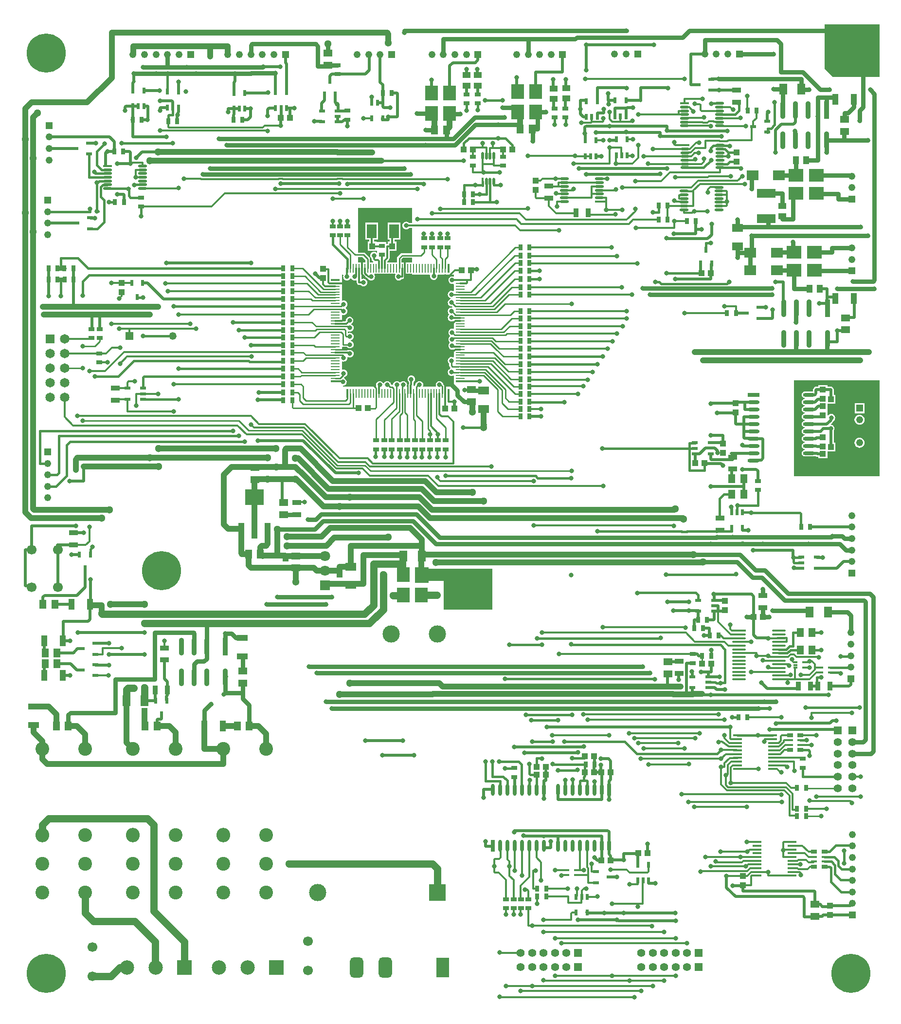
<source format=gtl>
G04 Layer_Physical_Order=1*
G04 Layer_Color=255*
%FSLAX44Y44*%
%MOMM*%
G71*
G01*
G75*
%ADD10R,1.5000X1.2000*%
%ADD11R,1.0000X0.6000*%
%ADD12R,1.4500X1.9000*%
%ADD13R,0.8000X1.0500*%
%ADD14R,0.6000X1.0000*%
%ADD15R,1.1938X1.4986*%
%ADD16R,1.4986X1.1938*%
%ADD17R,2.0000X1.7000*%
%ADD18R,1.1000X0.7000*%
%ADD19R,1.1000X0.4500*%
%ADD20R,1.1000X1.8500*%
%ADD21R,1.0500X0.8000*%
%ADD22R,1.5000X0.9000*%
%ADD23R,1.8500X1.1000*%
%ADD24R,0.9000X1.5000*%
%ADD25R,2.1844X2.5970*%
%ADD26R,1.4700X1.0900*%
%ADD27R,2.5970X2.1844*%
%ADD28R,1.0900X1.4700*%
%ADD29R,0.9000X0.4000*%
%ADD30R,1.9000X1.4500*%
%ADD31O,0.9000X3.1000*%
%ADD32R,0.9000X3.1000*%
%ADD33O,1.6000X0.4500*%
%ADD34R,1.6000X0.4500*%
%ADD35R,1.6002X0.3810*%
%ADD36O,1.6002X0.3810*%
%ADD37O,0.6500X2.1000*%
%ADD38R,0.6500X2.1000*%
%ADD39O,2.1000X0.6500*%
%ADD40R,2.1000X0.6500*%
%ADD41R,0.7700X0.3000*%
%ADD42O,2.4000X0.3500*%
%ADD43R,2.4000X0.3500*%
%ADD44R,3.3000X2.7000*%
%ADD45R,1.0000X2.7000*%
%ADD46R,1.1000X1.0000*%
%ADD47R,1.2000X1.5000*%
%ADD48R,1.0000X1.1000*%
%ADD49R,1.7000X2.4000*%
%ADD50R,3.2000X1.6000*%
%ADD51R,1.5000X0.4000*%
%ADD52R,1.5000X0.2800*%
%ADD53R,0.4000X1.5000*%
%ADD54R,0.2800X1.5000*%
%ADD55R,0.4500X1.3500*%
%ADD56O,0.4500X1.3500*%
%ADD57C,1.0000*%
%ADD58C,0.5000*%
%ADD59C,0.3000*%
%ADD60C,0.4000*%
%ADD61C,0.2800*%
%ADD62C,1.2700*%
%ADD63C,0.7500*%
%ADD64C,1.2192*%
%ADD65R,1.2192X1.2192*%
%ADD66R,1.2192X1.2192*%
%ADD67C,2.5000*%
%ADD68R,2.5000X2.5000*%
%ADD69R,1.6500X1.6500*%
%ADD70C,1.6500*%
%ADD71C,2.4130*%
%ADD72R,1.4000X1.4000*%
%ADD73C,1.4000*%
%ADD74C,1.7000*%
%ADD75C,2.4000*%
%ADD76O,2.4000X2.5000*%
%ADD77C,3.0000*%
%ADD78R,3.0000X3.0000*%
%ADD79C,1.8000*%
%ADD80R,1.8000X1.8000*%
%ADD81R,1.3208X1.3208*%
%ADD82C,1.3208*%
%ADD83C,6.8000*%
%ADD84R,2.3000X3.5000*%
G04:AMPARAMS|DCode=85|XSize=2.3mm|YSize=3.5mm|CornerRadius=0.575mm|HoleSize=0mm|Usage=FLASHONLY|Rotation=180.000|XOffset=0mm|YOffset=0mm|HoleType=Round|Shape=RoundedRectangle|*
%AMROUNDEDRECTD85*
21,1,2.3000,2.3500,0,0,180.0*
21,1,1.1500,3.5000,0,0,180.0*
1,1,1.1500,-0.5750,1.1750*
1,1,1.1500,0.5750,1.1750*
1,1,1.1500,0.5750,-1.1750*
1,1,1.1500,-0.5750,-1.1750*
%
%ADD85ROUNDEDRECTD85*%
%ADD86R,1.4000X1.4000*%
%ADD87C,0.8000*%
%ADD88C,1.3000*%
%ADD89C,0.9000*%
G36*
X715000Y753000D02*
X826000D01*
Y690000D01*
Y682000D01*
X741000D01*
Y732000D01*
X715000D01*
X715000Y729898D01*
X714102Y729000D01*
X691000D01*
Y756000D01*
X715000D01*
Y753000D01*
D02*
G37*
G36*
X1500000Y914000D02*
X1351000D01*
Y1081000D01*
X1500000D01*
Y914000D01*
D02*
G37*
G36*
X604983Y1290336D02*
Y1286040D01*
X600060D01*
Y1276901D01*
X599881Y1276000D01*
X599881Y1276000D01*
Y1267150D01*
X600060Y1266250D01*
Y1265960D01*
X600118D01*
X600195Y1265574D01*
X601087Y1264238D01*
X604198Y1261127D01*
X605075Y1260541D01*
X607529Y1258087D01*
X608865Y1257194D01*
X609823Y1257004D01*
X610336Y1256336D01*
X611702Y1255287D01*
X613293Y1254628D01*
X615000Y1254404D01*
X616707Y1254628D01*
X618298Y1255287D01*
X619664Y1256336D01*
X620713Y1257702D01*
X621372Y1259293D01*
X621596Y1261000D01*
X621372Y1262707D01*
X620713Y1264298D01*
X620412Y1264690D01*
X621038Y1265960D01*
X656962D01*
X657589Y1264690D01*
X657286Y1264296D01*
X656627Y1262705D01*
X656402Y1260997D01*
X656627Y1259290D01*
X657286Y1257699D01*
X658334Y1256333D01*
X659700Y1255285D01*
X661291Y1254626D01*
X662999Y1254401D01*
X664706Y1254626D01*
X666297Y1255285D01*
X667663Y1256333D01*
X668081Y1256878D01*
X669000D01*
X670576Y1257192D01*
X671913Y1258085D01*
X672806Y1259421D01*
X673119Y1260997D01*
Y1276000D01*
X672940Y1276901D01*
Y1286040D01*
X668017D01*
Y1291336D01*
X670604Y1293923D01*
X686000D01*
Y1286040D01*
X675060D01*
Y1265960D01*
X686000D01*
Y1265000D01*
X717021D01*
X717726Y1263944D01*
X717628Y1263707D01*
X717404Y1262000D01*
X717628Y1260293D01*
X718287Y1258702D01*
X719336Y1257336D01*
X720702Y1256287D01*
X722293Y1255628D01*
X724000Y1255404D01*
X725707Y1255628D01*
X727298Y1256287D01*
X728664Y1257336D01*
X729713Y1258702D01*
X730372Y1260293D01*
X730596Y1262000D01*
X730372Y1263707D01*
X730274Y1263944D01*
X730979Y1265000D01*
X759000D01*
Y1261979D01*
X757944Y1261274D01*
X757707Y1261372D01*
X756000Y1261596D01*
X754293Y1261372D01*
X752702Y1260713D01*
X751336Y1259664D01*
X750287Y1258298D01*
X749628Y1256707D01*
X749404Y1255000D01*
X749628Y1253293D01*
X750287Y1251702D01*
X751336Y1250336D01*
X752702Y1249287D01*
X754293Y1248628D01*
X756000Y1248404D01*
X757707Y1248628D01*
X757944Y1248726D01*
X759000Y1248021D01*
Y1236670D01*
X757730Y1235948D01*
X756707Y1236372D01*
X755000Y1236596D01*
X753293Y1236372D01*
X751702Y1235713D01*
X750336Y1234664D01*
X749287Y1233298D01*
X748628Y1231707D01*
X748404Y1230000D01*
X748628Y1228293D01*
X749287Y1226702D01*
X750336Y1225336D01*
X751702Y1224287D01*
X753293Y1223628D01*
Y1222372D01*
X751702Y1221713D01*
X750336Y1220664D01*
X749287Y1219298D01*
X748628Y1217707D01*
X748404Y1216000D01*
X748628Y1214293D01*
X749287Y1212702D01*
X750336Y1211336D01*
X751702Y1210287D01*
X753293Y1209628D01*
X755000Y1209404D01*
X755809Y1209510D01*
X756660Y1208659D01*
X756067Y1207456D01*
X755000Y1207596D01*
X753293Y1207372D01*
X751702Y1206713D01*
X750336Y1205664D01*
X749287Y1204298D01*
X748628Y1202707D01*
X748404Y1201000D01*
X748628Y1199293D01*
X749287Y1197702D01*
X750336Y1196336D01*
X750598Y1196134D01*
Y1194864D01*
X750334Y1194662D01*
X749286Y1193296D01*
X748627Y1191705D01*
X748402Y1189998D01*
X748627Y1188290D01*
X749286Y1186699D01*
X750334Y1185333D01*
X751700Y1184285D01*
X753291Y1183626D01*
X754998Y1183401D01*
X756706Y1183626D01*
X757730Y1184050D01*
X759000Y1183329D01*
Y1170979D01*
X757944Y1170274D01*
X757707Y1170372D01*
X756000Y1170596D01*
X754293Y1170372D01*
X752702Y1169713D01*
X751336Y1168664D01*
X750287Y1167298D01*
X749628Y1165707D01*
X749404Y1164000D01*
X749628Y1162293D01*
X750287Y1160702D01*
X751336Y1159336D01*
X752084Y1158762D01*
Y1157238D01*
X751336Y1156664D01*
X750287Y1155298D01*
X749628Y1153707D01*
X749404Y1152000D01*
X749628Y1150293D01*
X750287Y1148702D01*
X751336Y1147336D01*
X751598Y1147134D01*
Y1145864D01*
X751334Y1145662D01*
X750286Y1144296D01*
X749627Y1142705D01*
X749402Y1140998D01*
X749627Y1139290D01*
X750286Y1137700D01*
X751334Y1136333D01*
X752700Y1135285D01*
X754291Y1134626D01*
X755999Y1134401D01*
X757706Y1134626D01*
X757944Y1134725D01*
X759000Y1134019D01*
Y1121670D01*
X757730Y1120948D01*
X756707Y1121372D01*
X755000Y1121596D01*
X753293Y1121372D01*
X751702Y1120713D01*
X750336Y1119664D01*
X749287Y1118298D01*
X748628Y1116707D01*
X748404Y1115000D01*
X748628Y1113293D01*
X749287Y1111702D01*
X750336Y1110336D01*
X750983Y1109839D01*
Y1106000D01*
X751289Y1104463D01*
X752159Y1103159D01*
X752784Y1102535D01*
X752486Y1101037D01*
X751702Y1100713D01*
X750336Y1099664D01*
X749287Y1098298D01*
X748628Y1096707D01*
X748404Y1095000D01*
X748628Y1093293D01*
X749287Y1091702D01*
X750336Y1090336D01*
X751702Y1089287D01*
X753293Y1088628D01*
X755000Y1088404D01*
X756707Y1088628D01*
X757730Y1089052D01*
X759000Y1088330D01*
Y1070000D01*
X743017D01*
X742711Y1071537D01*
X741841Y1072840D01*
X740432Y1074249D01*
X740372Y1074707D01*
X739713Y1076298D01*
X738664Y1077664D01*
X737298Y1078713D01*
X735707Y1079372D01*
X734000Y1079596D01*
X732293Y1079372D01*
X730702Y1078713D01*
X729336Y1077664D01*
X728287Y1076298D01*
X727628Y1074707D01*
X727404Y1073000D01*
X727628Y1071293D01*
X727726Y1071056D01*
X727021Y1070000D01*
X705979D01*
X705273Y1071056D01*
X705370Y1071291D01*
X705595Y1072998D01*
X705370Y1074705D01*
X704711Y1076296D01*
X703663Y1077662D01*
X702297Y1078710D01*
X700706Y1079370D01*
X698999Y1079594D01*
X697291Y1079370D01*
X695700Y1078710D01*
X694334Y1077662D01*
X693286Y1076296D01*
X692627Y1074705D01*
X692567Y1074248D01*
X691160Y1072841D01*
X690289Y1071537D01*
X690210Y1071144D01*
X690010Y1071114D01*
X688969Y1072244D01*
X689119Y1073000D01*
X689119Y1073000D01*
Y1077917D01*
X689664Y1078336D01*
X690713Y1079702D01*
X691372Y1081293D01*
X691596Y1083000D01*
X691372Y1084707D01*
X690713Y1086298D01*
X689664Y1087664D01*
X688298Y1088713D01*
X686707Y1089372D01*
X685000Y1089596D01*
X683293Y1089372D01*
X681702Y1088713D01*
X680336Y1087664D01*
X679287Y1086298D01*
X678628Y1084707D01*
X678404Y1083000D01*
X678628Y1081293D01*
X679287Y1079702D01*
X680336Y1078336D01*
X680881Y1077917D01*
Y1074604D01*
X680194Y1073576D01*
X679881Y1072000D01*
Y1070000D01*
X677979D01*
X677273Y1071056D01*
X677370Y1071291D01*
X677595Y1072998D01*
X677370Y1074705D01*
X676711Y1076296D01*
X675663Y1077662D01*
X674297Y1078710D01*
X672706Y1079370D01*
X670999Y1079594D01*
X669291Y1079370D01*
X667700Y1078710D01*
X666334Y1077662D01*
X666134Y1077401D01*
X664864D01*
X664663Y1077662D01*
X663297Y1078710D01*
X661706Y1079370D01*
X659999Y1079594D01*
X658291Y1079370D01*
X656701Y1078710D01*
X655334Y1077662D01*
X654286Y1076296D01*
X653627Y1074705D01*
X653517Y1073872D01*
X652270Y1072864D01*
X652148Y1072850D01*
X651808Y1072917D01*
X649764D01*
X649584Y1073098D01*
X649372Y1074707D01*
X648713Y1076298D01*
X647664Y1077664D01*
X646298Y1078713D01*
X644707Y1079372D01*
X643000Y1079596D01*
X641293Y1079372D01*
X639702Y1078713D01*
X638336Y1077664D01*
X637287Y1076298D01*
X637186Y1076054D01*
X635812D01*
X635711Y1076296D01*
X634663Y1077662D01*
X633297Y1078710D01*
X631706Y1079370D01*
X629999Y1079594D01*
X628292Y1079370D01*
X626701Y1078710D01*
X625334Y1077662D01*
X624286Y1076296D01*
X623627Y1074705D01*
X623402Y1072998D01*
X623627Y1071291D01*
X623724Y1071056D01*
X623019Y1070000D01*
X565453D01*
X565380Y1070204D01*
X565664Y1070754D01*
X566283Y1071441D01*
X567707Y1071628D01*
X569298Y1072287D01*
X570664Y1073336D01*
X571713Y1074702D01*
X572372Y1076293D01*
X572596Y1078000D01*
X572372Y1079707D01*
X571713Y1081298D01*
X570664Y1082664D01*
X569298Y1083713D01*
X568353Y1084104D01*
X567997Y1085545D01*
X569342Y1086889D01*
X570297Y1087285D01*
X571663Y1088333D01*
X572712Y1089700D01*
X573371Y1091291D01*
X573595Y1092998D01*
X573371Y1094705D01*
X572712Y1096296D01*
X571663Y1097662D01*
X570297Y1098710D01*
X568706Y1099370D01*
X566999Y1099594D01*
X565292Y1099370D01*
X565056Y1099272D01*
X564000Y1099977D01*
Y1113021D01*
X565056Y1113726D01*
X565293Y1113628D01*
X567000Y1113404D01*
X568707Y1113628D01*
X570298Y1114287D01*
X571664Y1115336D01*
X572713Y1116702D01*
X573372Y1118293D01*
X573596Y1120000D01*
X573501Y1120728D01*
X574691Y1121415D01*
X574702Y1121407D01*
X576293Y1120748D01*
X578000Y1120524D01*
X579707Y1120748D01*
X581298Y1121407D01*
X582664Y1122456D01*
X583713Y1123822D01*
X584372Y1125413D01*
X584596Y1127120D01*
X584372Y1128827D01*
X583713Y1130418D01*
X582664Y1131784D01*
X581298Y1132833D01*
X579707Y1133492D01*
X578000Y1133716D01*
X577261Y1133619D01*
X564000D01*
Y1138026D01*
X565270Y1139068D01*
X565700Y1138983D01*
X572839D01*
X573336Y1138336D01*
X574702Y1137287D01*
X576293Y1136628D01*
X578000Y1136404D01*
X579707Y1136628D01*
X581298Y1137287D01*
X582664Y1138336D01*
X583713Y1139702D01*
X584372Y1141293D01*
X584596Y1143000D01*
X584372Y1144707D01*
X583713Y1146298D01*
X582664Y1147664D01*
X581298Y1148713D01*
X579707Y1149372D01*
Y1150628D01*
X581298Y1151287D01*
X582664Y1152336D01*
X583713Y1153702D01*
X584372Y1155293D01*
X584596Y1157000D01*
X584372Y1158707D01*
X583713Y1160298D01*
X582664Y1161664D01*
X581298Y1162713D01*
X579707Y1163372D01*
X578000Y1163596D01*
X576293Y1163372D01*
X575787Y1163162D01*
X574769Y1163843D01*
Y1165157D01*
X575787Y1165838D01*
X576293Y1165628D01*
X578000Y1165404D01*
X579707Y1165628D01*
X581298Y1166287D01*
X582664Y1167336D01*
X583713Y1168702D01*
X584372Y1170293D01*
X584596Y1172000D01*
X584372Y1173707D01*
X583713Y1175298D01*
X582664Y1176664D01*
X581298Y1177713D01*
X580807Y1177916D01*
X580798Y1179287D01*
X582164Y1180336D01*
X583213Y1181702D01*
X583872Y1183293D01*
X584096Y1185000D01*
X583872Y1186707D01*
X583213Y1188298D01*
X582164Y1189664D01*
X580798Y1190713D01*
X579207Y1191372D01*
X577500Y1191596D01*
X575793Y1191372D01*
X574202Y1190713D01*
X572836Y1189664D01*
X571787Y1188298D01*
X571128Y1186707D01*
X570904Y1185000D01*
X570954Y1184616D01*
X570042Y1183619D01*
X564000D01*
Y1194021D01*
X565056Y1194726D01*
X565293Y1194628D01*
X567000Y1194404D01*
X568707Y1194628D01*
X570298Y1195287D01*
X571664Y1196336D01*
X572713Y1197702D01*
X573372Y1199293D01*
X573596Y1201000D01*
X573372Y1202707D01*
X572713Y1204298D01*
X571664Y1205664D01*
X570916Y1206238D01*
Y1207762D01*
X571664Y1208336D01*
X572713Y1209702D01*
X573372Y1211293D01*
X573596Y1213000D01*
X573372Y1214707D01*
X572713Y1216298D01*
X571664Y1217664D01*
X570298Y1218713D01*
X568707Y1219372D01*
X567000Y1219596D01*
X565293Y1219372D01*
X565056Y1219274D01*
X564000Y1219979D01*
Y1265000D01*
X566330D01*
X567052Y1263730D01*
X566628Y1262707D01*
X566404Y1261000D01*
X566628Y1259293D01*
X567287Y1257702D01*
X568336Y1256336D01*
X569702Y1255287D01*
X571293Y1254628D01*
X573000Y1254404D01*
X574707Y1254628D01*
X576298Y1255287D01*
X577664Y1256336D01*
X578713Y1257702D01*
X578812Y1257941D01*
X580186D01*
X580286Y1257699D01*
X581334Y1256333D01*
X582701Y1255285D01*
X584291Y1254626D01*
X585999Y1254401D01*
X587706Y1254626D01*
X588611Y1255001D01*
X589881Y1254209D01*
Y1251000D01*
X590195Y1249424D01*
X591087Y1248087D01*
X592424Y1247194D01*
X594000Y1246881D01*
X596917D01*
X597336Y1246336D01*
X598702Y1245287D01*
X600293Y1244628D01*
X602000Y1244404D01*
X603707Y1244628D01*
X605298Y1245287D01*
X606664Y1246336D01*
X607713Y1247702D01*
X608372Y1249293D01*
X608596Y1251000D01*
X608372Y1252707D01*
X607713Y1254298D01*
X606664Y1255664D01*
X605298Y1256713D01*
X603707Y1257372D01*
X602000Y1257596D01*
X600293Y1257372D01*
X599389Y1256997D01*
X598119Y1257790D01*
Y1276000D01*
X597940Y1276901D01*
Y1286040D01*
X592000D01*
X592000Y1294983D01*
X600336D01*
X604983Y1290336D01*
D02*
G37*
G36*
X1500000Y1608000D02*
X1419000Y1608000D01*
X1404000Y1623000D01*
X1404000Y1635000D01*
X1404000Y1700000D01*
X1500000D01*
Y1608000D01*
D02*
G37*
G36*
X686000Y1354119D02*
X681083D01*
X680664Y1354664D01*
X679298Y1355713D01*
X677707Y1356372D01*
X676000Y1356596D01*
X674293Y1356372D01*
X672702Y1355713D01*
X671336Y1354664D01*
X670287Y1353298D01*
X669628Y1351707D01*
X669404Y1350000D01*
X669628Y1348293D01*
X670287Y1346702D01*
X671336Y1345336D01*
X672702Y1344287D01*
X674293Y1343628D01*
X676000Y1343404D01*
X677707Y1343628D01*
X679298Y1344287D01*
X680664Y1345336D01*
X681083Y1345881D01*
X686000D01*
Y1301957D01*
X668940D01*
X667403Y1301651D01*
X666099Y1300781D01*
X661160Y1295841D01*
X660289Y1294537D01*
X659983Y1293000D01*
Y1286040D01*
X643158D01*
X643135Y1287310D01*
X645913Y1290087D01*
X646806Y1291424D01*
X647119Y1293000D01*
Y1305960D01*
X659040D01*
Y1322040D01*
X655619D01*
Y1325710D01*
X665821D01*
Y1354790D01*
X643741D01*
Y1325710D01*
X647381D01*
Y1322040D01*
X643960D01*
Y1318119D01*
X643000D01*
X642560Y1318032D01*
X641290Y1319074D01*
Y1321290D01*
X625710D01*
Y1321290D01*
X624540Y1321531D01*
Y1322040D01*
X619900D01*
Y1325710D01*
X626821D01*
Y1354790D01*
X604741D01*
Y1325710D01*
X611662D01*
Y1322040D01*
X609460D01*
Y1305960D01*
X624510D01*
X624605Y1305947D01*
X625710Y1305719D01*
Y1303200D01*
X624440Y1302836D01*
X623298Y1303713D01*
X621707Y1304372D01*
X620000Y1304596D01*
X618293Y1304372D01*
X616702Y1303713D01*
X615336Y1302664D01*
X614287Y1301298D01*
X613628Y1299707D01*
X613404Y1298000D01*
X613628Y1296293D01*
X614287Y1294702D01*
X615336Y1293336D01*
X615881Y1292917D01*
Y1292000D01*
X616194Y1290424D01*
X617087Y1289087D01*
X618865Y1287310D01*
X618650Y1286443D01*
X618376Y1286040D01*
X613017D01*
Y1292000D01*
X612711Y1293537D01*
X611841Y1294841D01*
X604841Y1301841D01*
X603537Y1302711D01*
X602000Y1303017D01*
X592000D01*
X592000Y1381000D01*
X686000D01*
Y1354119D01*
D02*
G37*
%LPC*%
G36*
X1409040Y1072290D02*
X1392960D01*
Y1070139D01*
X1390000D01*
X1388033Y1069748D01*
X1386366Y1068634D01*
X1385366Y1067634D01*
X1384252Y1065966D01*
X1383861Y1064000D01*
Y1061804D01*
X1370250D01*
X1367991Y1061354D01*
X1366076Y1060074D01*
X1364796Y1058159D01*
X1364346Y1055900D01*
X1364796Y1053641D01*
X1366076Y1051726D01*
X1367991Y1050446D01*
X1369240Y1050198D01*
Y1048903D01*
X1367991Y1048654D01*
X1366076Y1047374D01*
X1364796Y1045459D01*
X1364346Y1043200D01*
X1364796Y1040941D01*
X1366076Y1039026D01*
X1367991Y1037746D01*
X1369240Y1037497D01*
Y1036203D01*
X1367991Y1035954D01*
X1366076Y1034674D01*
X1364796Y1032759D01*
X1364346Y1030500D01*
X1364796Y1028241D01*
X1366076Y1026326D01*
X1367991Y1025046D01*
X1369240Y1024798D01*
Y1023503D01*
X1367991Y1023254D01*
X1366076Y1021974D01*
X1364796Y1020059D01*
X1364346Y1017800D01*
X1364796Y1015541D01*
X1366076Y1013626D01*
X1367991Y1012346D01*
X1369240Y1012097D01*
Y1010803D01*
X1367991Y1010554D01*
X1366076Y1009274D01*
X1364796Y1007359D01*
X1364346Y1005100D01*
X1364796Y1002841D01*
X1366076Y1000926D01*
X1367991Y999646D01*
X1369240Y999398D01*
Y998103D01*
X1367991Y997854D01*
X1366076Y996574D01*
X1364796Y994659D01*
X1364346Y992400D01*
X1364796Y990141D01*
X1366076Y988226D01*
X1367991Y986946D01*
X1369240Y986697D01*
Y985403D01*
X1367991Y985154D01*
X1366076Y983874D01*
X1364796Y981959D01*
X1364346Y979700D01*
X1364796Y977441D01*
X1366076Y975526D01*
X1367991Y974246D01*
X1369240Y973997D01*
Y972703D01*
X1367991Y972454D01*
X1366076Y971174D01*
X1364796Y969259D01*
X1364346Y967000D01*
X1364796Y964741D01*
X1366076Y962826D01*
X1367991Y961546D01*
X1369240Y961298D01*
Y960003D01*
X1367991Y959754D01*
X1366076Y958474D01*
X1364796Y956559D01*
X1364346Y954300D01*
X1364796Y952041D01*
X1366076Y950126D01*
X1367991Y948846D01*
X1370250Y948397D01*
X1384750D01*
X1387009Y948846D01*
X1387481Y949161D01*
X1388673D01*
X1390034Y948252D01*
X1392000Y947861D01*
X1392960D01*
Y945210D01*
X1409040D01*
Y957210D01*
X1423040D01*
Y972290D01*
X1420139D01*
Y974000D01*
X1420139Y974000D01*
Y992954D01*
X1420713Y993702D01*
X1421372Y995293D01*
X1421596Y997000D01*
X1421372Y998707D01*
X1420713Y1000298D01*
X1419664Y1001664D01*
X1418298Y1002713D01*
X1416707Y1003372D01*
X1415583Y1003520D01*
X1415107Y1004840D01*
X1417634Y1007366D01*
X1417634Y1007366D01*
X1419634Y1009366D01*
X1420748Y1011033D01*
X1420858Y1011588D01*
X1421713Y1012702D01*
X1422372Y1014293D01*
X1422596Y1016000D01*
X1422372Y1017707D01*
X1421713Y1019298D01*
X1420664Y1020664D01*
X1419298Y1021713D01*
X1417707Y1022372D01*
X1416000Y1022596D01*
X1414293Y1022372D01*
X1412702Y1021713D01*
X1411336Y1020664D01*
X1410310Y1019328D01*
X1410214Y1019316D01*
X1409040Y1019606D01*
Y1026940D01*
X1409040Y1027290D01*
Y1028210D01*
X1409040Y1028560D01*
Y1040210D01*
X1423040D01*
Y1055290D01*
X1420139D01*
Y1064500D01*
X1419748Y1066467D01*
X1418634Y1068134D01*
X1418384Y1068384D01*
X1416716Y1069498D01*
X1414750Y1069889D01*
X1409040D01*
Y1072290D01*
D02*
G37*
G36*
X1473636Y1040885D02*
X1456364D01*
Y1023613D01*
X1473636D01*
Y1040885D01*
D02*
G37*
G36*
X1465000Y1020961D02*
X1462746Y1020665D01*
X1460645Y1019794D01*
X1458841Y1018410D01*
X1457456Y1016606D01*
X1456586Y1014505D01*
X1456289Y1012251D01*
X1456586Y1009996D01*
X1457456Y1007896D01*
X1458841Y1006092D01*
X1460645Y1004707D01*
X1462746Y1003837D01*
X1465000Y1003540D01*
X1467254Y1003837D01*
X1469355Y1004707D01*
X1471159Y1006092D01*
X1472543Y1007896D01*
X1473414Y1009996D01*
X1473710Y1012251D01*
X1473414Y1014505D01*
X1472543Y1016606D01*
X1471159Y1018410D01*
X1469355Y1019794D01*
X1467254Y1020665D01*
X1465000Y1020961D01*
D02*
G37*
G36*
Y980960D02*
X1462746Y980664D01*
X1460645Y979794D01*
X1458841Y978409D01*
X1457456Y976605D01*
X1456586Y974504D01*
X1456289Y972250D01*
X1456586Y969996D01*
X1457456Y967895D01*
X1458841Y966091D01*
X1460645Y964706D01*
X1462746Y963836D01*
X1465000Y963540D01*
X1467254Y963836D01*
X1469355Y964706D01*
X1471159Y966091D01*
X1472543Y967895D01*
X1473414Y969996D01*
X1473710Y972250D01*
X1473414Y974504D01*
X1472543Y976605D01*
X1471159Y978409D01*
X1469355Y979794D01*
X1467254Y980664D01*
X1465000Y980960D01*
D02*
G37*
%LPD*%
D10*
X413000Y929500D02*
D03*
Y908500D02*
D03*
X540000Y1649500D02*
D03*
Y1628500D02*
D03*
X1387500Y169750D02*
D03*
Y148750D02*
D03*
X484000Y754500D02*
D03*
Y775500D02*
D03*
X789500Y1064500D02*
D03*
Y1043500D02*
D03*
D11*
X218000Y1048000D02*
D03*
Y1057500D02*
D03*
Y1067000D02*
D03*
X191000D02*
D03*
Y1048000D02*
D03*
X111000Y577000D02*
D03*
X135000Y586500D02*
D03*
Y567500D02*
D03*
X1183000Y1595000D02*
D03*
X1207000Y1604500D02*
D03*
Y1585500D02*
D03*
X1280000Y1522000D02*
D03*
X1304000Y1531500D02*
D03*
Y1512500D02*
D03*
X1267000Y1198000D02*
D03*
X1291000Y1207500D02*
D03*
Y1188500D02*
D03*
X111000Y614000D02*
D03*
X135000Y623500D02*
D03*
Y604500D02*
D03*
X102000Y1354000D02*
D03*
X126000Y1363500D02*
D03*
Y1344500D02*
D03*
X100000Y1484000D02*
D03*
X124000Y1493500D02*
D03*
Y1474500D02*
D03*
X1030000Y217000D02*
D03*
X1006000Y207500D02*
D03*
Y226500D02*
D03*
X557000Y1530500D02*
D03*
Y1540000D02*
D03*
Y1549500D02*
D03*
X529500D02*
D03*
Y1530500D02*
D03*
X1363250Y773250D02*
D03*
Y763750D02*
D03*
Y754250D02*
D03*
X1390750D02*
D03*
Y773250D02*
D03*
X1201750Y546500D02*
D03*
Y556000D02*
D03*
Y565500D02*
D03*
X1174250D02*
D03*
Y546500D02*
D03*
X1212000Y679500D02*
D03*
Y689000D02*
D03*
Y698500D02*
D03*
X1184500D02*
D03*
Y679500D02*
D03*
X1178250Y972250D02*
D03*
Y962750D02*
D03*
Y953250D02*
D03*
X1205750D02*
D03*
Y972250D02*
D03*
D12*
X221000Y524000D02*
D03*
X189000D02*
D03*
X1364000Y1587000D02*
D03*
X1332000D02*
D03*
X703000Y775000D02*
D03*
X671000D02*
D03*
X1378000Y678000D02*
D03*
X1410000D02*
D03*
D13*
X462250Y1276000D02*
D03*
X477750D02*
D03*
X462250Y1262000D02*
D03*
X477750D02*
D03*
X462250Y1249000D02*
D03*
X477750D02*
D03*
X462250Y1236000D02*
D03*
X477750D02*
D03*
X462250Y1222000D02*
D03*
X477750D02*
D03*
X1371750Y372000D02*
D03*
X1356250D02*
D03*
X1371750Y336000D02*
D03*
X1356250D02*
D03*
X1371750Y323000D02*
D03*
X1356250D02*
D03*
X96750Y1275500D02*
D03*
X81250D02*
D03*
X69000D02*
D03*
X53500D02*
D03*
X477750Y1155000D02*
D03*
X462250D02*
D03*
X477750Y1168000D02*
D03*
X462250D02*
D03*
X97000Y1256000D02*
D03*
X81500D02*
D03*
X477750Y1182000D02*
D03*
X462250D02*
D03*
X69250Y1256000D02*
D03*
X53750D02*
D03*
X890750Y1257000D02*
D03*
X875250D02*
D03*
X890750Y1271000D02*
D03*
X875250D02*
D03*
X792250Y1404000D02*
D03*
X776750D02*
D03*
X792250Y1391000D02*
D03*
X776750D02*
D03*
X635500Y1580000D02*
D03*
X651000D02*
D03*
X462250Y1195000D02*
D03*
X477750D02*
D03*
X169250Y1391000D02*
D03*
X184750D02*
D03*
X462250Y1209000D02*
D03*
X477750D02*
D03*
X277750Y1531000D02*
D03*
X262250D02*
D03*
X391000Y1534250D02*
D03*
X375500D02*
D03*
X215750Y1534000D02*
D03*
X200250D02*
D03*
X477750Y1060000D02*
D03*
X462250D02*
D03*
X477750Y1142000D02*
D03*
X462250D02*
D03*
X890750Y1230000D02*
D03*
X875250D02*
D03*
X890750Y1136250D02*
D03*
X875250D02*
D03*
X890750Y1175250D02*
D03*
X875250D02*
D03*
X890750Y1149250D02*
D03*
X875250D02*
D03*
X890750Y1188250D02*
D03*
X875250D02*
D03*
X890750Y1162250D02*
D03*
X875250D02*
D03*
X904250Y183000D02*
D03*
X919750D02*
D03*
X1003750Y413000D02*
D03*
X988250D02*
D03*
X462250Y1115000D02*
D03*
X477750D02*
D03*
X462250Y1129000D02*
D03*
X477750D02*
D03*
X462250Y1074000D02*
D03*
X477750D02*
D03*
X462250Y1088000D02*
D03*
X477750D02*
D03*
X462250Y1101000D02*
D03*
X477750D02*
D03*
X1179750Y1358000D02*
D03*
X1164250D02*
D03*
X1285750Y1550000D02*
D03*
X1270250D02*
D03*
X1130750Y1360000D02*
D03*
X1115250D02*
D03*
X1130750Y1385000D02*
D03*
X1115250D02*
D03*
X1249750Y1198000D02*
D03*
X1234250D02*
D03*
X890750Y1122250D02*
D03*
X875250D02*
D03*
X890750Y1109250D02*
D03*
X875250D02*
D03*
X1191250Y602000D02*
D03*
X1206750D02*
D03*
X1199750Y664000D02*
D03*
X1184250D02*
D03*
X1192750Y650000D02*
D03*
X1177250D02*
D03*
X462250Y1046000D02*
D03*
X477750D02*
D03*
X875250Y1018000D02*
D03*
X890750D02*
D03*
X875250Y1285000D02*
D03*
X890750D02*
D03*
X1204250Y637000D02*
D03*
X1219750D02*
D03*
X875250Y1201250D02*
D03*
X890750D02*
D03*
X875250Y1298000D02*
D03*
X890750D02*
D03*
X875250Y1243000D02*
D03*
X890750D02*
D03*
X875250Y1312000D02*
D03*
X890750D02*
D03*
Y1083000D02*
D03*
X875250D02*
D03*
X890750Y1070000D02*
D03*
X875250D02*
D03*
X890750Y1044000D02*
D03*
X875250D02*
D03*
X890750Y1096000D02*
D03*
X875250D02*
D03*
Y1057000D02*
D03*
X890750D02*
D03*
X875250Y1031000D02*
D03*
X890750D02*
D03*
X1254250Y495000D02*
D03*
X1269750D02*
D03*
X919750Y197000D02*
D03*
X904250D02*
D03*
X168250Y1479000D02*
D03*
X183750D02*
D03*
X1378750Y825750D02*
D03*
X1363250D02*
D03*
D14*
X448750Y1554250D02*
D03*
X458250D02*
D03*
X467750D02*
D03*
Y1581750D02*
D03*
X448750D02*
D03*
X117000Y754000D02*
D03*
X107500Y778000D02*
D03*
X126500D02*
D03*
X208000Y1226000D02*
D03*
X198500Y1250000D02*
D03*
X217500D02*
D03*
X1198000Y1307750D02*
D03*
X1207500Y1283750D02*
D03*
X1188500D02*
D03*
X250000Y500000D02*
D03*
X240500Y524000D02*
D03*
X259500D02*
D03*
X543250Y1602000D02*
D03*
X552750Y1578000D02*
D03*
X533750D02*
D03*
X635250Y1563750D02*
D03*
X625750D02*
D03*
X616250D02*
D03*
Y1536250D02*
D03*
X635250D02*
D03*
X260500Y1555250D02*
D03*
X270000D02*
D03*
X279500D02*
D03*
Y1582750D02*
D03*
X260500D02*
D03*
X376250Y1553000D02*
D03*
X385750D02*
D03*
X395250D02*
D03*
Y1580500D02*
D03*
X376250D02*
D03*
X1079000Y211250D02*
D03*
X1088500D02*
D03*
X1098000D02*
D03*
Y238750D02*
D03*
X1079000D02*
D03*
X991000Y182750D02*
D03*
X981500D02*
D03*
X972000D02*
D03*
Y155250D02*
D03*
X991000D02*
D03*
X1041500Y1472250D02*
D03*
X1051000D02*
D03*
X1060500D02*
D03*
Y1499750D02*
D03*
X1041500D02*
D03*
X1039500Y1540000D02*
D03*
X1049000D02*
D03*
X1058500D02*
D03*
Y1567500D02*
D03*
X1039500D02*
D03*
X987500Y1470750D02*
D03*
X997000D02*
D03*
X1006500D02*
D03*
Y1498250D02*
D03*
X987500D02*
D03*
X989500Y1538750D02*
D03*
X999000D02*
D03*
X1008500D02*
D03*
Y1566250D02*
D03*
X989500D02*
D03*
X1261500Y851500D02*
D03*
X1252000D02*
D03*
X1242500D02*
D03*
Y824000D02*
D03*
X1261500D02*
D03*
X200500Y1557500D02*
D03*
X210000D02*
D03*
X219500D02*
D03*
Y1585000D02*
D03*
X200500D02*
D03*
D15*
X44086Y691000D02*
D03*
X64914D02*
D03*
X402914Y480000D02*
D03*
X382086D02*
D03*
X87914D02*
D03*
X67086D02*
D03*
X242414D02*
D03*
X221586D02*
D03*
X1242586Y910000D02*
D03*
X1263414D02*
D03*
X1242586Y883000D02*
D03*
X1263414D02*
D03*
X1361586Y642000D02*
D03*
X1382414D02*
D03*
X1361586Y612000D02*
D03*
X1382414D02*
D03*
X68414Y588500D02*
D03*
X47586D02*
D03*
X68414Y607000D02*
D03*
X47586D02*
D03*
D16*
X391500Y554586D02*
D03*
Y575414D02*
D03*
X1439000Y1513586D02*
D03*
Y1534414D02*
D03*
X1441000Y1168586D02*
D03*
Y1189414D02*
D03*
X1132000Y570586D02*
D03*
Y591414D02*
D03*
X463000Y847586D02*
D03*
Y868414D02*
D03*
D17*
X1279000Y1437000D02*
D03*
X1325000D02*
D03*
X1275000Y1303000D02*
D03*
X1321000D02*
D03*
X1275000Y1272000D02*
D03*
X1321000D02*
D03*
D18*
X1404000Y235050D02*
D03*
Y260950D02*
D03*
X1386000Y235050D02*
D03*
Y260950D02*
D03*
X1344000Y463950D02*
D03*
Y438050D02*
D03*
X1362000Y463950D02*
D03*
Y438050D02*
D03*
D19*
X1404000Y244000D02*
D03*
Y252000D02*
D03*
X1386000Y244000D02*
D03*
Y252000D02*
D03*
X1344000Y455000D02*
D03*
Y447000D02*
D03*
X1362000Y455000D02*
D03*
Y447000D02*
D03*
D20*
X78000Y568000D02*
D03*
X46000D02*
D03*
X78000Y628000D02*
D03*
X46000D02*
D03*
X125500Y691000D02*
D03*
X93500D02*
D03*
X1455000Y1569000D02*
D03*
X1423000D02*
D03*
X221000Y502000D02*
D03*
X189000D02*
D03*
X1455000Y1223000D02*
D03*
X1423000D02*
D03*
X357000Y480000D02*
D03*
X325000D02*
D03*
D21*
X780750Y1577750D02*
D03*
Y1562250D02*
D03*
X800750Y1577750D02*
D03*
Y1562250D02*
D03*
X792000Y1469750D02*
D03*
Y1454250D02*
D03*
X845000Y1469750D02*
D03*
Y1454250D02*
D03*
X934000Y1553750D02*
D03*
Y1538250D02*
D03*
X953000Y1553750D02*
D03*
Y1538250D02*
D03*
X707250Y1327750D02*
D03*
Y1312250D02*
D03*
X557000Y1628750D02*
D03*
Y1613250D02*
D03*
X548000Y1348750D02*
D03*
Y1333250D02*
D03*
X215000Y1398750D02*
D03*
Y1383250D02*
D03*
X561000Y1348750D02*
D03*
Y1333250D02*
D03*
X574000D02*
D03*
Y1348750D02*
D03*
X876000Y178750D02*
D03*
Y163250D02*
D03*
X651000Y976500D02*
D03*
Y961000D02*
D03*
X748250Y1327750D02*
D03*
Y1312250D02*
D03*
X735250Y1327750D02*
D03*
Y1312250D02*
D03*
X721250Y1327750D02*
D03*
Y1312250D02*
D03*
X1288000Y905750D02*
D03*
Y890250D02*
D03*
X142000Y1112250D02*
D03*
Y1127750D02*
D03*
X128000Y1154250D02*
D03*
Y1169750D02*
D03*
X143000Y1154250D02*
D03*
Y1169750D02*
D03*
X1175000Y604750D02*
D03*
Y589250D02*
D03*
X633500Y1299250D02*
D03*
Y1314750D02*
D03*
X731000Y976500D02*
D03*
Y961000D02*
D03*
X717500Y976500D02*
D03*
Y961000D02*
D03*
X704000D02*
D03*
Y976500D02*
D03*
X678000Y961000D02*
D03*
Y976500D02*
D03*
X691000Y961000D02*
D03*
Y976500D02*
D03*
X623750Y961000D02*
D03*
Y976500D02*
D03*
X637750Y961000D02*
D03*
Y976500D02*
D03*
X864000Y391250D02*
D03*
Y406750D02*
D03*
X664750Y961000D02*
D03*
Y976500D02*
D03*
X1366000Y407250D02*
D03*
Y422750D02*
D03*
X850000Y163250D02*
D03*
Y178750D02*
D03*
X863000Y163250D02*
D03*
Y178750D02*
D03*
X889000Y163250D02*
D03*
Y178750D02*
D03*
X745000Y961000D02*
D03*
Y976500D02*
D03*
X574000Y1549750D02*
D03*
Y1534250D02*
D03*
D22*
X97000Y794500D02*
D03*
Y815500D02*
D03*
X170000Y1067500D02*
D03*
Y1046500D02*
D03*
X1244000Y926500D02*
D03*
Y947500D02*
D03*
X1222000Y841500D02*
D03*
Y820500D02*
D03*
X1151000Y592500D02*
D03*
Y571500D02*
D03*
X486000Y868500D02*
D03*
Y847500D02*
D03*
X924000Y1397500D02*
D03*
Y1418500D02*
D03*
X1251000Y1585500D02*
D03*
Y1564500D02*
D03*
X255000Y594500D02*
D03*
Y615500D02*
D03*
X1297000Y685500D02*
D03*
Y706500D02*
D03*
D23*
X391000Y601000D02*
D03*
Y633000D02*
D03*
X27500Y513500D02*
D03*
Y481500D02*
D03*
D24*
X971500Y1372000D02*
D03*
X992500D02*
D03*
X239500Y542000D02*
D03*
X260500D02*
D03*
X1358500Y549000D02*
D03*
X1379500D02*
D03*
X1413500D02*
D03*
X1392500D02*
D03*
D25*
X720002Y1544720D02*
D03*
X751498D02*
D03*
X720002Y1580280D02*
D03*
X751498D02*
D03*
X870002Y1547220D02*
D03*
X901498D02*
D03*
X870002Y1582780D02*
D03*
X901498D02*
D03*
X702748Y742780D02*
D03*
X671252D02*
D03*
X702748Y707220D02*
D03*
X671252D02*
D03*
D26*
X780750Y1593400D02*
D03*
Y1611600D02*
D03*
X800750Y1593400D02*
D03*
Y1611600D02*
D03*
X933000Y1569900D02*
D03*
Y1588100D02*
D03*
X1331000Y1384100D02*
D03*
Y1365900D02*
D03*
X954750Y1570900D02*
D03*
Y1589100D02*
D03*
D27*
X1389780Y1406252D02*
D03*
Y1437748D02*
D03*
X1354220Y1406252D02*
D03*
Y1437748D02*
D03*
X1386780Y1272252D02*
D03*
Y1303748D02*
D03*
X1351220Y1272252D02*
D03*
Y1303748D02*
D03*
D28*
X1372100Y1464000D02*
D03*
X1353900D02*
D03*
X1396100Y1240000D02*
D03*
X1377900D02*
D03*
D29*
X1397500Y581000D02*
D03*
Y573000D02*
D03*
X1414500Y581000D02*
D03*
Y573000D02*
D03*
X955500Y229000D02*
D03*
Y221000D02*
D03*
X972500Y229000D02*
D03*
Y221000D02*
D03*
D30*
X811000Y1063000D02*
D03*
Y1031000D02*
D03*
X1253000Y1314000D02*
D03*
Y1346000D02*
D03*
X580000Y757000D02*
D03*
Y725000D02*
D03*
D31*
X1331750Y1498000D02*
D03*
X1353750D02*
D03*
X1375750D02*
D03*
X1407750D02*
D03*
X1331750Y1551000D02*
D03*
X1353750D02*
D03*
X1375750D02*
D03*
X285000Y564500D02*
D03*
X307000D02*
D03*
X329000D02*
D03*
X361000D02*
D03*
X285000Y617500D02*
D03*
X307000D02*
D03*
X329000D02*
D03*
X1333000Y1153000D02*
D03*
X1355000D02*
D03*
X1377000D02*
D03*
X1409000D02*
D03*
X1333000Y1206000D02*
D03*
X1355000D02*
D03*
X1377000D02*
D03*
D32*
X1407750Y1551000D02*
D03*
X361000Y617500D02*
D03*
X1409000Y1206000D02*
D03*
D33*
X217000Y1414500D02*
D03*
Y1421000D02*
D03*
Y1427500D02*
D03*
Y1434000D02*
D03*
Y1440500D02*
D03*
Y1447000D02*
D03*
Y1453500D02*
D03*
X156000Y1414500D02*
D03*
Y1421000D02*
D03*
Y1427500D02*
D03*
Y1434000D02*
D03*
Y1440500D02*
D03*
Y1447000D02*
D03*
X951500Y1431000D02*
D03*
Y1424500D02*
D03*
Y1418000D02*
D03*
Y1411500D02*
D03*
Y1405000D02*
D03*
Y1398500D02*
D03*
Y1392000D02*
D03*
X1012500Y1431000D02*
D03*
Y1424500D02*
D03*
Y1418000D02*
D03*
Y1411500D02*
D03*
Y1405000D02*
D03*
Y1398500D02*
D03*
X1220500Y1377500D02*
D03*
Y1384000D02*
D03*
Y1390500D02*
D03*
Y1397000D02*
D03*
Y1403500D02*
D03*
Y1410000D02*
D03*
Y1416500D02*
D03*
X1159500Y1377500D02*
D03*
Y1384000D02*
D03*
Y1390500D02*
D03*
Y1397000D02*
D03*
Y1403500D02*
D03*
Y1410000D02*
D03*
X1222000Y1450500D02*
D03*
Y1457000D02*
D03*
Y1463500D02*
D03*
Y1470000D02*
D03*
Y1476500D02*
D03*
Y1483000D02*
D03*
Y1489500D02*
D03*
X1161000Y1450500D02*
D03*
Y1457000D02*
D03*
Y1463500D02*
D03*
Y1470000D02*
D03*
Y1476500D02*
D03*
Y1483000D02*
D03*
X1221500Y1523500D02*
D03*
Y1530000D02*
D03*
Y1536500D02*
D03*
Y1543000D02*
D03*
Y1549500D02*
D03*
Y1556000D02*
D03*
Y1562500D02*
D03*
X1160500Y1523500D02*
D03*
Y1530000D02*
D03*
Y1536500D02*
D03*
Y1543000D02*
D03*
Y1549500D02*
D03*
Y1556000D02*
D03*
D34*
X156000Y1453500D02*
D03*
X1012500Y1392000D02*
D03*
X1159500Y1416500D02*
D03*
X1161000Y1489500D02*
D03*
X1160500Y1562500D02*
D03*
D35*
X1347500Y219500D02*
D03*
X1253000Y463500D02*
D03*
D36*
X1347500Y226000D02*
D03*
Y232500D02*
D03*
Y239000D02*
D03*
Y245500D02*
D03*
Y252000D02*
D03*
Y258500D02*
D03*
Y265000D02*
D03*
Y271500D02*
D03*
Y278000D02*
D03*
X1286500Y219500D02*
D03*
Y226000D02*
D03*
Y232500D02*
D03*
Y239000D02*
D03*
Y245500D02*
D03*
Y252000D02*
D03*
Y258500D02*
D03*
Y265000D02*
D03*
Y271500D02*
D03*
Y278000D02*
D03*
X1314000Y405000D02*
D03*
Y411500D02*
D03*
Y418000D02*
D03*
Y424500D02*
D03*
Y431000D02*
D03*
Y437500D02*
D03*
Y444000D02*
D03*
Y450500D02*
D03*
Y457000D02*
D03*
Y463500D02*
D03*
X1253000Y405000D02*
D03*
Y411500D02*
D03*
Y418000D02*
D03*
Y424500D02*
D03*
Y431000D02*
D03*
Y437500D02*
D03*
Y444000D02*
D03*
Y450500D02*
D03*
Y457000D02*
D03*
D37*
X915950Y368500D02*
D03*
X903250D02*
D03*
X890550D02*
D03*
X877850D02*
D03*
X865150D02*
D03*
X852450D02*
D03*
X839750D02*
D03*
X827050D02*
D03*
X915950Y271500D02*
D03*
X903250D02*
D03*
X890550D02*
D03*
X877850D02*
D03*
X865150D02*
D03*
X852450D02*
D03*
X839750D02*
D03*
X940050D02*
D03*
X952750D02*
D03*
X965450D02*
D03*
X978150D02*
D03*
X990850D02*
D03*
X1003550D02*
D03*
X1016250D02*
D03*
X1028950D02*
D03*
X940050Y368500D02*
D03*
X952750D02*
D03*
X965450D02*
D03*
X978150D02*
D03*
X990850D02*
D03*
X1003550D02*
D03*
X1016250D02*
D03*
D38*
X827050Y271500D02*
D03*
X1028950Y368500D02*
D03*
D39*
X1377500Y941600D02*
D03*
Y954300D02*
D03*
Y967000D02*
D03*
Y979700D02*
D03*
Y992400D02*
D03*
Y1005100D02*
D03*
Y1017800D02*
D03*
Y1030500D02*
D03*
Y1043200D02*
D03*
Y1055900D02*
D03*
X1280500Y941600D02*
D03*
Y954300D02*
D03*
Y967000D02*
D03*
Y979700D02*
D03*
Y992400D02*
D03*
Y1005100D02*
D03*
Y1017800D02*
D03*
Y1030500D02*
D03*
Y1043200D02*
D03*
D40*
Y1055900D02*
D03*
D41*
X1353100Y591000D02*
D03*
Y586000D02*
D03*
Y581000D02*
D03*
X1368900D02*
D03*
Y591000D02*
D03*
D42*
X1325000Y561000D02*
D03*
Y567500D02*
D03*
Y574000D02*
D03*
Y580500D02*
D03*
Y587000D02*
D03*
Y593500D02*
D03*
Y600000D02*
D03*
Y606500D02*
D03*
Y613000D02*
D03*
Y619500D02*
D03*
Y626000D02*
D03*
Y632500D02*
D03*
Y639000D02*
D03*
Y645500D02*
D03*
X1255000Y561000D02*
D03*
Y567500D02*
D03*
Y574000D02*
D03*
Y580500D02*
D03*
Y587000D02*
D03*
Y593500D02*
D03*
Y600000D02*
D03*
Y606500D02*
D03*
Y613000D02*
D03*
Y619500D02*
D03*
Y626000D02*
D03*
Y632500D02*
D03*
Y639000D02*
D03*
D43*
Y645500D02*
D03*
D44*
X412000Y878000D02*
D03*
D45*
X435000Y819000D02*
D03*
X412000D02*
D03*
X389000D02*
D03*
D46*
X181000Y1250000D02*
D03*
Y1234000D02*
D03*
X1262000Y219000D02*
D03*
Y203000D02*
D03*
X1413500Y151250D02*
D03*
Y167250D02*
D03*
X1251000Y1477000D02*
D03*
Y1461000D02*
D03*
X901000Y1428000D02*
D03*
Y1412000D02*
D03*
X1227000Y971000D02*
D03*
Y955000D02*
D03*
X1401000Y936750D02*
D03*
Y952750D02*
D03*
Y965750D02*
D03*
Y981750D02*
D03*
X1415000Y948750D02*
D03*
Y964750D02*
D03*
X1249000Y1025000D02*
D03*
Y1041000D02*
D03*
X1401000Y1019750D02*
D03*
Y1035750D02*
D03*
X1415000Y1031750D02*
D03*
Y1047750D02*
D03*
X1401000Y1048750D02*
D03*
Y1064750D02*
D03*
X466000Y755000D02*
D03*
Y771000D02*
D03*
X560000Y743000D02*
D03*
Y727000D02*
D03*
X531000Y1259000D02*
D03*
Y1275000D02*
D03*
X1231000Y697000D02*
D03*
Y681000D02*
D03*
D47*
X895500Y1518000D02*
D03*
X874500D02*
D03*
X746500Y1516000D02*
D03*
X725500D02*
D03*
X401500Y779000D02*
D03*
X422500D02*
D03*
D48*
X792000Y1482000D02*
D03*
X776000D02*
D03*
X845000D02*
D03*
X861000D02*
D03*
X474000Y1537000D02*
D03*
X458000D02*
D03*
X1096000Y259000D02*
D03*
X1080000D02*
D03*
X919000Y395000D02*
D03*
X903000D02*
D03*
X919000Y409000D02*
D03*
X903000D02*
D03*
X1002750Y427000D02*
D03*
X986750D02*
D03*
X1003000Y399000D02*
D03*
X987000D02*
D03*
X1016000Y246000D02*
D03*
X1032000D02*
D03*
Y399000D02*
D03*
X1016000D02*
D03*
X1179000Y937000D02*
D03*
X1195000D02*
D03*
X1207000Y588000D02*
D03*
X1191000D02*
D03*
X1281000Y669000D02*
D03*
X1297000D02*
D03*
X609000Y1033000D02*
D03*
X593000D02*
D03*
X789000Y1272000D02*
D03*
X773000D02*
D03*
X760000Y1032000D02*
D03*
X744000D02*
D03*
X617000Y1314000D02*
D03*
X601000D02*
D03*
X651500Y1314000D02*
D03*
X667500D02*
D03*
X1190000Y1267000D02*
D03*
X1206000D02*
D03*
D49*
X654781Y1340250D02*
D03*
X615781D02*
D03*
D50*
X1303000Y1406000D02*
D03*
Y1362000D02*
D03*
D51*
X770500Y1255100D02*
D03*
Y1078900D02*
D03*
X552500D02*
D03*
Y1255100D02*
D03*
D52*
X770500Y1249500D02*
D03*
Y1244500D02*
D03*
Y1239500D02*
D03*
Y1234500D02*
D03*
Y1229500D02*
D03*
Y1224500D02*
D03*
Y1219500D02*
D03*
Y1214500D02*
D03*
Y1209500D02*
D03*
Y1204500D02*
D03*
Y1199500D02*
D03*
Y1194500D02*
D03*
Y1189500D02*
D03*
Y1184500D02*
D03*
Y1179500D02*
D03*
Y1174500D02*
D03*
Y1169500D02*
D03*
Y1164500D02*
D03*
Y1159500D02*
D03*
Y1154500D02*
D03*
Y1149500D02*
D03*
Y1144500D02*
D03*
Y1139500D02*
D03*
Y1134500D02*
D03*
Y1129500D02*
D03*
Y1124500D02*
D03*
Y1119500D02*
D03*
Y1114500D02*
D03*
Y1109500D02*
D03*
Y1104500D02*
D03*
Y1099500D02*
D03*
Y1094500D02*
D03*
Y1089500D02*
D03*
Y1084500D02*
D03*
X552500D02*
D03*
Y1089500D02*
D03*
Y1094500D02*
D03*
Y1099500D02*
D03*
Y1104500D02*
D03*
Y1109500D02*
D03*
Y1114500D02*
D03*
Y1119500D02*
D03*
Y1124500D02*
D03*
Y1129500D02*
D03*
Y1134500D02*
D03*
Y1139500D02*
D03*
Y1144500D02*
D03*
Y1149500D02*
D03*
Y1154500D02*
D03*
Y1159500D02*
D03*
Y1164500D02*
D03*
Y1169500D02*
D03*
Y1174500D02*
D03*
Y1179500D02*
D03*
Y1184500D02*
D03*
Y1189500D02*
D03*
Y1194500D02*
D03*
Y1199500D02*
D03*
Y1204500D02*
D03*
Y1209500D02*
D03*
Y1214500D02*
D03*
Y1219500D02*
D03*
Y1224500D02*
D03*
Y1229500D02*
D03*
Y1234500D02*
D03*
Y1239500D02*
D03*
Y1244500D02*
D03*
Y1249500D02*
D03*
D53*
X749600Y1058000D02*
D03*
X573400D02*
D03*
Y1276000D02*
D03*
X749600D02*
D03*
D54*
X744000Y1058000D02*
D03*
X739000D02*
D03*
X734000D02*
D03*
X729000D02*
D03*
X724000D02*
D03*
X719000D02*
D03*
X714000D02*
D03*
X709000D02*
D03*
X704000D02*
D03*
X699000D02*
D03*
X694000D02*
D03*
X689000D02*
D03*
X684000D02*
D03*
X679000D02*
D03*
X674000D02*
D03*
X669000D02*
D03*
X664000D02*
D03*
X659000D02*
D03*
X654000D02*
D03*
X649000D02*
D03*
X644000D02*
D03*
X639000D02*
D03*
X634000D02*
D03*
X629000D02*
D03*
X624000D02*
D03*
X619000D02*
D03*
X614000D02*
D03*
X609000D02*
D03*
X604000D02*
D03*
X599000D02*
D03*
X594000D02*
D03*
X589000D02*
D03*
X584000D02*
D03*
X579000D02*
D03*
Y1276000D02*
D03*
X584000D02*
D03*
X589000D02*
D03*
X594000D02*
D03*
X599000D02*
D03*
X604000D02*
D03*
X609000D02*
D03*
X614000D02*
D03*
X619000D02*
D03*
X624000D02*
D03*
X629000D02*
D03*
X634000D02*
D03*
X639000D02*
D03*
X644000D02*
D03*
X649000D02*
D03*
X654000D02*
D03*
X659000D02*
D03*
X664000D02*
D03*
X669000D02*
D03*
X674000D02*
D03*
X679000D02*
D03*
X684000D02*
D03*
X689000D02*
D03*
X694000D02*
D03*
X699000D02*
D03*
X704000D02*
D03*
X709000D02*
D03*
X714000D02*
D03*
X719000D02*
D03*
X724000D02*
D03*
X729000D02*
D03*
X734000D02*
D03*
X739000D02*
D03*
X744000D02*
D03*
D55*
X809000Y1426750D02*
D03*
D56*
X815500D02*
D03*
X822000D02*
D03*
X828500D02*
D03*
X809000Y1471250D02*
D03*
X815500D02*
D03*
X822000D02*
D03*
X828500D02*
D03*
D57*
X465000Y960000D02*
X467000Y962000D01*
X465000Y930500D02*
Y960000D01*
X115000Y931000D02*
X245000D01*
X104000Y946000D02*
X230000D01*
X28000Y856000D02*
X160000D01*
X23000Y841000D02*
X146000D01*
X101000Y925000D02*
Y943000D01*
X104000Y946000D01*
X27000Y857000D02*
Y1339000D01*
Y857000D02*
X28000Y856000D01*
X12960Y851040D02*
X23000Y841000D01*
X141000Y1195000D02*
X230000D01*
X141000Y1195000D02*
X141000Y1195000D01*
X244000Y1478000D02*
X556000D01*
X230000Y1463000D02*
X257856D01*
X556000Y1478000D02*
X557000Y1477000D01*
X257856Y1463000D02*
X543000D01*
X230000Y946000D02*
X433000D01*
X434000Y945000D01*
X146000Y675000D02*
Y690000D01*
X161000Y691000D02*
X161000Y691000D01*
X45000Y1195000D02*
X129000D01*
X359000Y917000D02*
X372500Y930500D01*
X359000Y830000D02*
Y917000D01*
Y830000D02*
X366000Y823000D01*
X389000D01*
X161000Y691000D02*
X221000D01*
X126500Y690000D02*
X146000D01*
X189000Y502000D02*
Y524000D01*
X257816Y1462960D02*
X257856Y1463000D01*
X246184Y1462960D02*
X257816D01*
X1176000Y536000D02*
X1191080D01*
X1175000Y535000D02*
X1176000Y536000D01*
X560000Y535000D02*
X722000D01*
X578000Y554000D02*
X734000D01*
X12960Y1499960D02*
X13000Y1500000D01*
X129000Y1195000D02*
X141000D01*
X45000D02*
X45000Y1195000D01*
X146000Y840998D02*
Y841000D01*
X146000Y841000D01*
X450000Y930000D02*
Y930500D01*
X483500D02*
X499000Y915000D01*
X435000Y909000D02*
X460000D01*
X415000D02*
X435000D01*
X1163000Y535000D02*
X1175000D01*
X529000Y809000D02*
X544000Y824000D01*
X536998Y792998D02*
X551000Y807000D01*
X580000Y757000D02*
Y793000D01*
X602000Y727000D02*
Y777000D01*
X469000Y809000D02*
X529000D01*
X468999Y792998D02*
X536998D01*
X406000Y755000D02*
X433000D01*
X466000D01*
X484000Y775500D02*
X534500D01*
X671000Y775000D02*
Y777000D01*
Y746000D02*
Y775000D01*
Y743032D02*
Y746000D01*
X13000Y1500000D02*
Y1553000D01*
X24000Y1564000D01*
X121000D01*
X164000Y1607000D01*
X27000Y1538495D02*
X34000Y1545495D01*
X27000Y1505856D02*
Y1538495D01*
Y1505856D02*
X27040Y1505816D01*
Y1467040D02*
Y1505816D01*
X27000Y1467000D02*
X27040Y1467040D01*
X645000Y1668000D02*
Y1683000D01*
X643000Y1685000D02*
X645000Y1683000D01*
X164000Y1685000D02*
X643000D01*
X164000Y1607000D02*
Y1685000D01*
X337000Y1662000D02*
X365000D01*
X365673Y1661327D01*
Y1647500D02*
Y1661327D01*
X201000Y1662000D02*
X337000D01*
X201000Y1647828D02*
Y1662000D01*
X200672Y1647500D02*
X201000Y1647828D01*
X432000Y793000D02*
X435000Y796000D01*
X425000Y793000D02*
X432000D01*
X422500Y790500D02*
X425000Y793000D01*
X422500Y779000D02*
Y790500D01*
X389000Y780000D02*
X390000Y779000D01*
X401500D01*
X27040Y1339040D02*
Y1466960D01*
X27000Y1467000D02*
X27040Y1466960D01*
X27000Y1339000D02*
X27040Y1339040D01*
X484000Y754500D02*
X484500Y755000D01*
X189000Y451000D02*
X200000Y440000D01*
X189000Y451000D02*
Y502000D01*
X189000Y502000D02*
X189000Y502000D01*
X535000Y749600D02*
X535100Y749500D01*
X535000Y724200D02*
X537800Y727000D01*
X560000D01*
X702748Y774748D02*
X703000Y775000D01*
X702748Y742780D02*
Y774748D01*
X671000Y743032D02*
X671252Y742780D01*
X466000Y775500D02*
X484000D01*
X466000Y771000D02*
Y775500D01*
X221000Y481086D02*
Y502000D01*
X242414Y480000D02*
X264000D01*
X275000Y469000D01*
Y440000D02*
Y469000D01*
X42500Y440000D02*
Y453500D01*
X27500Y468500D02*
X42500Y453500D01*
X27500Y468500D02*
Y481500D01*
Y513500D02*
X53500D01*
X67086Y499914D01*
Y480000D02*
Y499914D01*
X117500Y440000D02*
Y465500D01*
X103000Y480000D02*
X117500Y465500D01*
X87914Y480000D02*
X103000D01*
X325000Y440000D02*
X357500D01*
X325000D02*
Y478000D01*
X357000Y480000D02*
X382086D01*
X402914D02*
X419000D01*
X432500Y466500D01*
Y440000D02*
Y466500D01*
X357500Y413500D02*
Y440000D01*
X51500Y413500D02*
X357500D01*
X42500Y422500D02*
X51500Y413500D01*
X42500Y422500D02*
Y440000D01*
X534500Y775500D02*
X535000Y775000D01*
X484500Y755000D02*
X515000D01*
X520400Y749600D01*
X535000D01*
X535100Y749500D02*
X560000D01*
Y743000D02*
Y749500D01*
X466000Y755000D02*
X466500Y754500D01*
X484000D01*
X401500Y759500D02*
Y779000D01*
Y759500D02*
X406000Y755000D01*
X560500Y743500D02*
Y757000D01*
X580000D01*
X412000Y878000D02*
Y906000D01*
X389000Y780000D02*
Y819000D01*
X435000Y796000D02*
Y819000D01*
X422500Y779000D02*
X426000Y775500D01*
X484000Y730000D02*
Y754500D01*
X895500Y1518000D02*
X896000Y1517500D01*
X901498Y1547220D02*
X905000Y1543718D01*
X746500Y1516000D02*
X751498Y1520998D01*
Y1544720D01*
X874500Y1518000D02*
X874500Y1518000D01*
Y1542282D01*
X869782Y1547000D02*
X874500Y1542282D01*
X869782Y1547000D02*
X870002Y1547220D01*
X725500Y1516000D02*
Y1539222D01*
X720002Y1544720D02*
X725500Y1539222D01*
X706040Y778040D02*
X706080Y778000D01*
X703000Y775000D02*
X706040Y778040D01*
X460000Y909000D02*
X483000D01*
X485000D01*
X450000Y930500D02*
X465000D01*
X483500D01*
X1141000Y535000D02*
X1163000D01*
X1131000Y548000D02*
X1154000D01*
X543000Y1463000D02*
X633000D01*
X557000Y1477000D02*
X617000D01*
X465500Y776000D02*
X466000Y775500D01*
X452000Y776000D02*
X465500D01*
X426000Y775500D02*
X426500Y776000D01*
X452000D01*
Y822000D01*
X532000Y862000D02*
X560000D01*
X485000Y909000D02*
X532000Y862000D01*
X483000Y945000D02*
X488000D01*
X467000Y962000D02*
X492000D01*
X499000Y915000D02*
X536000Y878000D01*
X578000D01*
X245000Y962000D02*
X449040D01*
X434000Y945000D02*
X435000Y946000D01*
X488000Y945000D02*
X540960Y892040D01*
X551000Y807000D02*
X644000D01*
X602000Y777000D02*
X671000D01*
X580000Y793000D02*
X702500D01*
X644000Y807000D02*
X645000Y808000D01*
X560000Y862000D02*
X697000D01*
X578000Y878000D02*
X699000D01*
X540960Y892040D02*
X702960D01*
X492000Y962000D02*
X548000Y906000D01*
X709000D01*
X44000Y1209000D02*
X157000D01*
X244000D01*
X734000Y554000D02*
X740000Y548000D01*
X722000Y535000D02*
X723000Y536000D01*
X1140000D02*
X1141000Y535000D01*
X740000Y548000D02*
X867000D01*
X1131000D01*
X858000Y536000D02*
X1140000D01*
X723000D02*
X858000D01*
X724040Y870960D02*
X811000D01*
X709000Y906000D02*
X729000Y886000D01*
X791000D01*
X702960Y892040D02*
X724040Y870960D01*
X1143000Y856000D02*
X1144000Y857000D01*
X699000Y878000D02*
X721000Y856000D01*
X697000Y862000D02*
X718000Y841000D01*
X721000Y856000D02*
X1143000D01*
X1158000Y841000D02*
X1159000Y840000D01*
X718000Y841000D02*
X1158000D01*
X544000Y824000D02*
X683000D01*
X703000Y804000D01*
Y775000D02*
Y804000D01*
X1191960Y763960D02*
X1193000Y765000D01*
X728000Y763960D02*
X1191960D01*
X706080Y778000D02*
X1176000D01*
X791000Y1026000D02*
Y1041000D01*
X335000Y1660000D02*
X337000Y1662000D01*
X335000Y1644000D02*
Y1660000D01*
X1354500Y1130000D02*
X1408154D01*
X1481000D01*
X1192500Y1115500D02*
X1193000Y1116000D01*
X1354000D01*
X1329000Y1130000D02*
X1354500D01*
X1178000D02*
X1329000D01*
X811000Y1001000D02*
Y1031000D01*
X1354000Y1116000D02*
X1466000D01*
X412000Y819000D02*
Y878000D01*
X389000Y819000D02*
Y823000D01*
X372500Y930500D02*
X450000D01*
X1131000Y570000D02*
X1132000Y571000D01*
X789000Y1043000D02*
X791000Y1041000D01*
X221000Y481086D02*
X222086Y480000D01*
X12960Y851040D02*
Y1499960D01*
X560000Y727000D02*
X602000D01*
X412000Y906000D02*
X415000Y909000D01*
D58*
X420000Y1060000D02*
X420000Y1060000D01*
X376250Y1553000D02*
X385750D01*
X103000Y707000D02*
X117000Y721000D01*
X127000Y692500D02*
Y735000D01*
X125500Y691000D02*
X127000Y692500D01*
X47000Y707000D02*
X103000D01*
X117000Y721000D02*
Y754000D01*
X44086Y704086D02*
X47000Y707000D01*
X44086Y691000D02*
Y704086D01*
X64914Y691000D02*
X93500D01*
X69500Y721000D02*
Y786000D01*
X115000Y906000D02*
Y931000D01*
X90000Y906000D02*
X115000D01*
X199000Y1534000D02*
X200250D01*
X200000Y1504000D02*
Y1533000D01*
Y1504000D02*
X259000D01*
Y1285000D02*
X406000D01*
Y1142000D02*
X462250D01*
X97000Y1211000D02*
Y1256000D01*
X143000Y1169750D02*
Y1193000D01*
Y1168750D02*
Y1169750D01*
X254000Y1222000D02*
X462250D01*
X217500Y1250000D02*
X226000D01*
X254000Y1222000D01*
X135500Y586000D02*
X158500D01*
X135000Y623500D02*
X158500D01*
X216000Y1478000D02*
X244000D01*
X206000Y1468000D02*
X216000Y1478000D01*
X105000Y642000D02*
X219000D01*
X52000Y1354002D02*
X101998D01*
X158500Y604000D02*
X221000D01*
X125500Y665500D02*
Y691000D01*
X122000Y662000D02*
X125500Y665500D01*
X24000Y828000D02*
X101000D01*
X219000Y642000D02*
X220000Y643000D01*
X96750Y1256750D02*
Y1275500D01*
X196000Y1458000D02*
Y1477000D01*
X173000Y1458000D02*
X196000D01*
X168250Y1479000D02*
Y1495750D01*
X160000Y1504000D02*
X168250Y1495750D01*
X184000Y1404000D02*
X185000Y1403000D01*
X173000Y1404000D02*
X184000D01*
X458000Y1423000D02*
X559000D01*
X988998Y1438997D02*
X1116997D01*
X992824Y1448960D02*
X1114175D01*
X987000Y1510000D02*
X987500Y1509500D01*
Y1498250D02*
Y1509500D01*
X987000Y1510000D02*
Y1521000D01*
X989000Y1523000D01*
X1114175Y1448960D02*
X1114256Y1449040D01*
X1116997Y1438997D02*
X1118000Y1440000D01*
X977000Y1449000D02*
X977040Y1448960D01*
X988998Y1438997D02*
Y1439002D01*
X988000Y1440000D02*
X988998Y1439002D01*
X1171000Y1595000D02*
Y1648000D01*
Y1595000D02*
X1183000D01*
X1144000Y1257000D02*
X1206000D01*
X1249750Y1198000D02*
X1267000D01*
X1206000Y1257000D02*
Y1267000D01*
X1188500Y1269500D02*
Y1283750D01*
X1207000Y1283250D02*
X1207500Y1283750D01*
X1207000Y1267000D02*
Y1283250D01*
X1220500Y1585500D02*
X1251000D01*
X1207000D02*
X1220500D01*
X1195722Y1647967D02*
Y1648000D01*
X1171000D02*
X1195722D01*
X1207000Y1604500D02*
Y1605000D01*
X1319000Y1476750D02*
Y1516000D01*
X1329000Y1526000D01*
X1350448D01*
X1332000Y1206500D02*
X1332500D01*
X1350448Y1526000D02*
X1353750Y1529302D01*
Y1551000D01*
X1353900Y1464000D02*
X1354220D01*
X1455000Y1223000D02*
X1456000D01*
Y1190000D02*
Y1223000D01*
X1441000Y1190000D02*
X1456000D01*
X1441000Y1189414D02*
Y1190000D01*
X1396100Y1240000D02*
X1408500D01*
Y1226000D02*
Y1240000D01*
X1423000Y1223000D02*
Y1226000D01*
X1408500D02*
X1423000D01*
X1301500Y1207500D02*
X1302000Y1208000D01*
X1291000Y1207500D02*
X1301500D01*
X1312500Y1188500D02*
X1314000Y1190000D01*
X1314000D02*
X1314000D01*
X1314000D02*
Y1204000D01*
X1291000Y1188500D02*
X1312500D01*
X1408000Y1145000D02*
X1408500D01*
X1191080Y536000D02*
X1193080Y534000D01*
X1189040Y533960D02*
X1191080Y536000D01*
X1232000Y478000D02*
X1240000D01*
X890750Y1018000D02*
X909000D01*
X1204000Y638000D02*
Y650000D01*
X1194000Y637000D02*
X1204000D01*
X865000Y392000D02*
X865150Y391850D01*
X827000Y369000D02*
Y370000D01*
X811000D02*
X827000D01*
X811000Y355000D02*
Y370000D01*
X1028950Y352050D02*
X1029000Y352000D01*
X1224000Y936000D02*
X1227000Y933000D01*
X1207000Y943000D02*
X1244000D01*
X1195000Y936000D02*
X1224000D01*
X1349000Y774000D02*
Y785000D01*
Y774000D02*
X1350000Y773000D01*
X1425250Y754250D02*
X1437000Y766000D01*
X1390750Y754250D02*
X1425250D01*
X1288000Y906000D02*
Y923000D01*
X1285000Y926000D02*
X1288000Y923000D01*
X1261000Y926000D02*
X1285000D01*
X1261000Y968000D02*
X1262000Y967000D01*
X1280500D01*
X1242000Y954000D02*
X1242300Y954300D01*
X1378000Y825000D02*
X1378751Y825751D01*
X1452000D01*
X1032000Y387000D02*
Y399000D01*
X1028950Y383950D02*
X1032000Y387000D01*
X1028950Y368500D02*
Y383950D01*
X1244000Y202000D02*
X1261000D01*
X1263414Y896000D02*
Y910000D01*
Y886414D02*
Y896000D01*
X1206000D02*
X1263414D01*
X1263000Y886000D02*
X1263414Y886414D01*
X1242586Y924586D02*
X1244000Y926000D01*
X1242586Y910000D02*
Y924586D01*
X1244000Y943000D02*
Y947500D01*
X1206000Y944000D02*
X1207000Y943000D01*
X1244000Y947500D02*
Y949500D01*
X1206000Y944000D02*
Y952000D01*
X1430000Y951000D02*
Y993000D01*
X1430748Y992253D01*
X1465000D01*
X1416000Y948000D02*
X1427000D01*
X1430000Y951000D01*
X1415000Y1031750D02*
X1428250D01*
X1415000Y1049000D02*
Y1064500D01*
X1414750Y1064750D02*
X1415000Y1064500D01*
X1401000Y1064750D02*
X1414750D01*
X1389000Y1064000D02*
X1390000Y1065000D01*
X1389000Y1058000D02*
Y1064000D01*
X1386900Y1055900D02*
X1389000Y1058000D01*
X1377500Y1055900D02*
X1386900D01*
X1387200Y1043200D02*
X1392000Y1048000D01*
X1377500Y1043200D02*
X1387200D01*
X1387500Y1030500D02*
X1393000Y1036000D01*
X1377500Y1030500D02*
X1387500D01*
X1377500Y1017800D02*
X1398800D01*
X1415000Y964750D02*
Y974000D01*
X1388700Y979700D02*
X1390000Y981000D01*
X1377500Y979700D02*
X1388700D01*
X1390000Y967000D02*
X1391000Y966000D01*
X1377500Y967000D02*
X1390000D01*
X1392000Y953000D02*
X1400000D01*
X1390700Y954300D02*
X1392000Y953000D01*
X1377500Y954300D02*
X1390700D01*
X1412750Y936750D02*
X1415000Y939000D01*
X1401000Y936750D02*
X1412750D01*
X1389400Y941600D02*
X1394000Y937000D01*
X1377500Y941600D02*
X1389400D01*
X1416000Y1013000D02*
Y1016000D01*
X1414000Y1011000D02*
X1416000Y1013000D01*
X1414000Y1011000D02*
Y1011000D01*
X1377500Y1005100D02*
X1377600Y1005000D01*
X1206000Y1040000D02*
X1207000Y1041000D01*
X1217000Y1024000D02*
X1247000D01*
X1206000Y985000D02*
X1227000D01*
X1247000Y1024000D02*
X1248000Y1025000D01*
X1283000Y942000D02*
X1294000D01*
X1297000Y945000D01*
Y978400D01*
X1295700Y979700D02*
X1297000Y978400D01*
X1280500Y979700D02*
X1295700D01*
X1264000Y981000D02*
Y1005100D01*
X1264000Y993000D02*
X1264600Y992400D01*
X1280500D01*
X1265000Y980000D02*
X1280000D01*
X1264000Y981000D02*
X1265000Y980000D01*
X1179000Y953000D02*
X1179000Y953000D01*
X1179000Y937000D02*
Y953000D01*
X1179000Y953000D02*
X1187000D01*
X1197000Y963000D01*
X1213000D01*
X1217998Y958002D01*
Y954998D02*
Y958002D01*
X1227000Y972250D02*
Y985000D01*
Y971000D02*
Y972250D01*
X1205750D02*
X1227000D01*
X1207000Y1041000D02*
X1249000D01*
X1015000Y399000D02*
Y412000D01*
X1015000Y412000D01*
X1016000Y400000D02*
X1016250Y399750D01*
X1141000Y680000D02*
X1168000D01*
X1221500Y565500D02*
Y565500D01*
X876254Y298039D02*
X1026961D01*
X876214Y298000D02*
X876254Y298039D01*
X864000Y298000D02*
X876214D01*
X864000Y295000D02*
Y298000D01*
X880250Y288750D02*
X1016250D01*
X879998Y288999D02*
X880001D01*
X879998Y288002D02*
Y288999D01*
X952750Y368500D02*
Y385750D01*
X1016250Y246750D02*
Y271500D01*
Y288750D01*
X605000Y454000D02*
X670000D01*
X1096000Y259000D02*
Y275000D01*
X1079000Y257000D02*
X1080000Y258000D01*
X1079000Y238750D02*
Y257000D01*
X1055000Y258000D02*
X1080000D01*
X1055000Y247000D02*
Y258000D01*
X1035000Y247000D02*
X1055000D01*
X1034000Y246000D02*
X1035000Y247000D01*
X1033000D02*
X1034000Y246000D01*
X1032000D02*
X1033000Y247000D01*
X1030000Y217000D02*
X1043000D01*
X1029000Y143000D02*
X1043000D01*
X1021000Y155000D02*
X1055000D01*
X1098000Y206000D02*
Y211250D01*
Y206000D02*
X1110000D01*
X814000Y271000D02*
X827000D01*
X814000D02*
Y279000D01*
X916000Y269000D02*
X917000Y268000D01*
X928000D01*
Y279000D01*
X915000Y288000D02*
X915950Y287050D01*
X940000Y288000D02*
X940050Y287950D01*
Y271500D02*
Y287950D01*
X1026961Y298039D02*
X1029000Y296000D01*
Y273000D02*
Y296000D01*
X879998Y288002D02*
X880000Y288000D01*
X880001Y288999D02*
X880250Y288750D01*
X1009000Y246000D02*
X1016000D01*
X1004000Y251000D02*
X1009000Y246000D01*
X991000Y155000D02*
X1021000D01*
X974998Y143000D02*
X1029000D01*
X1032000Y246000D02*
Y254000D01*
X1029000Y257000D02*
X1032000Y254000D01*
X255000Y562000D02*
Y593000D01*
Y562000D02*
X260500Y556500D01*
Y542000D02*
Y556500D01*
X141000Y1195000D02*
X143000Y1193000D01*
X69000Y795000D02*
X69500Y794500D01*
Y786000D02*
Y794500D01*
X22000Y724000D02*
X23000Y723000D01*
X13000Y724000D02*
X22000D01*
X13000D02*
Y786000D01*
X24500D01*
X24000Y788000D02*
X25000Y787000D01*
X24000Y788000D02*
Y828000D01*
X460000Y871414D02*
Y909000D01*
X1386000Y193000D02*
X1387000Y192000D01*
X1450750Y151250D02*
X1451000Y151000D01*
X1413500Y151250D02*
X1450750D01*
X1399750Y148750D02*
X1402000Y151000D01*
X1387500Y148750D02*
X1399750D01*
X1369000Y148000D02*
Y181000D01*
X1367000Y183000D02*
X1369000Y181000D01*
X1400000Y166000D02*
X1412000D01*
X1396250Y169750D02*
X1400000Y166000D01*
X1387500Y169750D02*
X1396250D01*
X1413500Y167250D02*
X1449250D01*
X1262000Y193000D02*
X1386000D01*
X1202000Y574000D02*
X1207000D01*
X1202000Y566000D02*
Y574000D01*
X1207000D02*
Y587000D01*
X1174250Y535750D02*
X1175000Y535000D01*
X1174250Y535750D02*
Y546500D01*
X1219000Y680000D02*
Y689000D01*
X1212000D02*
X1219000D01*
X1212000Y665000D02*
Y679500D01*
X1211000Y664000D02*
X1212000Y665000D01*
X1199750Y664000D02*
X1211000D01*
X1184500Y664500D02*
Y679500D01*
X1212000Y698500D02*
X1228500D01*
X1212000D02*
Y708000D01*
X1211000Y709000D02*
X1212000Y708000D01*
X1185000Y680000D02*
X1185000Y680000D01*
X916000Y385000D02*
X919000D01*
X915950Y384950D02*
X916000Y385000D01*
X1003000Y427000D02*
X1003750Y426250D01*
Y413000D02*
Y426250D01*
X1003000Y412000D02*
Y413000D01*
Y399000D02*
Y412000D01*
X1015000Y399000D02*
X1016000D01*
X1005000D02*
X1015000D01*
X1004000Y400000D02*
X1005000Y399000D01*
X989500Y1566250D02*
Y1567500D01*
X979000D02*
X989500D01*
X979000Y1552500D02*
Y1567500D01*
X1039500Y1554500D02*
X1060000D01*
X1039500Y1540000D02*
Y1554500D01*
X1058500Y1540000D02*
Y1553000D01*
X1060000Y1554500D01*
X1028000Y1567500D02*
X1039500D01*
X1039500Y1567500D01*
X1208000Y1334420D02*
Y1353000D01*
X135000Y586500D02*
X135500Y586000D01*
X259000Y524500D02*
X259500Y524000D01*
X259000Y524500D02*
Y531250D01*
X260500Y532750D01*
Y542000D01*
X239500Y525000D02*
X240500Y524000D01*
X239500Y525000D02*
Y542000D01*
X221000Y524000D02*
X240500D01*
X79000Y629000D02*
Y662000D01*
X68414Y607000D02*
X97000D01*
X104000Y614000D01*
X111000D01*
X68414Y588500D02*
X91500D01*
X103000Y577000D01*
X111000D01*
X78000Y568000D02*
X91000D01*
X78000Y628000D02*
X91000D01*
X46000Y586914D02*
X47586Y588500D01*
X46000Y568000D02*
Y586914D01*
Y608586D02*
X47586Y607000D01*
X46000Y608586D02*
Y628000D01*
X78000D02*
X79000Y629000D01*
Y662000D02*
X122000D01*
X94000Y778000D02*
X107500D01*
X250000Y493000D02*
Y500000D01*
X249000Y492000D02*
X250000Y493000D01*
X243750Y492000D02*
X249000D01*
X242414Y490664D02*
X243750Y492000D01*
X242414Y480000D02*
Y490664D01*
X635000Y429000D02*
X690000D01*
X1390750Y773250D02*
X1391000Y773000D01*
X1401000D01*
X1351000Y755000D02*
X1351750Y754250D01*
X1363250D01*
X1241998Y860998D02*
X1242500Y861500D01*
X1261500Y820000D02*
Y824000D01*
X1265500Y1030500D02*
X1280500D01*
X1265000Y1031000D02*
X1265500Y1030500D01*
X1265000Y1031000D02*
Y1041000D01*
X1267200Y1043200D01*
X1249000Y1041000D02*
X1251200Y1043200D01*
X1267200D01*
X1280500D01*
X1264000Y1017800D02*
X1280500D01*
X1264000Y1005100D02*
Y1017800D01*
X1249000Y1006000D02*
Y1025000D01*
Y1006000D02*
X1249900Y1005100D01*
X1264000D01*
X1280500D01*
X460000Y871414D02*
X463000Y868414D01*
X194000Y1479000D02*
X196000Y1477000D01*
X184000Y1479000D02*
X194000D01*
X616000Y1564000D02*
Y1574000D01*
X572500Y1549500D02*
X573000Y1550000D01*
X516000Y1531000D02*
X529000D01*
X556000Y1561000D02*
X558000Y1559000D01*
Y1550000D02*
Y1559000D01*
X552750Y1564250D02*
Y1578000D01*
Y1564250D02*
X556000Y1561000D01*
X1261000Y202000D02*
X1262000Y203000D01*
Y193000D02*
Y203000D01*
Y203000D01*
X915950Y373000D02*
Y384950D01*
X1289000Y510000D02*
X1309000D01*
X1016250Y352250D02*
Y368500D01*
X940000Y352000D02*
X1016000D01*
X1016250Y352250D01*
X1028950Y352050D02*
Y368500D01*
X1294000Y555000D02*
X1304000Y545000D01*
X1413500Y549000D02*
X1447000D01*
X1450000Y552000D01*
Y562000D01*
X1174250Y565500D02*
Y573750D01*
X1163000Y535000D02*
X1164000Y536000D01*
X1131000Y569000D02*
X1132000Y570000D01*
Y591414D02*
X1149414D01*
X1281000Y638000D02*
Y669000D01*
Y638000D02*
X1286000Y633000D01*
X1306000D01*
X1175000Y604750D02*
X1182250D01*
X1185000Y602000D01*
X1191000D01*
X1184000Y664000D02*
X1184250D01*
X1185000D01*
X1192750Y650000D02*
X1204000D01*
X1212000Y679500D02*
X1219000D01*
X989000Y1620000D02*
Y1664000D01*
X1084500Y1567000D02*
Y1589500D01*
X1131500D01*
X1132000Y1589000D01*
X1189000Y574000D02*
X1202000D01*
X1131000Y548000D02*
Y569000D01*
X1319000Y1252000D02*
X1332000D01*
Y1206500D02*
Y1252000D01*
X1008500Y1538750D02*
Y1545500D01*
X1304000Y1531500D02*
Y1545000D01*
X1306000Y1547000D01*
X1006500Y1470750D02*
X1016000D01*
X1118000Y1505739D02*
Y1506478D01*
Y1511957D01*
X1121745Y1449040D02*
X1121785Y1449000D01*
X1130000D01*
X992745Y1449040D02*
X992824Y1448960D01*
X1114256Y1449040D02*
X1121745D01*
X1119479Y1505000D02*
X1225000D01*
X977040Y1448960D02*
X992824D01*
X1008500Y1566250D02*
Y1589500D01*
X1059500D01*
X1060000Y1589000D01*
X1058500Y1567500D02*
X1084000D01*
X1084500Y1567000D01*
X1006000Y1511957D02*
X1006497D01*
X1180000Y1343000D02*
X1190000D01*
X1031497Y1523000D02*
X1066216D01*
X1066255Y1522960D01*
X1130000Y1515000D02*
Y1523000D01*
X1006497Y1511957D02*
X1006997Y1512457D01*
X1027675Y1567825D02*
X1028000Y1567500D01*
X1027675Y1567825D02*
Y1579540D01*
X1028000Y1561000D02*
Y1567500D01*
X1008500Y1545500D02*
X1020000D01*
Y1552500D01*
X1006000Y1511460D02*
X1006497Y1511957D01*
X1030000Y1498500D02*
X1041250D01*
X1030000Y1521503D02*
Y1523000D01*
X989000D02*
X1030000D01*
X984250Y1538750D02*
X989500D01*
X979000Y1544000D02*
X984250Y1538750D01*
X979000Y1544000D02*
Y1552500D01*
X1060000Y1554500D02*
X1060500Y1555000D01*
X1071000D01*
X1130000Y1515000D02*
X1131000Y1514000D01*
X1196960D01*
X1197003Y1513957D01*
X1209742D01*
X1209785Y1514000D01*
X1221216D01*
X1221255Y1514040D01*
X1228745D01*
X1228784Y1514000D01*
X1234500D01*
X1043000Y143000D02*
X1044960Y141040D01*
X1144960D01*
X1145000Y141000D01*
X1055000Y155000D02*
X1144000D01*
X1249000Y183000D02*
X1367000D01*
X1233000Y199000D02*
X1249000Y183000D01*
X1233000Y199000D02*
Y219000D01*
X1066255Y1522960D02*
X1073745D01*
X1073784Y1523000D01*
X1130000D01*
X868251Y1584531D02*
Y1607749D01*
Y1584531D02*
X870002Y1582780D01*
X954000Y1589850D02*
Y1604000D01*
Y1589850D02*
X954750Y1589100D01*
X932000Y1589100D02*
Y1604000D01*
Y1589100D02*
X933000Y1588100D01*
X901498Y1582780D02*
Y1616502D01*
X947502D01*
X948248Y1617248D01*
Y1647500D01*
X933000Y1554750D02*
Y1569900D01*
Y1554750D02*
X934000Y1553750D01*
X953000D02*
Y1569150D01*
X954750Y1570900D01*
X989000Y1664000D02*
X1107000D01*
X800000Y1612350D02*
X800750Y1611600D01*
X751498Y1580280D02*
Y1627498D01*
X800747Y1637747D02*
Y1647500D01*
X780750Y1611600D02*
Y1622000D01*
X800000Y1612350D02*
Y1622000D01*
X751498Y1627498D02*
X757000Y1633000D01*
X796000D01*
X800747Y1637747D01*
X720000Y1580282D02*
Y1603000D01*
Y1580282D02*
X720002Y1580280D01*
X780750Y1577750D02*
Y1593400D01*
X800750Y1577750D02*
Y1593400D01*
X981815Y478040D02*
X981855Y478000D01*
X1202255Y1329040D02*
X1202620D01*
X1208000Y1334420D01*
X1130040Y1326960D02*
X1200175D01*
X1129250Y1327750D02*
X1130040Y1326960D01*
X1200175D02*
X1202255Y1329040D01*
X1142000Y1336000D02*
X1179750D01*
Y1358000D01*
X557000Y1613250D02*
X605250D01*
X612000Y1620000D01*
Y1646250D01*
X610750Y1647500D02*
X612000Y1646250D01*
X543250Y1602000D02*
Y1609750D01*
X543000Y1610000D02*
X543250Y1609750D01*
X543000Y1610000D02*
X546250Y1613250D01*
X557000D01*
Y1530500D02*
Y1540000D01*
Y1530500D02*
X564500D01*
X568250Y1534250D01*
X574000D01*
X529000Y1550000D02*
X529500Y1549500D01*
X529000Y1550000D02*
Y1563000D01*
X533750Y1567750D01*
Y1578000D01*
X630748Y1599252D02*
Y1647500D01*
Y1599252D02*
X635500Y1594500D01*
Y1580000D02*
Y1594500D01*
X625750Y1563750D02*
X635250D01*
Y1579750D01*
X635500Y1580000D01*
X637000Y1555000D02*
X648000D01*
X635250Y1556750D02*
X637000Y1555000D01*
X635250Y1556750D02*
Y1563750D01*
X645000Y1534000D02*
Y1539000D01*
X557000Y1549500D02*
X572500D01*
X574000Y1523000D02*
Y1534250D01*
X465749Y1633251D02*
Y1647500D01*
X436500Y1580500D02*
X437000Y1581000D01*
X436000D02*
X437000D01*
X435000Y1552000D02*
X437250Y1554250D01*
X448750D01*
X467750D02*
X468000Y1554000D01*
X458250Y1537250D02*
Y1554250D01*
X458000Y1537000D02*
X458250Y1537250D01*
X474000Y1537000D02*
Y1554000D01*
X474000Y1554000D02*
X474000Y1554000D01*
X468000Y1554000D02*
X474000D01*
X481000D01*
X574000Y1348750D02*
Y1358000D01*
X574000Y1358000D02*
X574000Y1358000D01*
X458000Y1524000D02*
Y1537000D01*
X458000Y1537000D01*
X561000Y1348750D02*
Y1358000D01*
X561000Y1358000D02*
X561000Y1358000D01*
X219500Y1585000D02*
X247000D01*
X219500Y1557500D02*
X226500D01*
X226000Y1534000D02*
X226500Y1534500D01*
Y1557500D01*
X200500D02*
X210000D01*
X188500D02*
X200500D01*
X187000Y1556000D02*
X188500Y1557500D01*
X187000Y1550000D02*
Y1556000D01*
X200500Y1535500D02*
Y1557500D01*
X214500Y1534000D02*
X215750D01*
X226000D01*
X278000Y1545000D02*
X280000Y1547000D01*
Y1554750D01*
X279500Y1555250D02*
X280000Y1554750D01*
X277750Y1531000D02*
Y1541750D01*
X248000Y1567000D02*
X268000D01*
X270000Y1565000D01*
Y1555250D02*
Y1565000D01*
X248000Y1550000D02*
Y1554000D01*
X249250Y1555250D01*
X260500D01*
X366000Y1547000D02*
Y1553000D01*
X376250D01*
X375500Y1534250D02*
Y1542500D01*
X376000Y1543000D01*
Y1552750D01*
X376250Y1553000D01*
X391000Y1534250D02*
X400250D01*
X405000Y1539000D01*
X707000Y1328000D02*
X707250Y1327750D01*
X574000Y1422000D02*
X575040Y1423040D01*
X705960D02*
X707000Y1422000D01*
X575040Y1423040D02*
X705960D01*
X278000Y1542000D02*
Y1545000D01*
X277750Y1541750D02*
X278000Y1542000D01*
X427000Y1626000D02*
X457000D01*
X467750Y1581750D02*
Y1631250D01*
X465749Y1633251D02*
X467750Y1631250D01*
X377750Y1614000D02*
X378000Y1613750D01*
X200500Y1585000D02*
Y1598250D01*
X203000Y1600750D01*
X279500Y1582750D02*
Y1598500D01*
X280000Y1600000D02*
X281000D01*
X124500Y1493000D02*
X136000D01*
X124000Y1493500D02*
X124500Y1493000D01*
X156000Y1479000D02*
X168250D01*
X153000Y1476000D02*
X156000Y1479000D01*
X153000Y1454000D02*
Y1476000D01*
X101998Y1354002D02*
X102000Y1354000D01*
X126000Y1363500D02*
X126500Y1363000D01*
X134000D01*
X405000Y1539000D02*
Y1553000D01*
X395250D02*
X405000D01*
X435000Y1541000D02*
Y1552000D01*
X418000Y1047000D02*
X461250D01*
X462250Y1046000D01*
X1177000Y650000D02*
Y664000D01*
X1184000D01*
X1131000Y696000D02*
X1168000D01*
X420000Y1060000D02*
X462250D01*
X553000Y920000D02*
X593000D01*
X418000Y976000D02*
X497000D01*
X553000Y920000D01*
X1173000Y575000D02*
X1174250Y573750D01*
X1149998Y559999D02*
Y570002D01*
X1164000Y536000D02*
Y571216D01*
X1163960Y571255D02*
X1164000Y571216D01*
X1163960Y571255D02*
Y578745D01*
X1164000Y578784D01*
Y589000D01*
X1175000D01*
X1320000Y484000D02*
X1321000Y485000D01*
X1377256D02*
X1377296Y484960D01*
X1321000Y485000D02*
X1377256D01*
X1424000Y474000D02*
X1426000Y472000D01*
X1309000Y474000D02*
X1424000D01*
X1377296Y484960D02*
X1413960D01*
X1418000Y489000D01*
X1424386D01*
X1277000Y709000D02*
X1281000Y705000D01*
Y669000D02*
Y705000D01*
X1211000Y709000D02*
X1277000D01*
X1261500Y820000D02*
X1271000D01*
X1241998Y860998D02*
X1241998D01*
X1280000Y785000D02*
X1349000D01*
X1379500Y549000D02*
X1392000D01*
X1201750Y565500D02*
X1221500D01*
X1193080Y534000D02*
X1206000D01*
X1410960Y533960D02*
X1411000Y534000D01*
X1201750Y546500D02*
X1212500D01*
X1216000Y543000D01*
X1231000D01*
X981855Y478000D02*
X1232000D01*
X921000Y478040D02*
X981815D01*
X884744Y443040D02*
X884784Y443000D01*
X974040Y433040D02*
X975000Y434000D01*
X878040Y443040D02*
X884744D01*
X878000Y443000D02*
X878040Y443040D01*
X864000Y443000D02*
X878000D01*
X984000D02*
X985000Y444000D01*
X884784Y443000D02*
X971216D01*
X971255Y443040D01*
X978745D01*
X978784Y443000D01*
X984000D01*
X791000Y1274000D02*
X799000D01*
X789000Y1272000D02*
X791000Y1274000D01*
X518000Y1266000D02*
X525000Y1259000D01*
X531000D01*
X760000Y1032000D02*
Y1044000D01*
X789000Y1064000D02*
X789500Y1064500D01*
X778000Y1064000D02*
X789000D01*
X786000Y1061000D02*
X789000Y1064000D01*
X448750Y1581750D02*
Y1614750D01*
X202000Y1601750D02*
X203000Y1600750D01*
X202000Y1601750D02*
Y1614000D01*
X1207000Y1605000D02*
X1220000D01*
X1377500Y992400D02*
X1397400D01*
X1402000Y997000D01*
X1415000Y974000D02*
X1415000Y974000D01*
Y997000D01*
X1377600Y1005000D02*
X1408000D01*
X1414000Y1011000D01*
X1428250Y1031750D02*
X1430000Y1030000D01*
Y993000D02*
Y1030000D01*
X1402000Y997000D02*
X1415000D01*
X1408500Y1145000D02*
X1411000Y1147500D01*
X1441414Y1168586D02*
X1443000Y1167000D01*
X1440000Y1168586D02*
X1441000D01*
X1441414D01*
X1411000Y1147500D02*
X1426000D01*
Y1167000D01*
X1014998Y422999D02*
X1028001D01*
X1032000Y419000D01*
Y399000D02*
Y419000D01*
X645000Y1539000D02*
X660000D01*
X661000Y1540000D01*
Y1579000D01*
X660000Y1580000D02*
X661000Y1579000D01*
X651000Y1580000D02*
X660000D01*
X376250Y1580500D02*
Y1599250D01*
X378000Y1601000D01*
Y1613750D01*
X53750Y1256000D02*
X54000Y1255750D01*
Y1227000D02*
Y1255750D01*
X54500Y1504000D02*
X160000D01*
X54500Y1484002D02*
X99002D01*
X1408500Y1206500D02*
X1409000Y1206000D01*
X1395000Y1215000D02*
X1408500D01*
Y1206500D02*
Y1206500D01*
Y1215000D01*
Y1226000D01*
X940000Y352000D02*
Y368450D01*
X940050Y368500D01*
X882000Y433000D02*
X882040Y433040D01*
X974040D01*
X96000Y816000D02*
X115000D01*
X916000Y354000D02*
Y373000D01*
X919000Y385000D02*
Y402000D01*
X1003000Y412000D02*
X1004000Y413000D01*
X1016250Y368500D02*
Y399750D01*
X1228500Y698500D02*
X1231000Y696000D01*
X1242500Y851500D02*
Y861500D01*
X1304000Y545000D02*
X1359000D01*
X1369000Y148000D02*
X1389000D01*
X1402000Y151000D02*
X1414000D01*
X1006497Y1511957D02*
X1118000D01*
Y1506478D02*
X1119479Y1505000D01*
X1426000Y1167000D02*
X1443000D01*
X1390000Y981000D02*
X1401000D01*
X69000Y795000D02*
X97000D01*
X1390000Y1065000D02*
X1401000D01*
X1219000Y679500D02*
X1231500D01*
X1232000Y680000D01*
X1392000Y1048000D02*
X1401000D01*
X1149000Y571000D02*
X1149998Y570002D01*
X199000Y1534000D02*
X200000Y1533000D01*
X199000Y1534000D02*
X200500Y1535500D01*
X1394000Y937000D02*
X1401000D01*
X1415000Y939000D02*
Y949000D01*
X1188500Y1269500D02*
X1191000Y1267000D01*
X1393000Y1036000D02*
X1401000D01*
X1437000Y766000D02*
X1452000D01*
X1398800Y1017800D02*
X1401000Y1020000D01*
X909000Y1018000D02*
X910000Y1017000D01*
X1242300Y954300D02*
X1280500D01*
X1149414Y591414D02*
X1151000Y593000D01*
X279500Y1598500D02*
X281000Y1600000D01*
X990000Y156000D02*
X991000Y155000D01*
X1029000Y257000D02*
Y272000D01*
X129000Y1168750D02*
Y1195000D01*
X53500Y1255500D02*
Y1275500D01*
X185000Y1390000D02*
Y1403000D01*
X635000Y1534000D02*
Y1537000D01*
Y1534000D02*
X645000D01*
X1184000Y664000D02*
X1184500Y664500D01*
X1168000Y680000D02*
X1185000D01*
X1189040Y533960D02*
X1410960D01*
X1387000Y169000D02*
Y192000D01*
X1449250Y167250D02*
X1453000Y171000D01*
X1041250Y1498500D02*
Y1500250D01*
X1030000Y1521503D02*
X1031497Y1523000D01*
X395250Y1580500D02*
X436500D01*
X865150Y368500D02*
Y391850D01*
X1391000Y966000D02*
X1401000D01*
D59*
X263000Y1520000D02*
X426000D01*
X347094Y1515000D02*
X434000D01*
X191000Y1027000D02*
Y1048000D01*
X206000Y1037000D02*
Y1057000D01*
X191000Y1027000D02*
X271000D01*
X191000Y1048000D02*
X191000Y1048000D01*
X218000Y1057500D02*
X243500D01*
X82000Y1127700D02*
X141950D01*
X193000Y1079000D02*
X204000D01*
X191000Y1077000D02*
X193000Y1079000D01*
X125000Y801000D02*
Y826000D01*
X118500Y794500D02*
X125000Y801000D01*
X97000Y794500D02*
X118500D01*
X257000Y1249000D02*
X462250D01*
X280000Y1195000D02*
X462250D01*
X194000Y1171000D02*
X296630D01*
X177000D02*
X194000D01*
Y1158000D02*
Y1171000D01*
X181000Y1227000D02*
Y1234000D01*
X177000Y1223000D02*
X181000Y1227000D01*
X163040Y1179040D02*
X299960D01*
X163000Y1179000D02*
X163040Y1179040D01*
X299960D02*
X300000Y1179000D01*
X296630Y1171000D02*
X296670Y1170960D01*
X310250D01*
X310290Y1171000D01*
X198500Y1250000D02*
X198500Y1250000D01*
X181000Y1250000D02*
X198500D01*
X181000Y1250000D02*
X181000Y1250000D01*
X163000Y1250000D02*
X181000D01*
X206000Y1057000D02*
X206500Y1057500D01*
X218000D01*
X170000Y1046500D02*
X171500Y1048000D01*
X191000D01*
X170000Y1067500D02*
X170500Y1067000D01*
X191000D01*
Y1077000D01*
X243500Y1057500D02*
X244000Y1057000D01*
X142000Y1112250D02*
X155750D01*
X156000Y1112000D01*
X141950Y1127700D02*
X142000Y1127750D01*
X279500Y1414500D02*
X280000Y1415000D01*
X217000Y1414500D02*
X279500D01*
X135000Y604500D02*
X135500Y604000D01*
X148000D01*
Y615000D01*
X181000D01*
X261000Y1236000D02*
X462250D01*
X135000Y567500D02*
X157500D01*
X158000Y568000D01*
X318673Y1430957D02*
X454587D01*
X318630Y1431000D02*
X318673Y1430957D01*
X289000Y1431000D02*
X318630D01*
X196000Y1458000D02*
X197000Y1459000D01*
X602000Y1536000D02*
X616000D01*
X548000Y1397000D02*
X602000D01*
X616000Y1536000D02*
X616250Y1536250D01*
X548000Y1358000D02*
X548000Y1358000D01*
Y1348750D02*
Y1358000D01*
X570590Y1414040D02*
X570670Y1413960D01*
X451370Y1406000D02*
X560996D01*
X448040Y1414040D02*
X570590D01*
X448000Y1414000D02*
X448040Y1414040D01*
X359960Y1405960D02*
X451330D01*
X451370Y1406000D01*
X555587Y1430957D02*
X555670Y1431040D01*
X461413Y1430957D02*
X555587D01*
X461330Y1431040D02*
X461413Y1430957D01*
X454670Y1431040D02*
X461330D01*
X555670D02*
X565330D01*
X454587Y1430957D02*
X454670Y1431040D01*
X735000Y1379000D02*
X887000D01*
X887500Y1379500D01*
X1052500Y1416500D02*
X1159500D01*
X1025000Y1376000D02*
X1026540Y1377540D01*
X1027370Y1369000D02*
X1040000D01*
X1040500Y1369500D01*
X1026540Y1377540D02*
X1051460D01*
X1052000Y1377000D01*
X1027330Y1368960D02*
X1027370Y1369000D01*
X1020670Y1368960D02*
X1027330D01*
X1020630Y1369000D02*
X1020670Y1368960D01*
X995000Y1369000D02*
X1020630D01*
X992500Y1366500D02*
X995000Y1369000D01*
X969500Y1367000D02*
Y1371000D01*
X1041250Y1458000D02*
X1070000D01*
X1040071D02*
X1041250D01*
X967000D02*
X1029750D01*
X1012500Y1431000D02*
X1026000D01*
X1187500Y1422500D02*
X1264500D01*
X1183957Y1427957D02*
X1252958D01*
X1205125Y1416875D02*
X1220125D01*
X1201000Y1412750D02*
X1205125Y1416875D01*
X888000Y1471000D02*
X970000D01*
X970250Y1470750D01*
X987500D01*
X255000Y615500D02*
Y628000D01*
X924000Y1384000D02*
Y1397500D01*
X902500D02*
X924000D01*
X901000Y1399000D02*
X902500Y1397500D01*
X901000Y1399000D02*
Y1412000D01*
X941000Y1418000D02*
Y1418000D01*
X941000D02*
X951500D01*
X941000D02*
X941000D01*
X924000Y1418500D02*
X924500Y1418000D01*
X901000Y1428000D02*
X910000D01*
X913000Y1431000D01*
X951500Y1405000D02*
X952250Y1404250D01*
X951000Y1425000D02*
X951500Y1424500D01*
X941000Y1418000D02*
X941000Y1418000D01*
X1070000Y1458000D02*
X1080000Y1468000D01*
X951500Y1411500D02*
X966500D01*
X1159500Y1409250D02*
X1176000D01*
Y1384000D02*
Y1409250D01*
X1220125Y1416875D02*
X1220500Y1416500D01*
X1201000Y1408000D02*
Y1412750D01*
X1220500Y1416500D02*
X1221000Y1416000D01*
X1160500Y1523500D02*
X1161000Y1523000D01*
X988000Y1605000D02*
X1160000D01*
Y1198000D02*
X1234250D01*
X1240000Y458000D02*
Y478000D01*
Y458000D02*
X1241000Y457000D01*
X1221500Y1556000D02*
X1240000D01*
X1239997Y1555997D02*
X1240000Y1556000D01*
X1159500Y1409250D02*
Y1410000D01*
Y1384000D02*
X1176000D01*
X1098000Y413000D02*
X1167000D01*
X1168000Y414000D01*
X890000Y1189000D02*
X890750Y1188250D01*
X892000Y1175000D02*
X1053000D01*
X1064000Y467000D02*
X1064040Y467040D01*
X993000Y490000D02*
X994000Y491000D01*
X1253000Y444000D02*
X1253000Y444000D01*
X1237159Y444000D02*
X1253000D01*
X1225882Y452744D02*
X1237159Y444000D01*
X1220000Y452000D02*
X1225882Y452744D01*
X1238500Y450500D02*
X1253000D01*
X1230000Y459000D02*
X1238500Y450500D01*
X1230000Y459000D02*
Y464000D01*
X1230000Y464000D02*
X1230000Y464000D01*
X1230000Y464000D02*
X1230000D01*
X1231000Y479000D02*
X1232000Y478000D01*
X1197998Y500000D02*
X1197999Y499999D01*
X1220000Y500000D01*
X1219000Y661000D02*
X1241000Y639000D01*
X1219000Y661000D02*
Y679500D01*
X1241000Y639000D02*
X1255000D01*
X1242500Y645500D02*
X1255000D01*
Y606500D02*
X1285500D01*
X892000Y1137000D02*
X893000Y1136000D01*
X978150Y229850D02*
Y271500D01*
X1098000Y238750D02*
Y239000D01*
Y227000D02*
Y238750D01*
X1096000Y225000D02*
X1098000Y227000D01*
X1065000Y225000D02*
X1096000D01*
X1060000Y230000D02*
X1065000Y225000D01*
X1032000Y230000D02*
X1060000D01*
X919750Y197000D02*
X957000D01*
X958000Y172000D02*
X981000D01*
X958000D02*
Y183000D01*
X981500Y183500D02*
Y193500D01*
Y183500D02*
X982000Y184000D01*
X919750Y183000D02*
X958000D01*
X1079000Y211250D02*
Y212000D01*
Y205000D02*
Y211250D01*
X1065000Y205000D02*
X1079000D01*
X840000Y8000D02*
X1073000D01*
X1065000Y37000D02*
X1125000D01*
X916040Y36960D02*
X1064960D01*
X1065000Y37000D01*
X1034000Y171000D02*
X1079000D01*
X1079500Y170500D01*
X1079000Y171000D02*
X1079000Y171000D01*
X1079500Y165500D02*
Y170500D01*
X1088000Y171000D02*
Y211000D01*
X1144960Y45040D02*
X1145000Y45000D01*
X895000Y28000D02*
X1105000D01*
X839000Y9000D02*
X840000Y8000D01*
X947000Y221000D02*
X955000D01*
X946000Y220000D02*
X947000Y221000D01*
X1034000Y171000D02*
X1034000Y171000D01*
X903000Y251000D02*
Y271000D01*
Y251000D02*
X911000Y243000D01*
Y211000D02*
Y243000D01*
X897000Y197000D02*
Y228000D01*
X904000Y171000D02*
X904250Y171250D01*
Y183000D01*
X897000Y197000D02*
X904250D01*
X890550Y217550D02*
Y271500D01*
X874960Y201960D02*
X890550Y217550D01*
X897000Y228000D02*
X901000D01*
X829000Y226000D02*
Y236000D01*
Y226000D02*
X830000Y225000D01*
X837000D01*
X850000Y212000D01*
Y178750D02*
Y212000D01*
X856000Y219000D02*
Y236000D01*
Y219000D02*
X863000Y212000D01*
Y178750D02*
Y212000D01*
X878000Y220000D02*
Y266000D01*
X889000Y179000D02*
Y193000D01*
X887000Y195000D02*
X889000Y193000D01*
X883000Y195000D02*
X887000D01*
X874960Y180040D02*
Y201960D01*
Y180040D02*
X875000Y180000D01*
X855998Y243998D02*
X856000Y244000D01*
X852000Y248000D02*
X856000Y244000D01*
X855998Y236000D02*
Y243998D01*
X838000Y249000D02*
X840000Y251000D01*
X830000Y249000D02*
X838000D01*
X829000Y248000D02*
X830000Y249000D01*
X829000Y236000D02*
Y248000D01*
X850000Y152000D02*
Y163000D01*
Y28000D02*
X895000D01*
X991000Y182750D02*
X1008750D01*
X1009000Y183000D01*
X935040Y45040D02*
X1034000D01*
X1034040Y45000D02*
X1035000D01*
X1034000Y45040D02*
X1034040Y45000D01*
X915000Y38000D02*
X916040Y36960D01*
X889000Y133000D02*
X894000D01*
X889000D02*
Y163250D01*
X895000Y133000D02*
X1103000D01*
X915000Y143000D02*
X963000D01*
Y153500D01*
X964750Y155250D01*
X972000D01*
X875000Y19000D02*
X1085000D01*
X935000Y45000D02*
X935040Y45040D01*
X839000Y86000D02*
X839500Y85500D01*
X875000D01*
X873000Y163250D02*
X874500Y161750D01*
X875000Y152000D02*
Y163000D01*
X946000Y102000D02*
X1165000D01*
X1103000Y133000D02*
X1104000Y132000D01*
X1016000Y247000D02*
X1016250Y246750D01*
X993040Y220960D02*
Y232330D01*
Y207040D02*
Y220960D01*
X993080Y207000D02*
X1006000D01*
X993040Y207040D02*
X993080Y207000D01*
X972540Y220960D02*
X993040D01*
X999000Y227000D02*
X1005000D01*
X999000D02*
Y240000D01*
X990960Y234410D02*
X993040Y232330D01*
X990960Y271960D02*
X991000Y272000D01*
X977300Y229000D02*
X978150Y229850D01*
X971000Y229000D02*
X972500D01*
X977300Y229000D02*
X985000D01*
X972500D02*
X977300D01*
X972500Y221000D02*
X972540Y220960D01*
X972000Y155040D02*
Y155250D01*
X971670Y155040D02*
X972000D01*
X971630Y155000D02*
X971670Y155040D01*
X987000Y197000D02*
X989000D01*
X986000Y198000D02*
X987000Y197000D01*
X981500Y193500D02*
X986000Y198000D01*
X972000Y183000D02*
X973000Y184000D01*
Y197000D01*
X863000Y152000D02*
Y163000D01*
X1185000Y60500D02*
Y61000D01*
X875000Y60000D02*
Y60500D01*
X935000D02*
Y61000D01*
X1306000Y220000D02*
Y226000D01*
Y220000D02*
X1306500Y219500D01*
X1347500D01*
X1306000Y226000D02*
X1306000Y226000D01*
X1255000Y626000D02*
X1276000D01*
X1306000Y581000D02*
X1306500Y580500D01*
X1286000Y602000D02*
Y606000D01*
X1285500Y606500D02*
X1286000Y606000D01*
Y602000D02*
X1293630D01*
X1293670Y602040D01*
X1305960D01*
X1306000Y602000D01*
X1340000Y555000D02*
Y561000D01*
X1297000Y594000D02*
X1297500Y593500D01*
X1306500Y580500D02*
X1325000D01*
X1297500Y593500D02*
X1325000D01*
X1306000Y602000D02*
X1308000Y600000D01*
X1325000D01*
X1306000Y633000D02*
X1306500Y632500D01*
X1234000Y1392000D02*
Y1403000D01*
Y1391000D02*
Y1392000D01*
X1233500Y1403500D02*
X1234000Y1403000D01*
X1220500Y1403500D02*
X1233500D01*
X1234000Y1385000D02*
Y1391000D01*
X1233500Y1390500D02*
X1234000Y1391000D01*
X1220500Y1390500D02*
X1233500D01*
X1220500Y1384000D02*
X1233000D01*
X1234000Y1385000D01*
X486500Y869000D02*
X499000D01*
X486000Y868500D02*
X486500Y869000D01*
X205000Y1447000D02*
X217000D01*
X205000Y1447000D02*
X205000Y1447000D01*
X205000Y1434000D02*
Y1447000D01*
X205000Y1434000D02*
X217000D01*
Y1453500D02*
Y1459000D01*
X197000D02*
X217000D01*
X1333000Y265000D02*
X1347500D01*
X1332000Y252000D02*
X1347500D01*
X1332000Y252000D02*
X1332000Y252000D01*
X1332000Y264000D02*
X1333000Y265000D01*
X1332000Y252000D02*
Y264000D01*
Y277000D01*
X1333000Y278000D01*
X1347500Y239000D02*
X1362000D01*
X1362997Y221000D02*
Y224003D01*
X1362000Y239000D02*
X1362000Y239000D01*
X1361040Y225960D02*
X1362997Y224003D01*
X1347500Y226000D02*
X1347540Y225960D01*
X1361040D01*
X1347500Y232500D02*
X1357130D01*
X1358670Y230960D01*
X1374960D01*
X1379000Y235000D01*
X1386000D01*
X1347500Y245500D02*
X1357130D01*
X1358670Y247040D01*
X1371960D01*
X1376000Y243000D01*
X1385000D01*
X1347500Y258500D02*
X1369500D01*
X1376000Y252000D01*
X1386000D01*
X1387000D01*
X1347500Y271500D02*
X1365500D01*
X1376000Y261000D01*
X1263000Y203000D02*
X1263500Y202500D01*
X1276500D01*
X1286500Y226000D02*
X1306000D01*
X1233000Y219000D02*
X1262000D01*
X1271000Y239000D02*
X1286500D01*
X1262000Y252000D02*
X1286500D01*
X1274000Y265000D02*
X1286500D01*
X1270000Y261000D02*
X1274000Y265000D01*
X1269000Y278000D02*
X1286500D01*
X1269000Y278000D02*
X1269000Y278000D01*
X1300000Y457000D02*
X1314000D01*
X1330000Y464000D02*
X1343000D01*
X1334000Y455000D02*
X1344000D01*
X1328000Y462000D02*
X1330000Y464000D01*
X1333000Y454000D02*
X1334000Y455000D01*
X1333000Y452071D02*
Y454000D01*
X1328000Y454142D02*
Y462000D01*
X1334000Y438000D02*
X1344000D01*
X1335929Y447000D02*
X1343000D01*
X1453000Y392000D02*
X1467000D01*
X1362000Y447000D02*
X1362040Y446960D01*
X1379330D01*
X1253000Y405000D02*
X1289000D01*
X1356250Y372000D02*
X1357000D01*
X1242000Y418000D02*
X1251000D01*
X1236000Y412000D02*
X1242000Y418000D01*
X1230000Y409000D02*
Y415000D01*
X1224000Y409000D02*
X1230000D01*
X1241000Y408000D02*
X1244500Y411500D01*
X1253000D01*
X1230000Y415000D02*
X1238000Y423000D01*
X1238000D01*
X1239000Y424000D01*
X1224000Y423000D02*
X1232000Y431000D01*
X1251000D01*
X1224000Y438000D02*
X1251000D01*
X1252000Y437000D01*
X1241000Y381000D02*
Y408000D01*
X1236000Y396000D02*
Y412000D01*
X1233000Y393000D02*
X1236000Y396000D01*
X1223960Y408960D02*
X1224000Y409000D01*
X1223960Y378040D02*
Y408960D01*
X1232000Y377071D02*
Y394000D01*
Y377071D02*
X1236071Y373000D01*
X1348000Y334000D02*
X1355000D01*
X1348000D02*
Y362000D01*
X1343000Y324000D02*
Y359000D01*
X1314000Y450500D02*
X1324358D01*
X1328000Y454142D01*
X1314000Y444000D02*
X1324929D01*
X1333000Y452071D01*
X1314000Y437500D02*
X1326429D01*
X1335929Y447000D01*
X1314000Y431000D02*
X1327000D01*
X1334000Y438000D01*
X1314000Y418000D02*
X1351000D01*
X1314000Y405000D02*
X1321000D01*
X1327000Y399000D01*
X1329000D01*
X1270000Y495000D02*
X1329000D01*
X1236071Y373000D02*
X1237630D01*
X1241000Y381000D02*
X1337000D01*
X1314000Y411500D02*
X1336500D01*
X1339000Y409000D01*
X1336960Y373040D02*
X1348000Y362000D01*
X1333960Y368040D02*
X1343000Y359000D01*
X1244410Y373040D02*
X1336960D01*
X1246481Y368040D02*
X1333960D01*
X1337000Y381000D02*
X1346000Y372000D01*
X1356250D01*
X1241000Y457000D02*
X1253000D01*
X1306000Y581000D02*
Y582000D01*
X1276000Y574000D02*
X1276040Y573960D01*
X1324960D02*
X1325000Y574000D01*
X1276040Y573960D02*
X1324960D01*
X1306500Y632500D02*
X1322000D01*
X1325000Y567500D02*
X1341500D01*
X1393997Y598999D02*
Y599003D01*
X1370000Y581000D02*
X1378000D01*
Y592000D02*
X1379998D01*
X1393000Y600000D02*
X1393997Y599003D01*
X1374630Y600000D02*
X1374670Y600040D01*
X1381330D01*
X1381370Y600000D01*
X1393000D01*
X1325000Y561000D02*
X1340000D01*
X1344000Y570000D02*
X1344670Y569330D01*
X1340000Y561000D02*
X1353000D01*
X1344670Y569040D02*
Y569330D01*
X1388000Y581000D02*
X1397000D01*
X1378040Y569040D02*
X1387000Y578000D01*
Y587000D01*
X1382000Y592000D02*
X1387000Y587000D01*
X1379998Y592000D02*
X1382000D01*
X1378000Y561000D02*
X1390000Y573000D01*
X1395000D01*
X1327000Y587000D02*
X1340710D01*
X1342710Y585000D01*
X1353000Y561000D02*
X1378000D01*
X1362960Y569040D02*
X1378040D01*
X1350000Y591000D02*
X1353100D01*
X1347000Y594000D02*
X1350000Y591000D01*
X1342710Y584764D02*
Y585000D01*
X1353000Y561000D02*
Y581000D01*
X1355366Y600000D02*
X1374630D01*
X1354167Y601007D02*
X1354359D01*
X1355366Y600000D01*
X1347000Y594000D02*
X1347901Y594901D01*
Y595903D01*
X1325000Y600000D02*
X1340628D01*
X1325000Y626000D02*
X1338000D01*
X1352117Y603057D02*
Y603057D01*
Y603057D02*
X1354167Y601007D01*
X1351232Y603943D02*
X1352117Y603057D01*
X1340628Y600000D02*
X1344571Y603943D01*
X1351232D01*
X1219000Y679500D02*
Y680000D01*
X1285750Y1536750D02*
Y1550000D01*
X1280000Y1531000D02*
X1285750Y1536750D01*
X1280000Y1522000D02*
Y1531000D01*
X1221500Y1523500D02*
X1222000Y1523000D01*
X1160500Y1562500D02*
Y1570000D01*
X1277000Y1522000D02*
X1280000D01*
X1161000Y1476500D02*
X1161750Y1477250D01*
X1161000Y1470000D02*
X1161750Y1469250D01*
X1277000Y1497960D02*
Y1522000D01*
X1244410Y1497960D02*
X1277000D01*
X1222000Y1523000D02*
X1229630D01*
X1229670Y1523040D01*
X1243995Y1552000D02*
X1245000D01*
X1239997Y1555997D02*
X1243995Y1552000D01*
X1220750Y1548750D02*
X1221500Y1549500D01*
X1206997Y1522997D02*
X1207500Y1523500D01*
X1205998Y1522997D02*
X1206997D01*
X1211537Y1530750D02*
Y1531540D01*
Y1530750D02*
X1220750D01*
X1221500Y1530000D01*
X1200587Y1528957D02*
X1203170Y1531540D01*
X1211537D01*
X1168495Y1556000D02*
X1168500Y1556005D01*
X1160500Y1556000D02*
X1168495D01*
X1222000Y1489500D02*
X1222500Y1490000D01*
X1244330Y1498040D02*
X1244410Y1497960D01*
X1222000Y1470000D02*
X1237000D01*
X1221670Y1496960D02*
X1234590D01*
X1234670Y1497040D01*
X1236670D01*
X1237670Y1498040D01*
X1244330D01*
X1221590Y1497040D02*
X1221670Y1496960D01*
X1168495Y1556000D02*
X1176032Y1548462D01*
Y1548000D02*
Y1548462D01*
X1160500Y1570000D02*
X1174630D01*
X1174670Y1570040D01*
X1191960D01*
X1189750Y1548750D02*
X1220750D01*
X1191960Y1570040D02*
X1192000Y1570000D01*
X1178000Y1562000D02*
X1179000Y1561000D01*
X1187000D01*
X1187997Y1560003D01*
Y1550503D02*
Y1560003D01*
Y1550503D02*
X1189750Y1548750D01*
X1049000Y1530500D02*
Y1540000D01*
X1050750Y1472750D02*
Y1485750D01*
X1029750D02*
X1030000Y1485500D01*
X1177000Y1375000D02*
X1200000D01*
X1159500Y1372000D02*
Y1377500D01*
Y1372000D02*
X1174000D01*
X1177000Y1375000D01*
X1144000Y1489500D02*
X1161000D01*
X1197000Y1497040D02*
X1221590D01*
X1266960Y1523040D02*
X1267000Y1523000D01*
X1229670Y1523040D02*
X1266960D01*
X1176000Y1409250D02*
Y1411000D01*
X1159500Y1416500D02*
X1172500D01*
X1264500Y1422500D02*
X1265000Y1422000D01*
X1230000Y1210000D02*
X1250000D01*
Y1198250D02*
Y1210000D01*
X1249750Y1198000D02*
X1250000Y1198250D01*
X1130750Y1360000D02*
Y1384000D01*
Y1385000D01*
X1150000Y1549500D02*
X1160500D01*
X1150000Y1544000D02*
Y1549500D01*
X1049000Y1530500D02*
X1069500D01*
X1070000Y1531000D01*
X1060250Y1500250D02*
X1060500Y1500000D01*
X987500Y1470750D02*
X997000D01*
X1029960Y1535176D02*
Y1547000D01*
X999000Y1530250D02*
Y1538750D01*
Y1530250D02*
X1018250D01*
X1018998Y1530998D01*
Y1535997D01*
X1018995Y1536000D02*
X1018998Y1535997D01*
X1018000Y1536000D02*
X1018995D01*
X1006750Y1498000D02*
X1019000D01*
X1006500Y1498250D02*
X1006750Y1498000D01*
X1029960Y1535176D02*
X1034636Y1530500D01*
X1049000D01*
X997750Y1529000D02*
X999000Y1530250D01*
X981000Y1529000D02*
X997750D01*
X1080000Y1543000D02*
X1149000D01*
X1150000Y1544000D01*
X1151000Y1543000D02*
X1160500D01*
X1150000Y1544000D02*
X1151000Y1543000D01*
X1149000D02*
X1151000D01*
X1186000Y1493989D02*
X1186995Y1492995D01*
X1197000Y1490370D02*
Y1497040D01*
Y1490370D02*
X1197040Y1490330D01*
X1197000Y1485000D02*
Y1490370D01*
X1161000Y1457000D02*
X1161043Y1456957D01*
X1179000Y1465000D02*
X1180001D01*
X1161000Y1483000D02*
X1169700D01*
X1161750Y1477250D02*
X1171021D01*
X1161000Y1463500D02*
X1177500D01*
X1179000Y1465000D01*
X1252958Y1427957D02*
X1260997Y1435997D01*
X1220500Y1410000D02*
X1233500D01*
X1234000Y1409500D01*
Y1403000D02*
Y1409500D01*
X1177382Y1476000D02*
X1185000D01*
X1161000Y1470000D02*
X1172000D01*
X1177382Y1475382D01*
Y1476000D01*
X1171021Y1477250D02*
X1178771Y1485000D01*
X1197000D01*
X1185989Y1494000D02*
X1186000Y1493989D01*
X1169700Y1483000D02*
X1180700Y1494000D01*
X1185989D01*
X1143000Y1490500D02*
X1144000Y1489500D01*
X1161043Y1456957D02*
X1189957D01*
X1194000Y1461000D01*
Y1466000D01*
X1192673Y1528957D02*
X1200587D01*
X1191670Y1529960D02*
X1192673Y1528957D01*
X1193250Y1537250D02*
X1194000Y1538000D01*
X1161250Y1537250D02*
X1193250D01*
X1160500Y1530000D02*
X1160540Y1529960D01*
X1191670D01*
X1160500Y1536500D02*
X1161250Y1537250D01*
X1143000Y1358000D02*
X1164250D01*
X1151000Y1397000D02*
X1159500D01*
X1151000D02*
Y1403000D01*
X1155000D01*
X1130750Y1384000D02*
X1159500D01*
X1143000Y1393000D02*
X1144750Y1391250D01*
X1158750D01*
X1159500Y1390500D01*
X999000Y1405000D02*
X1012500D01*
X999000Y1418000D02*
X1012500D01*
X1012500Y1418000D01*
X951500Y1398500D02*
X998500D01*
X999000Y1399000D01*
Y1405000D01*
Y1418000D01*
X1039500Y1411500D02*
X1041000Y1413000D01*
X1012500Y1411500D02*
X1039500D01*
X1012500Y1398500D02*
X1023500D01*
X1013000Y1391500D02*
X1023500D01*
X1012500Y1392000D02*
X1013000Y1391500D01*
X1023500Y1398500D02*
X1024000Y1398000D01*
Y1377000D02*
Y1398000D01*
X1052000Y1416000D02*
X1052500Y1416500D01*
X1024000Y1377000D02*
X1025000Y1376000D01*
X1143000Y1490500D02*
Y1495000D01*
X1105000Y1483000D02*
X1161000D01*
X1223000Y261000D02*
X1270000D01*
X1257998Y251999D02*
X1257999D01*
X1262000Y219000D02*
X1269441D01*
X1267999Y236000D02*
X1271000Y239000D01*
X1276500Y202500D02*
Y218988D01*
X1277012Y219500D01*
X1286500D01*
X1269441Y219000D02*
X1276441Y226000D01*
X1275040Y232500D02*
X1286500D01*
X1266998Y236000D02*
X1267999D01*
X1260547Y243000D02*
X1263047Y245500D01*
X1286500D01*
X1215960Y243000D02*
X1260547D01*
X1265998Y235000D02*
X1266998Y236000D01*
X1265038Y235960D02*
X1265998Y235000D01*
X1206000Y236000D02*
X1206040Y235960D01*
X1265038D01*
X1214960Y244000D02*
X1215960Y243000D01*
X1197000Y252000D02*
X1197040Y252040D01*
X1257957D01*
X1257998Y251999D01*
X1079998Y449999D02*
X1148999D01*
X1270040Y227500D02*
X1275040Y232500D01*
X1188000Y227000D02*
X1188500Y227500D01*
X1270040D01*
X1097000Y1457000D02*
Y1458000D01*
X1061500Y1471500D02*
X1070000D01*
Y1531000D02*
Y1532000D01*
X1080000Y1468000D02*
Y1490000D01*
X1064040Y467040D02*
X1186960D01*
X1088998Y440999D02*
X1159999D01*
X1148999Y449999D02*
X1149500Y450500D01*
X1073000Y459000D02*
X1179000D01*
X1159999Y440999D02*
X1160000Y441000D01*
X1177000Y339000D02*
X1269000D01*
X828500Y1471250D02*
X829000Y1471750D01*
X809000Y1458000D02*
X810000Y1457000D01*
X809000Y1458000D02*
Y1471250D01*
X810000Y1457000D02*
X828000D01*
X809000Y1442000D02*
X811000D01*
X809000D02*
Y1449000D01*
X809000Y1449000D02*
X809000Y1449000D01*
X809000Y1449000D02*
Y1458000D01*
X815500Y1471250D02*
Y1485500D01*
X792000Y1482000D02*
Y1486000D01*
X828500Y1454000D02*
Y1471250D01*
Y1454000D02*
X845000D01*
Y1469750D02*
Y1482000D01*
X845000Y1482000D02*
X845000Y1482000D01*
X792000Y1486000D02*
X792500Y1485500D01*
X842000Y1485000D02*
X845000Y1482000D01*
X809000Y1442000D02*
Y1449000D01*
X792000Y1442000D02*
Y1454250D01*
Y1442000D02*
X809000D01*
X792000Y1469750D02*
Y1482000D01*
X792000Y1482000D01*
X822000Y1471250D02*
Y1485000D01*
X822000Y1485000D01*
X809000Y1485500D02*
Y1493000D01*
X792500Y1485500D02*
X809000D01*
X815500D01*
X827000Y1485000D02*
Y1493000D01*
X822000Y1485000D02*
X827000D01*
X842000D01*
X891000Y1162000D02*
X1043000D01*
X891000Y1149000D02*
X1035000D01*
X890998Y1229998D02*
X1068998D01*
X891000Y1136000D02*
X1027000D01*
X892000Y1095000D02*
X1000000D01*
X892000Y1082000D02*
X992000D01*
X892000Y1057000D02*
X975000D01*
X994000Y491000D02*
X1230000D01*
X1089000Y1470000D02*
X1161000D01*
X890750Y1297000D02*
X1043000D01*
X1143000Y1346000D02*
Y1358000D01*
X1076000Y1346000D02*
X1143000D01*
X890750Y1031000D02*
X910500D01*
X565330Y1431040D02*
X565413Y1430957D01*
X707000Y1328000D02*
Y1336000D01*
X721000Y1328000D02*
Y1336000D01*
Y1328000D02*
X721250Y1327750D01*
X735250D02*
Y1336000D01*
X748250Y1327750D02*
Y1336000D01*
X565413Y1430957D02*
X748000D01*
X1075000Y1375000D02*
Y1379000D01*
X884630Y1360000D02*
X1060000D01*
X1075000Y1375000D01*
X1071000Y1360000D02*
X1115250D01*
X1064000Y1353000D02*
X1071000Y1360000D01*
X873670Y1370960D02*
X884630Y1360000D01*
X721040Y1370960D02*
X873670D01*
X588000Y1414000D02*
X696000D01*
X587960Y1413960D02*
X588000Y1414000D01*
X570670Y1413960D02*
X587960D01*
X248000Y1515000D02*
X349000D01*
X430000Y1524000D02*
X458000D01*
X426000Y1520000D02*
X430000Y1524000D01*
X262000Y1521000D02*
X263000Y1520000D01*
X262000Y1521000D02*
Y1530750D01*
X262250Y1531000D01*
X434000Y1515000D02*
X435000Y1514000D01*
X889750Y1312000D02*
X890750D01*
X1033000D01*
X890750Y1243000D02*
X890752Y1242998D01*
X1050998D01*
X891002Y1187998D02*
X1059998D01*
X890750Y1188250D02*
X891002Y1187998D01*
X890750Y1201250D02*
X891002Y1200998D01*
X1059998D01*
X104000Y1019000D02*
X104040Y1019040D01*
X267590D01*
X267670Y1018960D01*
X82000Y1017000D02*
Y1051500D01*
Y1017000D02*
X96540Y1002460D01*
X267670Y1018960D02*
X274330D01*
X82000Y1153100D02*
X126850D01*
X128000Y1154250D01*
X125000Y1097000D02*
X152370D01*
X164000Y1138000D02*
X178000D01*
X142000Y1127750D02*
X153750D01*
X164000Y1138000D01*
X178000Y1110000D02*
X190000Y1122000D01*
X271000Y1074000D02*
X462250D01*
X461210Y1130040D02*
X462250Y1129000D01*
X185410Y1130040D02*
X461210D01*
X152370Y1097000D02*
X185410Y1130040D01*
X190000Y1122000D02*
X407000D01*
X96540Y1002460D02*
X382540D01*
X274330Y1018960D02*
X274370Y1019000D01*
X382540Y1002460D02*
X398000Y987000D01*
X274370Y1019000D02*
X406000D01*
X589630Y928000D02*
X589670Y928040D01*
X599960D01*
X612900Y915100D01*
X554000Y928000D02*
X589630D01*
X398000Y987000D02*
X495000D01*
X554000Y928000D01*
X558000Y939000D02*
X605000D01*
X560000Y945000D02*
X609000D01*
X406000Y1004000D02*
X411000Y999000D01*
X498000D01*
X558000Y939000D01*
X406000Y1019000D02*
X420000Y1005000D01*
X500000D01*
X560000Y945000D01*
X876000Y1353000D02*
X1064000D01*
X868000Y1361000D02*
X876000Y1353000D01*
X696000Y1361000D02*
X868000D01*
X634000Y1276000D02*
Y1298750D01*
X633500Y1299250D02*
X634000Y1298750D01*
X639000Y1276000D02*
Y1289000D01*
X639000Y1289000D02*
X639000Y1289000D01*
X639000Y1289000D02*
X643000Y1293000D01*
Y1314000D01*
X643000Y1314000D01*
X651500D01*
X615781Y1314219D02*
Y1340250D01*
X617000Y1314000D02*
X632750D01*
X633500Y1314750D01*
X629000Y1276000D02*
Y1288000D01*
X627000Y1290000D02*
X629000Y1288000D01*
X622000Y1290000D02*
X627000D01*
X620000Y1292000D02*
X622000Y1290000D01*
X620000Y1292000D02*
Y1298000D01*
X1351000Y401000D02*
X1352000Y402000D01*
X1352000D01*
X1314000Y424500D02*
X1364250D01*
X1366000Y422750D01*
X1451750Y502750D02*
X1452000Y503000D01*
X1379330Y446960D02*
X1379370Y447000D01*
X1362000Y463950D02*
X1362050Y464000D01*
X1390000D01*
X1449040Y348960D02*
X1452000Y346000D01*
X1378000Y350000D02*
X1379040Y348960D01*
X1449040D01*
X1390000Y357000D02*
X1466000D01*
X1371750Y336000D02*
X1408000D01*
X1381040Y494000D02*
Y502750D01*
X1451750D01*
X1236500Y619500D02*
X1255000D01*
X1221000Y637000D02*
X1224000D01*
X1228500Y632500D01*
X1255000D01*
X1186960Y467040D02*
X1187000Y467000D01*
X1178126Y626500D02*
X1229500D01*
X1236500Y619500D01*
X992000Y491000D02*
X993000Y490000D01*
X984000Y500000D02*
X1197998D01*
X729000Y959000D02*
X731000Y961000D01*
X729000Y959000D02*
X730000Y958000D01*
X612900Y915100D02*
X713900D01*
X717000Y947000D02*
Y961000D01*
X1097000Y1457000D02*
X1126630D01*
X1126670Y1457040D01*
X1160960D02*
X1161000Y1457000D01*
X1126670Y1457040D02*
X1160960D01*
X1222000Y1442000D02*
Y1450500D01*
X1201019Y1433981D02*
X1203037Y1436000D01*
X1241000D01*
X1075000Y1427000D02*
X1120000D01*
X1144000Y1434000D02*
X1201000D01*
X1147330Y1442040D02*
X1147370Y1442000D01*
X1222000D01*
X1135040Y1442040D02*
X1147330D01*
X1120000Y1427000D02*
X1135040Y1442040D01*
X1172500Y1416500D02*
X1183957Y1427957D01*
X1176000Y1411000D02*
X1187500Y1422500D01*
X942000Y604750D02*
X1175000D01*
X1162627Y641999D02*
X1178126Y626500D01*
X911998Y641999D02*
X1162627D01*
X609000Y945000D02*
X618000Y936000D01*
X605000Y939000D02*
X613000Y931000D01*
X1160996Y652000D02*
X1161998Y650999D01*
X1018000Y652000D02*
X1160996D01*
X898000Y829000D02*
X1141000D01*
X1142000Y828000D01*
X1240000Y648000D02*
X1242500Y645500D01*
X1240000Y648000D02*
Y656000D01*
X730000Y947000D02*
Y958000D01*
X745000Y947000D02*
Y961000D01*
X618000Y936000D02*
X758000D01*
X613000Y931000D02*
X824000D01*
X713900Y915100D02*
X732000Y897000D01*
X1019000D01*
X730000Y911000D02*
X735000Y906000D01*
X898000D01*
X730000Y911000D02*
Y912000D01*
X892000Y1284000D02*
X1078000D01*
X770500Y1255100D02*
X781900D01*
X782000Y1255000D01*
X770500Y1249500D02*
X781500D01*
X782000Y1250000D01*
X781900Y1250100D02*
X782000Y1250000D01*
X781900Y1250100D02*
Y1255100D01*
X788900D01*
X789000Y1255000D01*
Y1272000D01*
X756000Y1255000D02*
X756100Y1255100D01*
X724000Y1263000D02*
Y1276000D01*
X724000Y1263000D02*
X724000Y1263000D01*
X723000Y1262000D02*
X724000D01*
X604000Y1276000D02*
X604000Y1276000D01*
X585999Y1260997D02*
X586997D01*
X589000Y1267000D02*
Y1276000D01*
X589000Y1267000D02*
X589000Y1267000D01*
X589000Y1263000D02*
Y1267000D01*
X586997Y1260997D02*
X589000Y1263000D01*
X604000Y1267150D02*
Y1276000D01*
X573000Y1261000D02*
Y1275600D01*
X573400Y1276000D01*
X552500Y1078900D02*
X565100D01*
X566000Y1078000D01*
X629000Y1058000D02*
Y1071000D01*
X629000Y1071000D02*
X629000Y1071000D01*
X758000Y936000D02*
Y1009000D01*
X749000Y1018000D02*
X758000Y1009000D01*
X719000Y1001000D02*
Y1058000D01*
Y1001000D02*
X731000Y989000D01*
X734000Y1022000D02*
Y1058000D01*
Y1022000D02*
X738000Y1018000D01*
X749000D01*
X534500Y1244500D02*
X552500D01*
X531000Y1248000D02*
X534500Y1244500D01*
X531000Y1248000D02*
Y1259000D01*
X542500Y1249500D02*
X552500D01*
X541000Y1251000D02*
X542500Y1249500D01*
X541000Y1251000D02*
Y1274000D01*
X532000D02*
X541000D01*
X531000Y1275000D02*
X532000Y1274000D01*
X789500Y1064500D02*
X791000Y1063000D01*
X676000Y1350000D02*
X866000D01*
X664003Y1262000D02*
X664999Y1261004D01*
X663000Y1260997D02*
X664003Y1262000D01*
X770500Y1078900D02*
X770600Y1079000D01*
X804000D01*
X749600Y1044400D02*
Y1058000D01*
Y1044400D02*
X750000Y1044000D01*
X760000D01*
X744000Y1058000D02*
Y1083000D01*
X744500Y1083500D01*
X756496Y1139500D02*
X770500D01*
X770400Y1134400D02*
X770500Y1134500D01*
X761550Y1134400D02*
X770400D01*
X760075Y1132925D02*
X761550Y1134400D01*
X755999Y1139998D02*
X756496Y1139500D01*
X755999Y1139998D02*
Y1140998D01*
X717075Y1132925D02*
X760075D01*
X717000Y1133000D02*
X717075Y1132925D01*
X756500Y1189500D02*
X770500D01*
X756100Y1255100D02*
X770500D01*
X754998Y1189998D02*
X756998D01*
X756500Y1189500D02*
X756998Y1189998D01*
X761500Y1184500D02*
X770500D01*
X758000Y1181000D02*
X761500Y1184500D01*
X717000Y1181000D02*
X758000D01*
X744000Y1261000D02*
X750000D01*
X761000Y1272000D01*
X773000D01*
X674000Y1223000D02*
Y1276000D01*
X674000Y1223000D02*
X674000Y1223000D01*
X669000Y1260997D02*
Y1276000D01*
X662999Y1260997D02*
X663000D01*
X669000D01*
X594000Y1251000D02*
Y1276000D01*
Y1251000D02*
X602000D01*
X604000Y1267150D02*
X607110Y1264040D01*
X607401D01*
X610441Y1261000D01*
X615000D01*
X599000Y1265079D02*
Y1276000D01*
Y1265079D02*
X605039Y1259040D01*
X605330D01*
X610040Y1254330D01*
Y1223040D02*
Y1254330D01*
X610000Y1223000D02*
X610040Y1223040D01*
X599000Y1276000D02*
Y1290000D01*
X599000Y1290000D02*
X599000Y1290000D01*
X599000Y1316000D02*
Y1326000D01*
Y1316000D02*
X601000Y1314000D01*
X674000Y1276000D02*
Y1289000D01*
X674000Y1289000D02*
X674000Y1289000D01*
X674000Y1289000D02*
Y1290000D01*
X667500Y1314000D02*
X674000D01*
X667500Y1314000D02*
X667500Y1314000D01*
X552500Y1249500D02*
X573500D01*
X574000Y1249000D01*
Y1235000D02*
Y1249000D01*
X552500Y1179500D02*
X572000D01*
X577500Y1185000D01*
X552500Y1184500D02*
X564500D01*
X574000Y1194000D01*
X605000D01*
X629000Y1071000D02*
X629999Y1071999D01*
Y1072998D01*
X685000Y1073000D02*
X685000Y1073000D01*
X685000Y1073000D02*
Y1083000D01*
X684000Y1058000D02*
Y1072000D01*
X685000Y1073000D01*
X552500Y1129500D02*
X577500D01*
X578000Y1129000D01*
Y1127120D02*
Y1129000D01*
X651500Y1314000D02*
Y1336969D01*
X654781Y1340250D01*
X1268000Y1552250D02*
X1270250Y1550000D01*
X1268000Y1552250D02*
X1270000Y1554250D01*
Y1575000D01*
X1257500Y1536500D02*
X1258000Y1537000D01*
X1221500Y1536500D02*
X1257500D01*
X1084000Y423000D02*
X1224000D01*
X930000Y464000D02*
X1029000D01*
X1237630Y373000D02*
X1237670Y372960D01*
X1244330D01*
X1244410Y373040D01*
X1223960Y378040D02*
X1234040Y367960D01*
X1246401D01*
X1246481Y368040D01*
X1329993Y348000D02*
Y348004D01*
Y348000D02*
X1329998D01*
X1167000D02*
X1329993D01*
X1155000Y361000D02*
X1326000D01*
X866000Y1350000D02*
X874000Y1342000D01*
X942000D01*
X215000Y1383250D02*
X337250D01*
X359960Y1405960D01*
X935000Y111000D02*
X1145000D01*
X915000Y122000D02*
X1125000D01*
X938000Y1405000D02*
X951500D01*
X937000Y1406000D02*
X938000Y1405000D01*
X924500Y1418000D02*
X941000D01*
Y1424630D01*
X941370Y1425000D01*
X951000D01*
X951500Y1424500D02*
X1012500D01*
X939000Y1385000D02*
Y1392000D01*
X951500D01*
X951500Y1392000D01*
X924000Y1384000D02*
X937000Y1371000D01*
X969500D01*
X939000Y1385000D02*
X940000Y1384000D01*
X939000Y1383000D02*
X940000Y1384000D01*
X731000Y976500D02*
Y987000D01*
Y989000D01*
X935000Y229000D02*
X956000D01*
X674000Y1314000D02*
Y1327000D01*
X1276441Y226000D02*
X1287000D01*
X1333000Y278000D02*
X1348000D01*
X1338000Y626000D02*
Y633000D01*
X1322000D02*
X1338000D01*
X744000Y1031000D02*
Y1058000D01*
X1060250Y1472750D02*
X1061500Y1471500D01*
X1160500Y1523500D02*
X1207500D01*
X723000Y1262000D02*
X724000Y1263000D01*
X865000Y228000D02*
Y272000D01*
X1355000Y334000D02*
X1357000Y336000D01*
X1351000Y401000D02*
Y418000D01*
X1041250Y1458000D02*
Y1472750D01*
X1016250Y246750D02*
X1018000Y245000D01*
X890000Y1071000D02*
X984000D01*
X990960Y234410D02*
Y271960D01*
X615781Y1314219D02*
X617000Y1313000D01*
X1029750Y1458000D02*
Y1485750D01*
X1050750D01*
X874000Y61000D02*
X875000Y60000D01*
X1034000Y45040D02*
X1144960D01*
X1079000Y171000D02*
X1088000D01*
X890000Y1084000D02*
X892000Y1082000D01*
X913000Y1431000D02*
X951500D01*
X981000Y172000D02*
Y183000D01*
X981500Y183500D01*
X1060500Y1500000D02*
X1071000D01*
X840000Y251000D02*
Y272000D01*
X852000Y248000D02*
Y272000D01*
X891000Y1176000D02*
X892000Y1175000D01*
X914000Y86000D02*
X915000Y87000D01*
X890000Y1097000D02*
X892000Y1095000D01*
X1343000Y324000D02*
X1357000D01*
X1239000Y424000D02*
X1253000D01*
X1376000Y261000D02*
X1387000D01*
X1341500Y567500D02*
X1344000Y570000D01*
X1369000Y591000D02*
X1378998D01*
X1379998Y592000D01*
X876000Y163000D02*
X877000Y164000D01*
D60*
X218000Y1048000D02*
X280000D01*
X218000Y1067000D02*
Y1086000D01*
X220000Y1088000D01*
X134000D02*
X134460Y1087540D01*
X91000Y974000D02*
X395000D01*
X126500Y787500D02*
X130000Y791000D01*
X126500Y778000D02*
Y787500D01*
X395000Y1155000D02*
X462250D01*
X462250Y1168000D02*
X462250Y1168000D01*
X385000Y1168000D02*
X462250D01*
X72000Y920000D02*
Y984000D01*
X85000Y968000D02*
X91000Y974000D01*
X85000Y915000D02*
Y968000D01*
X66500Y896500D02*
X85000Y915000D01*
X52000Y896500D02*
X66500D01*
X68502Y916503D02*
X72000Y920000D01*
X52000Y916503D02*
X68502D01*
X39501Y936501D02*
X52000D01*
X39000Y936000D02*
X39501Y936501D01*
X375000Y1182000D02*
X375000Y1182000D01*
X462250D01*
X271000Y1210000D02*
X462250D01*
X210000Y1225000D02*
X218000D01*
X208000Y1223000D02*
Y1226000D01*
X266000Y1158000D02*
X268000Y1160000D01*
X270000Y1158000D01*
X124000Y1264000D02*
X462250D01*
X122000Y1276000D02*
X462250D01*
X113000Y1253000D02*
X124000Y1264000D01*
X113000Y1228000D02*
Y1253000D01*
X105000Y1293000D02*
X122000Y1276000D01*
X75000Y1293000D02*
X105000D01*
X75000Y1276500D02*
Y1293000D01*
X52000Y1374000D02*
X126000D01*
X144000Y1400317D02*
Y1417089D01*
Y1400317D02*
X150000Y1394317D01*
Y1356000D02*
Y1394317D01*
X138000Y1377000D02*
Y1424997D01*
X138500Y1344500D02*
X150000Y1356000D01*
X126000Y1344500D02*
X138500D01*
X126000Y1374000D02*
Y1379000D01*
X126000Y1374000D02*
X126000Y1374000D01*
X75000Y1255875D02*
X75125Y1256000D01*
X75000Y1227000D02*
Y1255875D01*
X462250Y1262000D02*
Y1264000D01*
X74000Y1275500D02*
X75000Y1276500D01*
X462250Y1209000D02*
X462250Y1209000D01*
X181000Y1493000D02*
X270000D01*
X138000Y1479000D02*
X151000Y1492000D01*
X138000Y1455000D02*
Y1479000D01*
Y1455000D02*
X146000Y1447000D01*
X156000D01*
X133000Y1442997D02*
X135497Y1440500D01*
X124000Y1434000D02*
Y1474500D01*
Y1434000D02*
X156000D01*
X155750Y1447250D02*
X156000Y1447000D01*
X193497Y1401503D02*
Y1413997D01*
Y1401503D02*
X196250Y1398750D01*
X215000D01*
X193000Y1413997D02*
X193497D01*
X194000Y1414500D01*
X203000Y1420000D02*
X204000Y1421000D01*
X215000Y1366000D02*
Y1383250D01*
X138000Y1375000D02*
X140000D01*
X159000Y1391000D02*
X167250D01*
X168250Y1390000D01*
X204000Y1421000D02*
X217000D01*
X1222000Y1457000D02*
X1222250Y1457250D01*
X1222000Y1457000D02*
X1222250Y1456750D01*
X1129000Y1267000D02*
X1190000D01*
X1164613Y818000D02*
X1216420D01*
X1128540Y743460D02*
X1129000Y743000D01*
X1169000Y924000D02*
Y962750D01*
Y924000D02*
X1195000D01*
X1253000Y463500D02*
X1288500D01*
X1198000Y1307750D02*
Y1320000D01*
X1206000D01*
X1115250Y1373000D02*
Y1385000D01*
X1105000Y1373000D02*
X1115250D01*
X1217460Y431460D02*
X1224000Y438000D01*
X938000Y403000D02*
X940000D01*
X892000Y395000D02*
X903000D01*
Y396000D02*
X903250Y395750D01*
X890550Y385550D02*
X891000Y386000D01*
X877000Y369350D02*
Y413000D01*
Y369350D02*
X877850Y368500D01*
X866000Y406000D02*
X867000Y407000D01*
X623000Y959000D02*
X624000Y960000D01*
X623000Y959000D02*
Y960000D01*
X1169000Y962750D02*
Y971500D01*
X1195000Y924000D02*
Y937000D01*
X1350000Y773000D02*
X1363000D01*
X1350000Y765000D02*
Y773000D01*
Y765000D02*
X1351250Y763750D01*
X1363250D01*
X1221000Y875000D02*
X1229000Y883000D01*
X1242586D01*
X1363000Y827000D02*
Y849000D01*
X1361000Y851000D02*
X1363000Y849000D01*
X1276000Y851000D02*
X1361000D01*
X1275500Y851500D02*
X1276000Y851000D01*
X1261500Y851500D02*
X1275500D01*
X1287998Y889998D02*
X1288000Y890000D01*
X1287998Y862998D02*
Y889998D01*
X1252000Y863000D02*
X1252002Y862998D01*
X1169000Y962750D02*
X1178250D01*
X930998Y413002D02*
Y413999D01*
X930000Y414997D02*
X930998Y413999D01*
Y413002D02*
X931000Y413000D01*
X965450Y368500D02*
Y386550D01*
Y368500D02*
X966000Y369050D01*
X985000Y385000D02*
X990000D01*
X990850Y384150D01*
Y368500D02*
Y384150D01*
X1003000Y384000D02*
X1003550Y383450D01*
Y368500D02*
Y383450D01*
X890550Y368500D02*
Y385550D01*
X987000Y411750D02*
X988250Y413000D01*
X987000Y399000D02*
Y411750D01*
X979000Y385000D02*
X985000D01*
X987000Y393000D02*
Y399000D01*
X985000Y391000D02*
X987000Y393000D01*
X985000Y385000D02*
Y391000D01*
X978150Y384150D02*
X979000Y385000D01*
X978150Y368500D02*
Y384150D01*
X1435000Y231000D02*
X1452000D01*
X1415000Y209000D02*
X1433000Y191000D01*
X1412950Y260950D02*
X1424000Y272000D01*
X1452000D01*
X1404000Y260950D02*
X1411950D01*
X1412000Y261000D01*
X1404000Y252000D02*
X1421000D01*
X1428000Y245000D01*
Y237000D02*
Y245000D01*
Y237000D02*
X1434000Y231000D01*
X1404000Y244000D02*
X1416000D01*
X1422000Y238000D01*
Y222000D02*
Y238000D01*
Y222000D02*
X1432000Y212000D01*
X1452000D01*
X1404000Y235050D02*
X1412950D01*
X1415000Y233000D01*
Y209000D02*
Y233000D01*
X1438000Y241000D02*
Y263000D01*
X1288500Y463500D02*
X1289000Y463000D01*
X1288500Y463500D02*
X1314000D01*
X1391000Y564000D02*
X1397996D01*
X1391000Y550000D02*
Y564000D01*
X1397996D02*
X1397997Y563999D01*
X1414500Y573000D02*
X1430000D01*
X1432000Y571000D01*
Y601000D02*
X1449000D01*
X1450000Y602000D01*
X1361586Y612000D02*
X1362000D01*
X1349000Y642000D02*
X1360000D01*
X1382414D02*
X1398000D01*
X1383000Y612000D02*
X1398000D01*
X1349000Y619000D02*
X1349000Y619000D01*
Y642000D01*
X1343365Y619000D02*
X1349000D01*
X1344850Y612000D02*
X1361586D01*
X1325000Y613000D02*
X1337365D01*
X1343365Y619000D01*
X1325000Y606500D02*
X1339350D01*
X1344850Y612000D01*
X1216000Y554000D02*
X1223000D01*
X1214000Y556000D02*
X1216000Y554000D01*
X1206750Y602000D02*
X1207000Y602250D01*
Y612000D01*
X1216420Y818000D02*
X1216460Y817960D01*
X1242500Y818500D02*
Y824000D01*
X1225500Y818500D02*
X1242500D01*
X1223000Y821000D02*
X1225500Y818500D01*
X1317000Y1525000D02*
Y1564000D01*
X1305000Y1519000D02*
X1311000D01*
X1317000Y1525000D01*
X1251000Y1564500D02*
X1255000Y1560500D01*
X1237000Y1470000D02*
Y1477000D01*
X1222000Y1483000D02*
X1231000D01*
X1237000Y1477000D01*
X1237745Y1489250D02*
X1238997Y1487997D01*
X1207000Y1562000D02*
X1207500Y1562500D01*
X1221500D01*
X1206000Y1480000D02*
Y1485000D01*
X1210250Y1489250D01*
X1237000Y1477000D02*
X1251000D01*
X1221500Y1543000D02*
X1248077D01*
X1255000Y1549923D02*
Y1560500D01*
X1248077Y1543000D02*
X1255000Y1549923D01*
X1161000Y1450500D02*
X1161037Y1450537D01*
X1257500Y1450500D02*
X1259000Y1449000D01*
X1222000Y1457000D02*
X1235000D01*
X1239000Y1461000D01*
X1222000Y1450500D02*
X1257500D01*
X1161037Y1450537D02*
X1193537D01*
X1207000Y1464000D01*
X934000Y1525000D02*
Y1538250D01*
X781000Y1550000D02*
Y1562000D01*
X780750Y1562250D02*
X781000Y1562000D01*
X800750Y1550250D02*
X801000Y1550000D01*
Y1551000D01*
X954000Y1525000D02*
Y1537250D01*
X953000Y1538250D02*
X954000Y1537250D01*
X813000Y1568000D02*
X844000D01*
X829000Y1420000D02*
X840000D01*
X828500Y1420500D02*
X829000Y1420000D01*
X828500Y1420500D02*
Y1426750D01*
X811000Y1442000D02*
X839000D01*
X836000Y1502000D02*
X849000D01*
X861000Y1490000D01*
Y1482000D02*
Y1490000D01*
X776000Y1482000D02*
Y1493000D01*
X785000Y1502000D01*
X836000D01*
X633000Y1463000D02*
X776000D01*
X776750Y1391000D02*
Y1404000D01*
Y1419750D01*
X777000Y1420000D01*
X796000D01*
X808911D01*
X809000Y1419911D01*
Y1426750D01*
X804000Y1404000D02*
X815000D01*
X815500Y1404500D01*
Y1426750D01*
X822000Y1391000D02*
X822000Y1391000D01*
X792250Y1404000D02*
X804000D01*
X804000Y1404000D01*
X822000Y1391000D02*
Y1426750D01*
X890750Y1257000D02*
X908000D01*
X822000Y1391000D02*
X834000D01*
X792250D02*
X822000D01*
X890750Y1271000D02*
X908000D01*
X1184500Y698500D02*
Y707500D01*
X1180000Y712000D02*
X1184500Y707500D01*
X891000Y1122000D02*
X1018000D01*
X891000Y1109000D02*
X1009000D01*
X892000Y1043000D02*
X951000D01*
X1017750Y962750D02*
X1169000D01*
X1110000Y1252000D02*
X1116000D01*
X1119540Y1248460D01*
X1234460D01*
X1238000Y1252000D01*
X269460Y1554710D02*
X270000Y1555250D01*
X269460Y1542460D02*
Y1554710D01*
X269000Y1542000D02*
X269460Y1542460D01*
X263000Y1542000D02*
X269000D01*
X262250Y1541250D02*
X263000Y1542000D01*
X262250Y1531000D02*
Y1541250D01*
X141500Y1427500D02*
X156000D01*
X135497Y1440500D02*
X156000D01*
X155750Y1420750D02*
X156000Y1421000D01*
X147661Y1420750D02*
X155750D01*
X144000Y1417089D02*
X147661Y1420750D01*
X138997Y1424997D02*
X141500Y1427500D01*
X138000Y1424997D02*
X138997D01*
X168250Y1390000D02*
X169250Y1391000D01*
X72000Y984000D02*
X385000D01*
X39000Y993000D02*
X375000D01*
X39000Y936000D02*
Y993000D01*
X1221000Y842000D02*
Y875000D01*
X1164573Y817960D02*
X1164613Y818000D01*
X1155387D02*
X1155427Y817960D01*
X1164573D01*
X1078999Y712000D02*
X1180000D01*
X218000Y1158000D02*
X266000D01*
X134460Y1087540D02*
X174540D01*
X202000Y1115000D01*
X220000Y1088000D02*
X462250D01*
X280000Y1101000D02*
X462250D01*
X202000Y1115000D02*
X401923D01*
X460710Y1113460D02*
X462250Y1115000D01*
X401923D02*
X403463Y1113460D01*
X460710D01*
X637000Y960000D02*
X638000Y959000D01*
Y948000D02*
Y959000D01*
X623000Y948000D02*
Y959000D01*
X260500Y1582750D02*
Y1613500D01*
X1077998Y710999D02*
X1078999Y712000D01*
X1362000Y455000D02*
X1373000D01*
X1366250Y391750D02*
X1427500D01*
X1366000Y392000D02*
X1366250Y391750D01*
X1366000Y392000D02*
Y407250D01*
X1464540Y511540D02*
X1465000Y512000D01*
X1378000Y428000D02*
Y436000D01*
X1362000Y438050D02*
X1375950D01*
X1378000Y436000D01*
X1371000Y512000D02*
X1465000D01*
X1249460Y743460D02*
X1250000Y744000D01*
X1128540Y743460D02*
X1249460D01*
X1252002Y862998D02*
X1252998D01*
X1287998D01*
X1391000Y550000D02*
X1392000Y549000D01*
X1243000Y495000D02*
X1254250D01*
X1223000Y554000D02*
X1224000Y555000D01*
X1231000D01*
Y613000D01*
X1223000Y621000D02*
X1231000Y613000D01*
X964000Y621000D02*
X1223000D01*
X651000Y948000D02*
Y960000D01*
X665000Y947000D02*
Y961000D01*
X678000Y947000D02*
Y961000D01*
X691000Y947000D02*
Y960000D01*
X703000Y947000D02*
Y961000D01*
X903000Y409000D02*
Y423460D01*
X912000D01*
X1116250Y633000D02*
X1119000D01*
X1115250Y632000D02*
X1116250Y633000D01*
X890000Y397000D02*
X892000Y395000D01*
X890000Y397000D02*
Y414000D01*
X1107000Y561000D02*
X1108000Y562000D01*
X1109000Y561000D01*
X939999Y489999D02*
X940000Y490000D01*
X939998D02*
X939999Y489999D01*
X965000Y499000D02*
X966000D01*
X963000Y622000D02*
X964000Y621000D01*
X951000Y453000D02*
Y454000D01*
X940000Y403000D02*
X974000D01*
X974450Y403450D01*
X894000Y490000D02*
X939998D01*
X884000Y499000D02*
X965000D01*
X912000Y423460D02*
X912460Y423000D01*
X931000Y413000D02*
X988250D01*
X965000Y424000D02*
X986000D01*
X930000Y454000D02*
X931000Y453000D01*
X928999Y452999D02*
X930000Y454000D01*
X894998Y452999D02*
X928999D01*
X904000Y632000D02*
X1115250D01*
X1106000Y562000D02*
X1107000Y561000D01*
X848000Y562000D02*
X1106000D01*
X872000Y418000D02*
X877000Y413000D01*
X838000Y418000D02*
X872000D01*
X856000Y621000D02*
X912000D01*
X901537Y914540D02*
X905077Y911000D01*
X745460Y914540D02*
X901537D01*
X905077Y911000D02*
X963000D01*
X1009000Y818000D02*
X1155387D01*
X745000Y915000D02*
X745460Y914540D01*
X814000Y384000D02*
Y416998D01*
X845000Y392000D02*
X852000Y385000D01*
X826000Y392000D02*
Y418000D01*
Y392000D02*
X845000D01*
X839750Y368500D02*
Y384000D01*
X814000D02*
X839750D01*
X812999Y417999D02*
X813000Y418000D01*
X814000D01*
X573400Y1276000D02*
Y1291600D01*
X548000Y1317000D02*
X573400Y1291600D01*
X548000Y1317000D02*
Y1333250D01*
X548000Y1333250D01*
X260500Y1613500D02*
X261000Y1614000D01*
X1080383Y431460D02*
X1080463Y431540D01*
X1087537D01*
X1087617Y431460D01*
X1217460D01*
X952000Y453000D02*
X1056000D01*
X1077540Y431460D01*
X1080383D01*
X811000Y1001000D02*
X814000Y1004000D01*
X811000Y999000D02*
Y1001000D01*
X775000Y999000D02*
X811000D01*
X1433000Y191000D02*
X1453000D01*
X156000Y1414500D02*
X194000D01*
X891000Y1123000D02*
X892000Y1122000D01*
X1169000Y971500D02*
X1178500D01*
X1179000Y972000D01*
X890000Y1045000D02*
X892000Y1043000D01*
X951000Y454000D02*
X952000Y453000D01*
X1304000Y1512000D02*
X1305000D01*
Y1519000D01*
X852000Y367000D02*
Y385000D01*
X1382000Y613000D02*
X1383000Y612000D01*
X1201000Y556000D02*
X1214000D01*
X623000Y961000D02*
X624000Y960000D01*
X812999Y417999D02*
X814000Y416998D01*
X138000Y1377000D02*
X140000Y1375000D01*
X1252000Y851500D02*
Y863000D01*
X903250Y368500D02*
Y395750D01*
X664000Y960000D02*
X665000Y961000D01*
X800750Y1550250D02*
Y1562250D01*
X208000Y1223000D02*
X210000Y1225000D01*
X690000Y961000D02*
X691000Y960000D01*
X1210250Y1489250D02*
X1237745D01*
X703000Y961000D02*
X704000Y962000D01*
X848000Y406000D02*
X866000D01*
X1239000Y1461000D02*
X1251000D01*
X1414500Y581000D02*
X1451000D01*
D61*
X112700Y1102300D02*
X113000Y1102000D01*
X82000Y1102300D02*
X112700D01*
X1373250Y371750D02*
X1427500D01*
X1189000Y590000D02*
X1191000Y588000D01*
Y602000D01*
X143000Y1149000D02*
Y1154250D01*
X113000Y1140000D02*
X134000D01*
X143000Y1149000D01*
X113000Y1011000D02*
X385000D01*
X555940Y933060D02*
X603940D01*
X385000Y1011000D02*
X402000Y994000D01*
X495000D01*
X555940Y933060D01*
X1371750Y323000D02*
X1398000D01*
X603940Y933060D02*
X614000Y923000D01*
X964000D01*
X875000Y1109000D02*
X875250Y1109250D01*
X875000Y1122000D02*
X875250Y1122250D01*
X875000Y1136000D02*
X875250Y1136250D01*
X875000Y1149000D02*
X875250Y1149250D01*
X860250Y1188250D02*
X875250D01*
X864250Y1201250D02*
X875250D01*
X855000Y1230000D02*
X875250D01*
X848500Y1159500D02*
X851250Y1162250D01*
X875250D01*
X770500Y1164500D02*
X845500D01*
X856250Y1175250D01*
X875250D01*
X770500Y1169500D02*
X841500D01*
X860250Y1188250D01*
X857500Y1194500D02*
X864250Y1201250D01*
X770500Y1199500D02*
X833500D01*
X848000Y1214000D01*
X964000D01*
X860000Y1243000D02*
X875250D01*
X829500Y1204500D02*
X855000Y1230000D01*
X826500Y1209500D02*
X860000Y1243000D01*
X822500Y1214500D02*
X865000Y1257000D01*
X875250D01*
X813500Y1219500D02*
X865000Y1271000D01*
X875250D01*
X866000Y1285000D02*
X875250D01*
X865000Y1298000D02*
X875250D01*
X805500Y1224500D02*
X866000Y1285000D01*
X788500Y1234500D02*
X866000Y1312000D01*
X875250D01*
X748000Y1312000D02*
X748250Y1312250D01*
X748000Y1296000D02*
Y1312000D01*
X744000Y1276000D02*
Y1292000D01*
X748000Y1296000D01*
X739000Y1276000D02*
Y1292000D01*
X735000Y1296000D02*
X739000Y1292000D01*
X735000Y1296000D02*
Y1312000D01*
X735250Y1312250D01*
X729000Y1276000D02*
Y1291000D01*
X721000Y1299000D02*
X729000Y1291000D01*
X721000Y1299000D02*
Y1312000D01*
X721250Y1312250D01*
X561000Y1333250D02*
X561000Y1333250D01*
X574000Y1312000D02*
Y1333250D01*
X561000Y1317000D02*
Y1333250D01*
Y1317000D02*
X579000Y1299000D01*
Y1276000D02*
Y1299000D01*
X477750Y1034250D02*
Y1046000D01*
X479000Y1033000D02*
X593000D01*
X477750Y1034250D02*
X479000Y1033000D01*
X584000Y1034000D02*
Y1058000D01*
X497000Y1050000D02*
X502000Y1045000D01*
X491000D02*
X497000Y1039000D01*
X502000Y1045000D02*
X570000D01*
X573400Y1048400D01*
Y1058000D01*
X497000Y1039000D02*
X576000D01*
X579000Y1042000D01*
Y1058000D01*
X477750Y1074000D02*
X493000D01*
X497000Y1070000D01*
Y1050000D02*
Y1070000D01*
X477750Y1060000D02*
X487000D01*
X491000Y1056000D01*
Y1045000D02*
Y1056000D01*
X493500Y1089500D02*
X552500D01*
X492000Y1088000D02*
X493500Y1089500D01*
X477750Y1088000D02*
X492000D01*
X494500Y1094500D02*
X552500D01*
X488000Y1101000D02*
X494500Y1094500D01*
X477750Y1101000D02*
X488000D01*
X477750Y1115000D02*
X497000D01*
X501500Y1119500D01*
X552500D01*
X501500Y1124500D02*
X552500D01*
X497000Y1129000D02*
X501500Y1124500D01*
X477750Y1129000D02*
X497000D01*
X477750Y1155000D02*
X516000D01*
X525500Y1164500D01*
X552500D01*
X477750Y1168000D02*
X478750Y1167000D01*
X477750Y1182000D02*
X477750Y1182000D01*
X477750Y1209000D02*
X478250Y1209500D01*
X532500Y1239500D02*
X552500D01*
X496000Y1276000D02*
X532500Y1239500D01*
X477750Y1276000D02*
X496000D01*
X477750Y1262000D02*
X500000D01*
X527500Y1234500D01*
X552500D01*
X477750Y1249000D02*
X503000D01*
X522500Y1229500D01*
X552500D01*
X477750Y1236000D02*
X506000D01*
X517500Y1224500D01*
X552500D01*
X477750Y1222000D02*
X510000D01*
X512500Y1219500D01*
X552500D01*
X477750Y1195000D02*
X506000D01*
X515500Y1204500D01*
X552500D01*
X477750Y1182000D02*
X512000D01*
X519500Y1174500D01*
X478750Y1167000D02*
X518000D01*
X520500Y1169500D01*
X552500D01*
X477750Y1142000D02*
X515000D01*
X517500Y1139500D01*
X552500D01*
X739000Y1058000D02*
Y1070000D01*
X756500Y1104500D02*
X767500D01*
X755000Y1106000D02*
X756500Y1104500D01*
X755000Y1106000D02*
Y1114000D01*
X754000D02*
X755000Y1115000D01*
Y1115000D01*
X754000Y1095000D02*
X755000D01*
X756000Y1154000D02*
X756500Y1154500D01*
X756000Y1152000D02*
Y1154000D01*
X760500Y1159500D02*
X770500D01*
X756000Y1164000D02*
X760500Y1159500D01*
X766500Y1234500D02*
X770500D01*
X755000Y1216000D02*
X761500Y1209500D01*
X755000Y1230000D02*
X755500Y1229500D01*
X770500Y1204500D02*
X829500D01*
X770500Y1209500D02*
X826500D01*
X770500Y1214500D02*
X822500D01*
X770500Y1219500D02*
X813500D01*
X770500Y1224500D02*
X805500D01*
X770500Y1229500D02*
X796500D01*
X865000Y1298000D01*
X566000Y1213000D02*
X567000D01*
X552500Y1209500D02*
X562500D01*
X566000Y1213000D01*
X562500Y1204500D02*
X566000Y1201000D01*
X567000D01*
X552500Y1174500D02*
X575500D01*
X578000Y1172000D01*
X568500Y1169500D02*
X570500Y1167500D01*
Y1158500D02*
Y1167500D01*
Y1158500D02*
X572000Y1157000D01*
X578000D01*
X562500Y1164500D02*
X565700Y1161300D01*
Y1143000D02*
Y1161300D01*
Y1143000D02*
X578000D01*
X552500Y1084500D02*
X561271D01*
X653800Y1058200D02*
X654000Y1058000D01*
X644000Y1073000D02*
X648100Y1068900D01*
X643000Y1073000D02*
X644000D01*
X651808Y1068900D02*
X653800Y1066908D01*
Y1058200D02*
Y1066908D01*
X648100Y1068900D02*
X651808D01*
X659000Y1058000D02*
Y1071999D01*
X659999Y1072998D01*
X669000Y1058000D02*
Y1071000D01*
X670998Y1072998D01*
X696998D02*
X698999D01*
X624000Y1034000D02*
Y1058000D01*
X622000Y1032000D02*
X624000Y1034000D01*
X610000Y1032000D02*
X622000D01*
X609000Y1033000D02*
X610000Y1032000D01*
X623750Y976500D02*
X624000Y976750D01*
X637750Y976500D02*
X638000Y976750D01*
X624000D02*
Y1013000D01*
X654000Y1043000D01*
Y1058000D01*
X638000Y976750D02*
Y1012000D01*
X659000Y1033000D01*
X651000Y976500D02*
Y1014000D01*
X664000Y1027000D01*
Y1058000D01*
X665000Y1020000D02*
X669000Y1024000D01*
X665000Y976750D02*
Y1020000D01*
X664750Y976500D02*
X665000Y976750D01*
X674000Y1025000D02*
Y1058000D01*
Y1025000D02*
X678000Y1021000D01*
Y976500D02*
Y1021000D01*
X678000Y976500D02*
X678000Y976500D01*
X689000Y1013000D02*
Y1058000D01*
Y1013000D02*
X691000Y1011000D01*
Y976500D02*
Y1011000D01*
X691000Y976500D02*
X691000Y976500D01*
X694000Y1020000D02*
Y1058000D01*
Y1020000D02*
X704000Y1010000D01*
Y976500D02*
Y1010000D01*
X704000Y976500D02*
X704000Y976500D01*
X714000Y996000D02*
Y1058000D01*
Y996000D02*
X717500Y992500D01*
X729000Y1015000D02*
Y1058000D01*
Y1015000D02*
X745000Y999000D01*
Y976500D02*
Y999000D01*
X745000Y976500D02*
X745000Y976500D01*
X561271Y1084500D02*
X566999Y1090228D01*
Y1092998D01*
X734000Y1073000D02*
X736000D01*
X739000Y1070000D01*
X770500Y1144500D02*
X822500D01*
X831576Y1149000D02*
X875000D01*
X826076Y1154500D02*
X831576Y1149000D01*
X770500Y1149500D02*
X824288D01*
X770500Y1154500D02*
X826076D01*
X823500Y1109500D02*
X863000Y1070000D01*
X875250D01*
X855000Y1044000D02*
X875250D01*
X849000Y1050000D02*
X855000Y1044000D01*
X853000Y1031000D02*
X875250D01*
X843000Y1041000D02*
X853000Y1031000D01*
X844000Y1018000D02*
X875250D01*
X835000Y1027000D02*
X844000Y1018000D01*
X770500Y1104500D02*
X818500D01*
X866000Y1057000D01*
X875250D01*
X770500Y1099500D02*
X814500D01*
X849000Y1065000D01*
Y1050000D02*
Y1065000D01*
X770500Y1094500D02*
X812500D01*
X843000Y1064000D01*
Y1041000D02*
Y1064000D01*
X770500Y1089500D02*
X810500D01*
X835000Y1065000D01*
Y1027000D02*
Y1065000D01*
X770500Y1109500D02*
X823500D01*
X770500Y1114500D02*
X826500D01*
X858000Y1083000D01*
X875250D01*
X845153Y1122000D02*
X875000D01*
X770500Y1119500D02*
X830500D01*
X854000Y1096000D01*
X875250D01*
X822500Y1144500D02*
X832700Y1134300D01*
X832853D01*
X845153Y1122000D01*
X824288Y1149500D02*
X834688Y1139100D01*
X834841D01*
X837941Y1136000D01*
X875000D01*
X770500Y1129500D02*
X827500D01*
X848000Y1109000D01*
X875000D01*
X755000Y1201000D02*
X755292D01*
X552500Y1204500D02*
X562500D01*
X478250Y1209500D02*
X552500D01*
X770500Y1159500D02*
X848500D01*
X552500Y1164500D02*
X562500D01*
X761500Y1209500D02*
X770500D01*
X659000Y1033000D02*
Y1058000D01*
X756500Y1154500D02*
X770500D01*
X755500Y1229500D02*
X770500D01*
X552500Y1169500D02*
X568500D01*
X669000Y1024000D02*
Y1058000D01*
X770500Y1194500D02*
X857500D01*
X519500Y1174500D02*
X552500D01*
X755292Y1201000D02*
X761792Y1194500D01*
X770500D01*
X574000Y1312000D02*
X587000Y1299000D01*
X609000Y1276000D02*
Y1292000D01*
X602000Y1299000D02*
X609000Y1292000D01*
X587000Y1299000D02*
X602000D01*
X664000Y1276000D02*
Y1293000D01*
X668940Y1297940D01*
X701940D01*
X707250Y1303250D01*
Y1312250D01*
X624000Y1058000D02*
Y1067000D01*
X616000Y1075000D02*
Y1088000D01*
Y1075000D02*
X624000Y1067000D01*
X694000Y1058000D02*
Y1070000D01*
X696998Y1072998D01*
X670998D02*
X670999D01*
X679000Y1058000D02*
Y1077771D01*
X677060Y1079711D02*
X679000Y1077771D01*
X677060Y1079711D02*
Y1080940D01*
X677000Y1081000D02*
X677060Y1080940D01*
X677000Y1081000D02*
Y1111000D01*
X552500Y1124500D02*
X565500D01*
X567000Y1123000D01*
Y1120000D02*
Y1123000D01*
X604060Y1135060D02*
X605000Y1136000D01*
X552500Y1134500D02*
X572271D01*
X572831Y1135060D01*
X574711D01*
X574711Y1135060D01*
X604060D01*
X717500Y976500D02*
Y987000D01*
Y992500D01*
X770500Y1234500D02*
X788500D01*
X754000Y1114000D02*
X755000D01*
X754000Y1095000D02*
X754500Y1094500D01*
X767500D01*
X1371000Y374000D02*
X1373250Y371750D01*
D62*
X146890Y674110D02*
X202000D01*
X603110D01*
X192000Y546000D02*
X202000D01*
X189000Y543000D02*
X192000Y546000D01*
X189000Y524000D02*
Y543000D01*
X221000Y524000D02*
Y547000D01*
Y658000D02*
X329000D01*
X603110Y674110D02*
X619000Y690000D01*
X646000Y762000D02*
X667000D01*
X621000D02*
X646000D01*
X667000Y750000D02*
Y762000D01*
Y750000D02*
X671000Y746000D01*
X619000Y690000D02*
Y762000D01*
X702748Y707220D02*
X729220D01*
X653000Y707000D02*
X669032D01*
X670032Y706000D01*
X671252Y707220D01*
X472000Y240000D02*
X722000D01*
X730000Y232000D01*
X42500Y290000D02*
Y307500D01*
X54000Y319000D01*
X226000D01*
X237000Y308000D01*
X290000Y60000D02*
Y105000D01*
X237000Y158000D02*
Y308000D01*
Y158000D02*
X290000Y105000D01*
X117500Y154500D02*
Y190000D01*
Y154500D02*
X132000Y140000D01*
X204000D01*
X239000Y105000D01*
Y61000D02*
Y105000D01*
Y61000D02*
X240000Y60000D01*
X130000Y44600D02*
X162400D01*
X177800Y60000D01*
X190000D01*
X730000Y190000D02*
Y232000D01*
X636000Y682000D02*
Y743000D01*
X702748Y742780D02*
X730780D01*
X612000Y658000D02*
X636000Y682000D01*
X329000Y658000D02*
X612000D01*
D63*
X170000Y561000D02*
X238000D01*
X170000Y503000D02*
Y561000D01*
X238000Y642000D02*
X306000D01*
X238000Y581000D02*
Y642000D01*
X75125Y1256000D02*
X81000D01*
X69250D02*
X75125D01*
X74000Y1275500D02*
X80500D01*
X69000D02*
X74000D01*
X322000Y1439000D02*
X322290Y1438710D01*
X310000Y1614000D02*
X377750D01*
X1312710Y1240710D02*
X1313000Y1241000D01*
X683999Y1438997D02*
Y1439000D01*
X683577Y1438997D02*
X683999D01*
X683290Y1438710D02*
X683577Y1438997D01*
X673290Y1438710D02*
X683290D01*
X673290Y1438710D02*
Y1438710D01*
X322290Y1438710D02*
X673290D01*
X1315000Y1587000D02*
X1332000D01*
X1255721Y1647967D02*
X1315000D01*
X1332000Y1586750D02*
Y1587000D01*
X1331750Y1586750D02*
X1332000D01*
X1349000Y1361000D02*
Y1401032D01*
X1273000Y1437000D02*
X1279000D01*
X1364000Y1586000D02*
Y1587000D01*
X1392000Y1464000D02*
Y1540000D01*
X1372100Y1464000D02*
X1392000D01*
X1325000Y1437000D02*
X1354220D01*
Y1437748D02*
Y1464000D01*
X1353000Y1498750D02*
Y1514000D01*
Y1498750D02*
X1353750Y1498000D01*
X1407750Y1477000D02*
Y1498000D01*
X1451500Y1396000D02*
Y1396002D01*
X1428000Y1396000D02*
X1451500D01*
Y1435998D02*
Y1437748D01*
X1439000Y1534414D02*
Y1546000D01*
X1407750Y1498000D02*
X1438000D01*
Y1513586D02*
X1439000D01*
X1438000Y1498000D02*
Y1513586D01*
X1417000Y1310998D02*
X1451500D01*
X1417000Y1303748D02*
Y1310998D01*
X1386780Y1303748D02*
X1417000D01*
X1386780Y1271002D02*
Y1272252D01*
X1253000Y1303000D02*
X1273000D01*
X1253000D02*
X1253000D01*
Y1294000D02*
Y1303000D01*
X1253000Y1348000D02*
Y1360000D01*
Y1346000D02*
Y1348000D01*
Y1360000D02*
X1253000D01*
X1253000Y1348000D02*
X1306000D01*
X1273000Y1303000D02*
X1275000D01*
X1253000D02*
Y1314000D01*
X1349000Y1303748D02*
Y1321000D01*
X1306000Y1348000D02*
Y1361000D01*
X1331000Y1384100D02*
Y1406000D01*
X1303000D02*
X1331000D01*
Y1384000D02*
Y1384100D01*
X1303000Y1406000D02*
Y1408000D01*
X1321000Y1272252D02*
X1351220D01*
X1321000Y1272000D02*
Y1272252D01*
Y1303748D02*
X1349000D01*
X1321000Y1303000D02*
Y1303748D01*
X1349000D02*
X1351220D01*
X1349000Y1401032D02*
X1354220Y1406252D01*
X1331000Y1361000D02*
X1349000D01*
X1331000D02*
Y1361900D01*
X1435000Y810000D02*
X1439247Y805752D01*
X1418000Y810000D02*
X1435000D01*
X1439247Y805752D02*
X1452000D01*
X1430500Y796500D02*
X1441250Y785750D01*
X1376500Y796500D02*
X1430500D01*
X1441250Y785750D02*
X1452000D01*
X1416000Y808000D02*
X1418000Y810000D01*
X1261500Y796500D02*
X1262000Y797000D01*
X1248000Y1026000D02*
X1249000Y1025000D01*
X329000Y617500D02*
Y658000D01*
X402914Y480000D02*
Y516086D01*
X391500Y527500D02*
X402914Y516086D01*
X391500Y527500D02*
Y539500D01*
Y554586D01*
X361000Y537000D02*
X389000D01*
X391500Y539500D01*
X361000Y565000D02*
X362000Y566000D01*
X336000Y518000D02*
X337000D01*
X325000Y507000D02*
X336000Y518000D01*
X307000Y619000D02*
Y641000D01*
X306000Y642000D02*
X307000Y641000D01*
X81000Y1256000D02*
X81000Y1256000D01*
X1297000Y670000D02*
Y685500D01*
X1269000Y669000D02*
X1280000D01*
X1297000Y706500D02*
Y718000D01*
X433000Y691000D02*
X436000D01*
X436000Y691000D01*
X517000Y822000D02*
X531000Y836000D01*
X452000Y822000D02*
X517000D01*
X436000Y691000D02*
X536000D01*
X436000Y691000D02*
X436000Y691000D01*
X519000Y839000D02*
X528000Y848000D01*
X556750Y1628500D02*
X557000Y1628750D01*
X540000Y1628500D02*
X556750D01*
X538500Y1627000D02*
X540000Y1628500D01*
X522000Y1627000D02*
X538500D01*
X522000D02*
Y1662000D01*
X518247Y1665753D02*
X522000Y1662000D01*
X407752Y1665753D02*
X518247D01*
X405750Y1663750D02*
X407752Y1665753D01*
X405750Y1647500D02*
Y1663750D01*
X539753Y1649747D02*
X540000Y1649500D01*
X539753Y1649747D02*
Y1665753D01*
X405750Y1647500D02*
X406000Y1647250D01*
X463000Y847586D02*
X485914D01*
X486000Y847500D01*
X361000Y617500D02*
Y641000D01*
X361000Y641000D02*
X361000Y641000D01*
X391500Y575414D02*
Y600500D01*
X391000Y601000D02*
X391500Y600500D01*
X361000Y641000D02*
X372000D01*
X380000Y633000D01*
X391000D01*
X307000Y564500D02*
Y587000D01*
X325000Y480000D02*
Y507000D01*
X307000Y587000D02*
X312000Y592000D01*
X324000D01*
X329000Y597000D01*
Y617500D01*
X238000Y561000D02*
X238000Y581000D01*
X92000Y503000D02*
X170000D01*
X87914Y498914D02*
X92000Y503000D01*
X87914Y480000D02*
Y498914D01*
X895500Y1518000D02*
X905000D01*
Y1543718D01*
X861782Y1555000D02*
X869782Y1547000D01*
X695280Y1544720D02*
X720002D01*
X695000Y1545000D02*
X695280Y1544720D01*
X505000Y839000D02*
X519000D01*
X896000Y1497000D02*
Y1517500D01*
X710000Y1516000D02*
X725500D01*
X746500Y1501000D02*
Y1516000D01*
X1299000Y522000D02*
X1320000D01*
X1297000Y669000D02*
X1308000D01*
X1410000Y678000D02*
X1444000D01*
X1450000Y672000D01*
Y643000D02*
Y672000D01*
X1261000Y796000D02*
X1261500Y796500D01*
X673000Y1685000D02*
Y1689000D01*
X1306000Y1348000D02*
X1467000D01*
X1480000Y1498000D02*
X1480000Y1498000D01*
X1438000Y1498000D02*
X1480000D01*
X1351220Y1240000D02*
Y1272252D01*
Y1240000D02*
X1377900D01*
X1491000Y1255000D02*
Y1579000D01*
X1489000Y1253000D02*
X1491000Y1255000D01*
X1195722Y1647967D02*
X1196000Y1648246D01*
X1364000Y1587000D02*
Y1605000D01*
X1321000Y1673000D02*
X1328000Y1666000D01*
Y1617000D02*
Y1666000D01*
X1331750Y1551000D02*
Y1586750D01*
X1277000Y1414000D02*
Y1436000D01*
X1273000Y1437000D02*
X1277000Y1436000D01*
X1273000Y1303000D02*
X1273037Y1303271D01*
X1277000Y1332000D02*
X1480000D01*
X1273037Y1303271D02*
Y1303271D01*
X1275000Y1298000D02*
X1277000Y1300000D01*
X1275000Y1272000D02*
Y1298000D01*
Y1303000D01*
X1389780Y1437748D02*
X1451500D01*
X1354220Y1437000D02*
Y1437748D01*
X1364000Y1586000D02*
X1377000D01*
X740748Y1647500D02*
Y1674252D01*
X970252D02*
X973000Y1677000D01*
X1196000Y1648246D02*
Y1673000D01*
X1321000D01*
X973000Y1677000D02*
X1157000D01*
X1169000Y1689000D01*
X1416000D01*
X888249Y1647500D02*
Y1673003D01*
X887000Y1674252D02*
X888249Y1673003D01*
X740748Y1674252D02*
X887000D01*
X970252D01*
X1328000Y1617000D02*
X1366000D01*
X1484000Y1586000D02*
X1491000Y1579000D01*
X1366000Y1617000D02*
X1397000Y1586000D01*
X1413000D01*
X1392000Y1540000D02*
Y1573000D01*
X1408000D01*
Y1551250D02*
Y1573000D01*
X1407750Y1551000D02*
X1408000Y1551250D01*
Y1573000D02*
X1419000D01*
X1453000Y1253000D02*
X1489000D01*
X1426003Y1240003D02*
X1491003D01*
X1386780Y1271002D02*
X1451500D01*
X1439000Y1546000D02*
X1445000D01*
X1455000Y1556000D01*
Y1566000D01*
X1465000Y1532000D02*
Y1550000D01*
X1471000Y1612000D02*
X1473000Y1614000D01*
X1471000Y1556000D02*
Y1612000D01*
X1465000Y1550000D02*
X1471000Y1556000D01*
X901498Y1547220D02*
X919000D01*
X751498Y1544720D02*
X752218Y1544000D01*
X770000D01*
X844000Y1555000D02*
X861782D01*
X874500Y1518000D02*
Y1525000D01*
X836000D02*
X874500D01*
X710000Y1490000D02*
X761000D01*
X746500Y1501000D02*
X758565D01*
X795565Y1538000D01*
X847000D01*
X761000Y1490000D02*
X796000Y1525000D01*
X836000D01*
X1100000Y1230000D02*
X1313000D01*
X1088000Y1240710D02*
X1312710D01*
X335000Y1449000D02*
X673000D01*
X260752Y1625000D02*
Y1647500D01*
X218000Y1625000D02*
X260752D01*
X294000D01*
X426000D02*
X427000Y1626000D01*
X294000Y1625000D02*
X426000D01*
X364000Y1490000D02*
X710000D01*
X377750Y1614000D02*
X406000D01*
X528000Y848000D02*
X694000D01*
X1176000Y778000D02*
X1257000D01*
X1244000Y808000D02*
X1416000D01*
X1217000D02*
X1244000D01*
X1193000Y765000D02*
X1252000D01*
X1279000Y738000D01*
X1473000Y698000D02*
X1475290Y695710D01*
X1279000Y738000D02*
X1295000D01*
X1257000Y778000D02*
X1284000Y751000D01*
X1300000D01*
X1313500Y680000D02*
X1376000D01*
X1295000Y738000D02*
X1335000Y698000D01*
X1473000D01*
X1300000Y751000D02*
X1341000Y710000D01*
X1483000D01*
X1489000Y704000D01*
X1452500Y431750D02*
X1484750D01*
X1475290Y456290D02*
Y695710D01*
X1470750Y451750D02*
X1475290Y456290D01*
X1452500Y451750D02*
X1470750D01*
X1484750Y431750D02*
X1489000Y436000D01*
Y704000D01*
X506710Y583000D02*
X1088000D01*
X1099710Y572290D02*
X1100000Y572000D01*
X1288710Y510290D02*
X1289000Y510000D01*
X547000D02*
X547290Y510290D01*
X536000Y522000D02*
X1299000D01*
X547290Y510290D02*
X1288710D01*
X520000Y572000D02*
X520290Y572290D01*
X1099710D01*
X1216710Y807710D02*
X1217000Y808000D01*
X694000Y848000D02*
X734290Y807710D01*
X1216710D01*
X531000Y836000D02*
X688000D01*
X728000Y796000D01*
X1206000D01*
X791000Y1063000D02*
X811000D01*
X776500Y1043500D02*
X789500D01*
X765000Y1055000D02*
X776500Y1043500D01*
X765000Y1055000D02*
Y1063000D01*
X716000Y1101000D02*
X727000D01*
X744500Y1083500D01*
X765000Y1063000D01*
X406000Y1614000D02*
X406750Y1614750D01*
X448750D01*
X241000Y1614000D02*
X261000D01*
X307500D01*
X202000D02*
X241000D01*
X1408500Y1132000D02*
Y1145000D01*
X1408000Y1132000D02*
X1408154Y1130000D01*
X1220000Y1605000D02*
X1364000D01*
X1389780Y1405000D02*
Y1406252D01*
Y1405000D02*
X1428000D01*
Y1396000D02*
Y1405000D01*
X452000Y704000D02*
X547000D01*
X350000Y1501000D02*
X746500D01*
X1206000Y796000D02*
X1261000D01*
X1261500Y796500D02*
X1376500D01*
X673000Y1689000D02*
X1060000D01*
X1376000Y680000D02*
X1379000Y677000D01*
X1277000Y1300000D02*
Y1332000D01*
X1354500Y1130000D02*
Y1153500D01*
X1296000Y669000D02*
X1297000Y670000D01*
X1421500Y1568500D02*
X1423000Y1567000D01*
X1421500Y1568500D02*
Y1571500D01*
X1354500Y1181500D02*
Y1206500D01*
X80500Y1275500D02*
X81000Y1276000D01*
X361000Y537000D02*
Y565000D01*
D64*
X52000Y876502D02*
D03*
Y896500D02*
D03*
Y916503D02*
D03*
Y936501D02*
D03*
X720750Y1647500D02*
D03*
X740748D02*
D03*
X760751D02*
D03*
X780749D02*
D03*
X868251D02*
D03*
X888249D02*
D03*
X908252D02*
D03*
X928250D02*
D03*
X590747D02*
D03*
X610750D02*
D03*
X630748D02*
D03*
X52000Y1333999D02*
D03*
Y1354002D02*
D03*
Y1374000D02*
D03*
X365673Y1647500D02*
D03*
X385752D02*
D03*
X405750D02*
D03*
X425752D02*
D03*
X445751D02*
D03*
X1195722Y1647967D02*
D03*
X1215724D02*
D03*
X1235723D02*
D03*
X1058750Y1648000D02*
D03*
X1038752D02*
D03*
X1451500Y1416000D02*
D03*
Y1435998D02*
D03*
X1465000Y972250D02*
D03*
Y992253D02*
D03*
Y1012251D02*
D03*
X1450000Y641999D02*
D03*
Y622001D02*
D03*
Y601998D02*
D03*
Y582000D02*
D03*
X200672Y1647500D02*
D03*
X220751D02*
D03*
X240749D02*
D03*
X260752D02*
D03*
X280750D02*
D03*
X54500Y1463999D02*
D03*
Y1484002D02*
D03*
Y1504000D02*
D03*
X1452000Y845829D02*
D03*
Y825751D02*
D03*
Y805752D02*
D03*
Y785750D02*
D03*
Y765752D02*
D03*
X1451500Y1291000D02*
D03*
Y1310998D02*
D03*
X1452500Y171172D02*
D03*
Y191171D02*
D03*
Y211173D02*
D03*
Y231171D02*
D03*
Y251250D02*
D03*
Y271062D02*
D03*
Y291128D02*
D03*
D65*
X52000Y956499D02*
D03*
Y1393998D02*
D03*
X1451500Y1396002D02*
D03*
X1465000Y1032249D02*
D03*
X1450000Y562002D02*
D03*
X54500Y1523998D02*
D03*
X1452000Y745753D02*
D03*
X1451500Y1271002D02*
D03*
X1452500Y151174D02*
D03*
D66*
X800747Y1647500D02*
D03*
X948248D02*
D03*
X650747D02*
D03*
X465749D02*
D03*
X1255721Y1647967D02*
D03*
X1078748Y1648000D02*
D03*
X300748Y1647500D02*
D03*
D67*
X400000Y60000D02*
D03*
X350000D02*
D03*
X240000D02*
D03*
X190000D02*
D03*
D68*
X450000D02*
D03*
X290000D02*
D03*
D69*
X56600Y1153100D02*
D03*
D70*
X82000D02*
D03*
X56600Y1127700D02*
D03*
X82000D02*
D03*
X56600Y1102300D02*
D03*
X82000D02*
D03*
X56600Y1076900D02*
D03*
X82000D02*
D03*
X56600Y1051500D02*
D03*
X82000D02*
D03*
D71*
X808800Y721000D02*
D03*
X758000D02*
D03*
D72*
X1452500Y471750D02*
D03*
X1427500D02*
D03*
D73*
X1452500Y451750D02*
D03*
Y431750D02*
D03*
Y411750D02*
D03*
Y391750D02*
D03*
Y371750D02*
D03*
X1427500Y451750D02*
D03*
Y431750D02*
D03*
Y411750D02*
D03*
Y391750D02*
D03*
Y371750D02*
D03*
X955000Y60500D02*
D03*
X935000D02*
D03*
X915000D02*
D03*
X895000D02*
D03*
X875000D02*
D03*
X955000Y85500D02*
D03*
X935000D02*
D03*
X915000D02*
D03*
X895000D02*
D03*
X875000D02*
D03*
X1165000Y60500D02*
D03*
X1145000D02*
D03*
X1125000D02*
D03*
X1105000D02*
D03*
X1085000D02*
D03*
X1165000Y85500D02*
D03*
X1145000D02*
D03*
X1125000D02*
D03*
X1105000D02*
D03*
X1085000D02*
D03*
D74*
X24500Y786000D02*
D03*
Y721000D02*
D03*
X69500D02*
D03*
Y786000D02*
D03*
X505000Y105400D02*
D03*
Y54600D02*
D03*
X130000Y95400D02*
D03*
Y44600D02*
D03*
D75*
X357500Y440000D02*
D03*
X432500D02*
D03*
Y290000D02*
D03*
X357500Y240000D02*
D03*
X432500D02*
D03*
X357500Y190000D02*
D03*
X432500D02*
D03*
X42500Y440000D02*
D03*
X117500D02*
D03*
Y290000D02*
D03*
X42500Y240000D02*
D03*
X117500D02*
D03*
X42500Y190000D02*
D03*
X117500D02*
D03*
X200000Y440000D02*
D03*
X275000D02*
D03*
Y290000D02*
D03*
X200000Y240000D02*
D03*
X275000D02*
D03*
X200000Y190000D02*
D03*
X275000D02*
D03*
D76*
X357500Y290000D02*
D03*
X42500D02*
D03*
X200000D02*
D03*
D77*
X730000Y640000D02*
D03*
X650000D02*
D03*
X522000Y190000D02*
D03*
D78*
X730000D02*
D03*
D79*
X535000Y749600D02*
D03*
Y775000D02*
D03*
D80*
Y724200D02*
D03*
D81*
X194000Y1158000D02*
D03*
D82*
X270000D02*
D03*
D83*
X50000Y50000D02*
D03*
Y1650000D02*
D03*
X250000Y750000D02*
D03*
X1450000Y50000D02*
D03*
Y1650000D02*
D03*
D84*
X740000Y60000D02*
D03*
D85*
X640000D02*
D03*
X590000D02*
D03*
D86*
X975000Y60500D02*
D03*
Y85500D02*
D03*
X1185000Y60500D02*
D03*
Y85500D02*
D03*
D87*
X593000Y920000D02*
D03*
X420000Y1060000D02*
D03*
X206000Y1037000D02*
D03*
X271000Y1027000D02*
D03*
Y1074000D02*
D03*
X125000Y1097000D02*
D03*
X280000Y1101000D02*
D03*
Y1048000D02*
D03*
X127000Y735000D02*
D03*
X134000Y1088000D02*
D03*
X113000Y1140000D02*
D03*
Y1102000D02*
D03*
X130000Y791000D02*
D03*
X125000Y826000D02*
D03*
X115000Y816000D02*
D03*
X90000Y906000D02*
D03*
X115000Y931000D02*
D03*
X101000Y925000D02*
D03*
X259000Y1504000D02*
D03*
Y1285000D02*
D03*
X257000Y1249000D02*
D03*
X406000Y1285000D02*
D03*
Y1142000D02*
D03*
X395000Y1155000D02*
D03*
Y974000D02*
D03*
X385000Y1168000D02*
D03*
Y984000D02*
D03*
X375000Y1182000D02*
D03*
X218000Y1225000D02*
D03*
Y1158000D02*
D03*
X44000Y1209000D02*
D03*
X177000Y1223000D02*
D03*
X163000Y1179000D02*
D03*
X177000Y1171000D02*
D03*
X280000Y1195000D02*
D03*
X310290Y1171000D02*
D03*
X163000Y1250000D02*
D03*
X300000Y1179000D02*
D03*
X204000Y1079000D02*
D03*
X244000Y1057000D02*
D03*
X156000Y1112000D02*
D03*
X280000Y1415000D02*
D03*
X271000Y1210000D02*
D03*
X158500Y604000D02*
D03*
X181000Y615000D02*
D03*
X158500Y623500D02*
D03*
Y586000D02*
D03*
X261000Y1236000D02*
D03*
X158000Y568000D02*
D03*
X230000Y1195000D02*
D03*
X113000Y1228000D02*
D03*
X105000Y642000D02*
D03*
X75000Y1227000D02*
D03*
X293000Y1583000D02*
D03*
X289000Y1431000D02*
D03*
X322000Y1439000D02*
D03*
X270000Y1493000D02*
D03*
X181000D02*
D03*
X310000Y1614000D02*
D03*
X196000Y1458000D02*
D03*
X151000Y1492000D02*
D03*
X133000Y1442997D02*
D03*
X193000Y1413997D02*
D03*
X203000Y1420000D02*
D03*
X173000Y1404000D02*
D03*
X602000Y1536000D02*
D03*
Y1397000D02*
D03*
X548000D02*
D03*
Y1358000D02*
D03*
X560996Y1406000D02*
D03*
X458000Y1423000D02*
D03*
X448000Y1414000D02*
D03*
X215000Y1366000D02*
D03*
X138000Y1375000D02*
D03*
X126000Y1379000D02*
D03*
X159000Y1391000D02*
D03*
X1075000Y1427000D02*
D03*
X735000Y1379000D02*
D03*
X887500Y1379500D02*
D03*
X1040500Y1369500D02*
D03*
X1041250Y1458000D02*
D03*
X1026000Y1431000D02*
D03*
X888000Y1471000D02*
D03*
X970000D02*
D03*
X987000Y1510000D02*
D03*
X255000Y628000D02*
D03*
X967000Y1414000D02*
D03*
Y1458000D02*
D03*
X988998Y1438997D02*
D03*
X977000Y1449000D02*
D03*
X1201000Y1408000D02*
D03*
X988000Y1605000D02*
D03*
X1160000D02*
D03*
Y1198000D02*
D03*
X1129000Y1267000D02*
D03*
X1128540Y743460D02*
D03*
X1144000Y1257000D02*
D03*
X1238000Y1252000D02*
D03*
X1206000Y1320000D02*
D03*
X683999Y1438997D02*
D03*
X673000Y1449000D02*
D03*
X335000D02*
D03*
X633000Y1463000D02*
D03*
X617000Y1477000D02*
D03*
X557000D02*
D03*
X1105000Y1373000D02*
D03*
X1220500Y1585500D02*
D03*
X1315000Y1587000D02*
D03*
Y1647967D02*
D03*
X1319000Y1476750D02*
D03*
X1277000Y1414000D02*
D03*
Y1332000D02*
D03*
X1392000Y1540000D02*
D03*
X1353000Y1514000D02*
D03*
X1407750Y1477000D02*
D03*
X1253000Y1294000D02*
D03*
Y1360000D02*
D03*
X1349000Y1321000D02*
D03*
Y1361000D02*
D03*
X1302000Y1208000D02*
D03*
X1314000Y1204000D02*
D03*
X1178000Y1130000D02*
D03*
X1098000Y413000D02*
D03*
X1168000Y414000D02*
D03*
X1053000Y1175000D02*
D03*
X1043000Y1162000D02*
D03*
X1073000Y459000D02*
D03*
X1064000Y467000D02*
D03*
X1131000Y696000D02*
D03*
X1035000Y1149000D02*
D03*
X1027000Y1136000D02*
D03*
X1018000Y1122000D02*
D03*
X1017750Y962750D02*
D03*
X1009000Y1109000D02*
D03*
X1000000Y1095000D02*
D03*
X1230000Y491000D02*
D03*
Y464000D02*
D03*
X1240000Y478000D02*
D03*
X975000Y1057000D02*
D03*
X984000Y1071000D02*
D03*
X1220000Y500000D02*
D03*
Y452000D02*
D03*
X951000Y1043000D02*
D03*
X910500Y1031000D02*
D03*
Y1018000D02*
D03*
X1240000Y656000D02*
D03*
X1194000Y637000D02*
D03*
X975000Y434000D02*
D03*
X891000Y386000D02*
D03*
X848000Y406000D02*
D03*
X1029000Y352000D02*
D03*
X1227000Y933000D02*
D03*
X1206000Y796000D02*
D03*
X1217000Y808000D02*
D03*
X1350000Y773000D02*
D03*
X1261000Y926000D02*
D03*
Y968000D02*
D03*
X1418000Y810000D02*
D03*
X1276000Y851000D02*
D03*
X1233000Y219000D02*
D03*
X1244000Y202000D02*
D03*
X1206000Y896000D02*
D03*
X1416000Y1016000D02*
D03*
X1206000Y1040000D02*
D03*
X1217000Y1024000D02*
D03*
X1206000Y985000D02*
D03*
X1217998Y954998D02*
D03*
X1015000Y412000D02*
D03*
X930998Y413999D02*
D03*
X940000Y403000D02*
D03*
X965450Y386550D02*
D03*
X1003550Y383450D02*
D03*
X1221500Y565500D02*
D03*
X722000Y535000D02*
D03*
X864000Y295000D02*
D03*
X879998Y288999D02*
D03*
X734000Y554000D02*
D03*
X952750Y385750D02*
D03*
X1032000Y230000D02*
D03*
X957000Y197000D02*
D03*
X1096000Y275000D02*
D03*
X1065000Y205000D02*
D03*
X1073000Y8000D02*
D03*
X1065000Y37000D02*
D03*
X1079500Y165500D02*
D03*
X1055000Y247000D02*
D03*
X1043000Y217000D02*
D03*
Y143000D02*
D03*
X1055000Y155000D02*
D03*
X1110000Y206000D02*
D03*
X935000Y229000D02*
D03*
X946000Y220000D02*
D03*
X911000Y211000D02*
D03*
X904000Y171000D02*
D03*
X901000Y228000D02*
D03*
X878000Y220000D02*
D03*
X883000Y195000D02*
D03*
X865000Y228000D02*
D03*
X855998Y236000D02*
D03*
X829000Y236000D02*
D03*
X814000Y279000D02*
D03*
X928000D02*
D03*
X850000Y152000D02*
D03*
Y28000D02*
D03*
X1009000Y183000D02*
D03*
X1034000Y171000D02*
D03*
X1034040Y45000D02*
D03*
X915000Y143000D02*
D03*
X839000Y9000D02*
D03*
Y86000D02*
D03*
X1104000Y132000D02*
D03*
X895000Y133000D02*
D03*
X1125000Y122000D02*
D03*
X915000D02*
D03*
X1145000Y111000D02*
D03*
X946000Y102000D02*
D03*
X935000Y111000D02*
D03*
X1165000Y102000D02*
D03*
X875000Y19000D02*
D03*
X1085000D02*
D03*
X1105000Y28000D02*
D03*
X895000D02*
D03*
X1125000Y37000D02*
D03*
X915000Y38000D02*
D03*
X1145000Y45000D02*
D03*
X935000D02*
D03*
X1004000Y251000D02*
D03*
X1021000Y155000D02*
D03*
X999000Y240000D02*
D03*
X985000Y229000D02*
D03*
X974998Y143000D02*
D03*
X989000Y197000D02*
D03*
X973000D02*
D03*
X875000Y152000D02*
D03*
X863000D02*
D03*
X359000Y535000D02*
D03*
X337000Y518000D02*
D03*
X45000Y1195000D02*
D03*
X101000Y828000D02*
D03*
X499000Y915000D02*
D03*
X1306000Y226000D02*
D03*
X1211000Y709000D02*
D03*
X1168000Y696000D02*
D03*
Y680000D02*
D03*
X1141000D02*
D03*
X1276000Y626000D02*
D03*
Y574000D02*
D03*
X1286000Y602000D02*
D03*
X1340000Y555000D02*
D03*
X1297000Y594000D02*
D03*
X1306000Y602000D02*
D03*
Y632000D02*
D03*
X1269000Y669000D02*
D03*
X1297000Y796000D02*
D03*
Y718000D02*
D03*
X811000Y355000D02*
D03*
X433000Y691000D02*
D03*
Y755000D02*
D03*
X547000Y704000D02*
D03*
X536000Y691000D02*
D03*
X1030000Y1498500D02*
D03*
X979000Y1552500D02*
D03*
X1234000Y1392000D02*
D03*
X1208000Y1353000D02*
D03*
X221000Y642000D02*
D03*
Y604000D02*
D03*
X91000Y568000D02*
D03*
Y628000D02*
D03*
X94000Y778000D02*
D03*
X361000Y641000D02*
D03*
X605000Y454000D02*
D03*
X670000D02*
D03*
X635000Y429000D02*
D03*
X690000D02*
D03*
X695000Y1545000D02*
D03*
X505000Y839000D02*
D03*
X1376500Y796500D02*
D03*
X1401000Y773000D02*
D03*
X1351000Y755000D02*
D03*
X1260000Y796500D02*
D03*
X499000Y869000D02*
D03*
X205000Y1433997D02*
D03*
X173000Y1458000D02*
D03*
X206000Y1468000D02*
D03*
X896000Y1497000D02*
D03*
X847000Y1538000D02*
D03*
X710000Y1516000D02*
D03*
Y1490000D02*
D03*
X645000Y1539000D02*
D03*
X616000Y1574000D02*
D03*
X543000Y1463000D02*
D03*
X516000Y1531000D02*
D03*
X556000Y1561000D02*
D03*
X1332000Y264000D02*
D03*
X1438000Y241000D02*
D03*
Y263000D02*
D03*
X1362997Y221000D02*
D03*
X1362000Y239000D02*
D03*
X1270000Y261000D02*
D03*
X1269000Y278000D02*
D03*
X536000Y522000D02*
D03*
X547000Y510000D02*
D03*
X1289000D02*
D03*
X1299000Y522000D02*
D03*
X1288500Y463500D02*
D03*
X1289000Y405000D02*
D03*
X916000Y354000D02*
D03*
X1309000Y510000D02*
D03*
Y474000D02*
D03*
X1320000Y522000D02*
D03*
X1467000Y392000D02*
D03*
Y357000D02*
D03*
X1452000Y346000D02*
D03*
Y503000D02*
D03*
X1465000Y512000D02*
D03*
X1224000Y438000D02*
D03*
Y423000D02*
D03*
Y409000D02*
D03*
X1299000Y453000D02*
D03*
X1241000Y381000D02*
D03*
X1232000Y394000D02*
D03*
X1329000Y399000D02*
D03*
Y495000D02*
D03*
X1320000Y484000D02*
D03*
X1339000Y409000D02*
D03*
X1329000Y360000D02*
D03*
X992000Y1082000D02*
D03*
X1306000Y582000D02*
D03*
X1294000Y555000D02*
D03*
X1308000Y669000D02*
D03*
X1378000Y592000D02*
D03*
X1393997Y598999D02*
D03*
X1378000Y581000D02*
D03*
X1344670Y569040D02*
D03*
X1397997Y563999D02*
D03*
X1411000Y534000D02*
D03*
X1432000Y571000D02*
D03*
Y601000D02*
D03*
X1398000Y642000D02*
D03*
Y612000D02*
D03*
X1362960Y569040D02*
D03*
X1342710Y584764D02*
D03*
X1347901Y595903D02*
D03*
X1223000Y554000D02*
D03*
X1231000Y543000D02*
D03*
X1207000Y612000D02*
D03*
X673000Y1685000D02*
D03*
X989000Y1620000D02*
D03*
Y1664000D02*
D03*
X1060000Y1589000D02*
D03*
X1132000D02*
D03*
X1189000Y574000D02*
D03*
X1141000Y535000D02*
D03*
X1154000Y548000D02*
D03*
X1131000D02*
D03*
X1467000Y1348000D02*
D03*
X1480000Y1332000D02*
D03*
Y1498000D02*
D03*
X1319000Y1252000D02*
D03*
X1313000Y1241000D02*
D03*
Y1230000D02*
D03*
X1491003Y1240003D02*
D03*
X1317000Y1564000D02*
D03*
X1306000Y1547000D02*
D03*
X1130000Y1515000D02*
D03*
X1016000Y1470750D02*
D03*
X1245000Y1552000D02*
D03*
X1205998Y1522997D02*
D03*
X1225000Y1505000D02*
D03*
X1234500Y1514000D02*
D03*
X1238997Y1487997D02*
D03*
X1237000Y1470000D02*
D03*
X1206000Y1480000D02*
D03*
X1176032Y1548000D02*
D03*
X1178000Y1562000D02*
D03*
X1192000Y1570000D02*
D03*
X1207000Y1562000D02*
D03*
X1118000Y1505739D02*
D03*
Y1440000D02*
D03*
X1030000Y1485500D02*
D03*
X1190000Y1343000D02*
D03*
X1177000Y1375000D02*
D03*
X1200000D02*
D03*
X1267000Y1523000D02*
D03*
X1250000Y1460000D02*
D03*
X1265000Y1422000D02*
D03*
X1230000Y1210000D02*
D03*
X1027675Y1579540D02*
D03*
X1028000Y1561000D02*
D03*
X1020000Y1552500D02*
D03*
X1029960Y1547000D02*
D03*
X1018998Y1535997D02*
D03*
X1006000Y1511460D02*
D03*
X1019000Y1498000D02*
D03*
X1030000Y1523000D02*
D03*
X981000Y1529000D02*
D03*
X1071000Y1555000D02*
D03*
X1080000Y1543000D02*
D03*
X1186000Y1493989D02*
D03*
X1185000Y1476000D02*
D03*
X1179000Y1465000D02*
D03*
X1260997Y1435997D02*
D03*
X1259000Y1449000D02*
D03*
X1207000Y1464000D02*
D03*
X1194000Y1466000D02*
D03*
Y1538000D02*
D03*
X1143000Y1358000D02*
D03*
Y1393000D02*
D03*
X1041000Y1413000D02*
D03*
X1024000Y1377000D02*
D03*
X1052000Y1416000D02*
D03*
Y1377000D02*
D03*
X1143000Y1495000D02*
D03*
X1105000Y1483000D02*
D03*
X1223000Y261000D02*
D03*
X1257998Y251999D02*
D03*
X1266998Y236000D02*
D03*
X1206000Y236000D02*
D03*
X1197000Y252000D02*
D03*
X1214960Y244000D02*
D03*
X1088998Y440999D02*
D03*
X1079998Y449999D02*
D03*
X1145000Y141000D02*
D03*
X1144000Y155000D02*
D03*
X1188000Y227000D02*
D03*
X1097000Y1458000D02*
D03*
X1070000Y1471500D02*
D03*
X1071000Y1500000D02*
D03*
X1070000Y1532000D02*
D03*
X1058998Y1512497D02*
D03*
X1080000Y1490000D02*
D03*
X1149500Y450500D02*
D03*
X1179000Y459000D02*
D03*
X1160000Y441000D02*
D03*
X1177000Y339000D02*
D03*
X1269000D02*
D03*
X868251Y1607749D02*
D03*
X954000Y1604000D02*
D03*
X932000D02*
D03*
X1107000Y1664000D02*
D03*
X1058750Y1688750D02*
D03*
X1377000Y1586000D02*
D03*
X1413000D02*
D03*
X1484000D02*
D03*
X1426003Y1240003D02*
D03*
X1453000Y1253000D02*
D03*
X1465000Y1532000D02*
D03*
X934000Y1525000D02*
D03*
X919000Y1547220D02*
D03*
X770000Y1544000D02*
D03*
X781000Y1550000D02*
D03*
X780750Y1622000D02*
D03*
X800000D02*
D03*
X720000Y1603000D02*
D03*
X801000Y1551000D02*
D03*
X954000Y1525000D02*
D03*
X813000Y1568000D02*
D03*
X844000D02*
D03*
Y1555000D02*
D03*
X840000Y1420000D02*
D03*
X811000Y1442000D02*
D03*
X836000Y1525000D02*
D03*
X839000Y1442000D02*
D03*
X809000Y1493000D02*
D03*
X827000D02*
D03*
X836000Y1502000D02*
D03*
X796000Y1420000D02*
D03*
X776000Y1463000D02*
D03*
X804000Y1404000D02*
D03*
X908000Y1257000D02*
D03*
X834000Y1391000D02*
D03*
X908000Y1271000D02*
D03*
X1068998Y1229998D02*
D03*
X1009000Y818000D02*
D03*
X1110000Y1252000D02*
D03*
X1100000Y1230000D02*
D03*
X1088000Y1240710D02*
D03*
X1089000Y1470000D02*
D03*
X1043000Y1297000D02*
D03*
X1129250Y1327750D02*
D03*
X1142000Y1336000D02*
D03*
X1076000Y1346000D02*
D03*
X1033000Y1312000D02*
D03*
X648000Y1555000D02*
D03*
X574000Y1523000D02*
D03*
Y1422000D02*
D03*
X707000D02*
D03*
X377750Y1614000D02*
D03*
X436000Y1581000D02*
D03*
X481000Y1554000D02*
D03*
X574000Y1358000D02*
D03*
X458000Y1524000D02*
D03*
X559000Y1423000D02*
D03*
X561000Y1358000D02*
D03*
X294000Y1625000D02*
D03*
X247000Y1585000D02*
D03*
X226000Y1534000D02*
D03*
X187000Y1550000D02*
D03*
X248000Y1567000D02*
D03*
Y1550000D02*
D03*
X366000Y1547000D02*
D03*
X707000Y1336000D02*
D03*
X721040Y1370960D02*
D03*
X721000Y1336000D02*
D03*
X735250D02*
D03*
X748250D02*
D03*
X748000Y1430957D02*
D03*
X1075000Y1379000D02*
D03*
X696000Y1361000D02*
D03*
Y1414000D02*
D03*
X248000Y1515000D02*
D03*
X278000Y1542000D02*
D03*
X364000Y1490000D02*
D03*
X427000Y1626000D02*
D03*
X457000D02*
D03*
X218000Y1625000D02*
D03*
X241000Y1614000D02*
D03*
X280000Y1600000D02*
D03*
X136000Y1493000D02*
D03*
X134000Y1363000D02*
D03*
X138000Y1424997D02*
D03*
X435000Y1514000D02*
D03*
X405000Y1553000D02*
D03*
X435000Y1541000D02*
D03*
X406000Y1614000D02*
D03*
X452000Y776000D02*
D03*
X1059998Y1200998D02*
D03*
X1050998Y1242998D02*
D03*
X1059998Y1187998D02*
D03*
X418000Y976000D02*
D03*
Y1047000D02*
D03*
X104000Y1019000D02*
D03*
X113000Y1011000D02*
D03*
X375000Y993000D02*
D03*
X178000Y1110000D02*
D03*
Y1138000D02*
D03*
X407000Y1122000D02*
D03*
X638000Y948000D02*
D03*
X623000D02*
D03*
X406000Y1004000D02*
D03*
X157000Y1209000D02*
D03*
X244000D02*
D03*
X1077998Y710999D02*
D03*
X1173000Y575000D02*
D03*
X1149998Y559999D02*
D03*
X620000Y1298000D02*
D03*
X1373000Y455000D02*
D03*
X1352000Y402000D02*
D03*
X1381040Y494000D02*
D03*
X1378000Y428000D02*
D03*
X1380997Y446999D02*
D03*
X1390000Y464000D02*
D03*
X1424386Y489000D02*
D03*
X1378000Y350000D02*
D03*
X1390000Y357000D02*
D03*
X1398000Y323000D02*
D03*
X1408000Y336000D02*
D03*
X1371000Y512000D02*
D03*
X1313500Y680000D02*
D03*
X1250000Y744000D02*
D03*
X1271000Y820000D02*
D03*
X1244000Y808000D02*
D03*
X1241998Y860998D02*
D03*
X1252998Y862998D02*
D03*
X1280000Y785000D02*
D03*
X1187000Y467000D02*
D03*
X1206000Y534000D02*
D03*
X1243000Y495000D02*
D03*
X992000Y491000D02*
D03*
X965000Y499000D02*
D03*
X984000Y500000D02*
D03*
X651000Y948000D02*
D03*
X665000Y947000D02*
D03*
X678000D02*
D03*
X691000D02*
D03*
X703000D02*
D03*
X717000D02*
D03*
X1130000Y1449000D02*
D03*
X1241000Y1436000D02*
D03*
X1144000Y1434000D02*
D03*
X985000Y444000D02*
D03*
X1100000Y572000D02*
D03*
X520000D02*
D03*
X506710Y583000D02*
D03*
X1088000D02*
D03*
X890000Y414000D02*
D03*
X1119000Y633000D02*
D03*
X940000Y490000D02*
D03*
X1109000Y561000D02*
D03*
X921000Y478040D02*
D03*
X942000Y605000D02*
D03*
X1161998Y650999D02*
D03*
X911998Y641999D02*
D03*
X963000Y622000D02*
D03*
X951000Y453000D02*
D03*
X930000Y464000D02*
D03*
X931000Y453000D02*
D03*
X974450Y403450D02*
D03*
X894000Y490000D02*
D03*
X884000Y499000D02*
D03*
X912460Y423000D02*
D03*
X965000Y424000D02*
D03*
X894998Y452999D02*
D03*
X867000Y548000D02*
D03*
X858000Y536000D02*
D03*
X864000Y443000D02*
D03*
X904000Y632000D02*
D03*
X848000Y562000D02*
D03*
X838000Y418000D02*
D03*
X912000Y621000D02*
D03*
X856000D02*
D03*
X826000Y418000D02*
D03*
X824000Y931000D02*
D03*
X964000Y923000D02*
D03*
X898000Y906000D02*
D03*
X1018000Y652000D02*
D03*
X1019000Y897000D02*
D03*
X963000Y742000D02*
D03*
Y911000D02*
D03*
X898000Y829000D02*
D03*
X1142000Y828000D02*
D03*
X730000Y947000D02*
D03*
X745000D02*
D03*
X745000Y915000D02*
D03*
X730000Y912000D02*
D03*
X814000Y418000D02*
D03*
X964000Y1214000D02*
D03*
X1078000Y1284000D02*
D03*
X755000Y1115000D02*
D03*
Y1095000D02*
D03*
X756000Y1152000D02*
D03*
Y1164000D02*
D03*
X755000Y1201000D02*
D03*
Y1216000D02*
D03*
Y1230000D02*
D03*
X756000Y1255000D02*
D03*
X724000Y1262000D02*
D03*
X585999Y1260997D02*
D03*
X615000Y1261000D02*
D03*
X573000D02*
D03*
X567000Y1213000D02*
D03*
Y1201000D02*
D03*
X578000Y1172000D02*
D03*
Y1157000D02*
D03*
Y1143000D02*
D03*
X566999Y1092998D02*
D03*
X566000Y1078000D02*
D03*
X643000Y1073000D02*
D03*
X659999Y1072998D02*
D03*
X698999D02*
D03*
X799000Y1274000D02*
D03*
X518000Y1266000D02*
D03*
X676000Y1350000D02*
D03*
X662999Y1260997D02*
D03*
X734000Y1073000D02*
D03*
X804000Y1079000D02*
D03*
X760000Y1044000D02*
D03*
X778000Y1064000D02*
D03*
X716000Y1101000D02*
D03*
X755999Y1140998D02*
D03*
X717000Y1133000D02*
D03*
X754998Y1189998D02*
D03*
X717000Y1181000D02*
D03*
X744000Y1261000D02*
D03*
X674000Y1223000D02*
D03*
X602000Y1251000D02*
D03*
X610000Y1223000D02*
D03*
X599000Y1290000D02*
D03*
Y1326000D02*
D03*
X674000Y1290000D02*
D03*
Y1327000D02*
D03*
X574000Y1235000D02*
D03*
X577500Y1185000D02*
D03*
X605000Y1194000D02*
D03*
X629999Y1072998D02*
D03*
X616000Y1088000D02*
D03*
X670999Y1072998D02*
D03*
X685000Y1083000D02*
D03*
X677000Y1111000D02*
D03*
X605000Y1136000D02*
D03*
X567000Y1120000D02*
D03*
X578000Y1127120D02*
D03*
X604000Y1362000D02*
D03*
Y1375000D02*
D03*
X617000D02*
D03*
Y1362000D02*
D03*
X630000Y1375000D02*
D03*
Y1362000D02*
D03*
X643000Y1375000D02*
D03*
Y1362000D02*
D03*
X657000Y1375000D02*
D03*
Y1362000D02*
D03*
X671000Y1375000D02*
D03*
Y1362000D02*
D03*
X448750Y1614750D02*
D03*
X335000Y1644000D02*
D03*
X261000Y1614000D02*
D03*
X202000D02*
D03*
X1481000Y1130000D02*
D03*
X1466000Y1116000D02*
D03*
X1354000D02*
D03*
X1192500Y1115500D02*
D03*
X1329000Y1130000D02*
D03*
X1220000Y1605000D02*
D03*
X1270000Y1575000D02*
D03*
X1258000Y1537000D02*
D03*
X1415000Y997000D02*
D03*
X1426000Y1167000D02*
D03*
X1354500Y1181500D02*
D03*
X1014998Y422999D02*
D03*
X1084000Y423000D02*
D03*
X1029000Y464000D02*
D03*
X1329993Y348000D02*
D03*
X1167000D02*
D03*
X1155000Y361000D02*
D03*
X452000Y704000D02*
D03*
X942000Y1342000D02*
D03*
X350000Y1501000D02*
D03*
X54000Y1227000D02*
D03*
X775000Y999000D02*
D03*
X1395000Y1215000D02*
D03*
X937000Y1406000D02*
D03*
X936000Y1431000D02*
D03*
X939000Y1383000D02*
D03*
X156000Y1479000D02*
D03*
X731000Y987000D02*
D03*
X717500D02*
D03*
X882000Y433000D02*
D03*
D88*
X245000Y962000D02*
D03*
Y931000D02*
D03*
X244000Y1478000D02*
D03*
X230000Y1463000D02*
D03*
Y946000D02*
D03*
X146000Y675000D02*
D03*
X160000Y856000D02*
D03*
X161000Y691000D02*
D03*
X202000Y674110D02*
D03*
X221000Y691000D02*
D03*
X202000Y546000D02*
D03*
X221000Y547000D02*
D03*
X449040Y962000D02*
D03*
X1176000Y778000D02*
D03*
X221000Y658000D02*
D03*
X146000Y840998D02*
D03*
X450000Y930000D02*
D03*
X435000Y909000D02*
D03*
X578000Y554000D02*
D03*
Y878000D02*
D03*
X560000Y862000D02*
D03*
X646000Y762000D02*
D03*
X539753Y1665753D02*
D03*
X34000Y1545495D02*
D03*
X645000Y1668000D02*
D03*
X13000Y1372000D02*
D03*
X27000Y1467000D02*
D03*
Y1339000D02*
D03*
X13000Y1500000D02*
D03*
X636000Y743000D02*
D03*
X729220Y707220D02*
D03*
X653000Y707000D02*
D03*
X472000Y240000D02*
D03*
X469000Y809000D02*
D03*
X468999Y792998D02*
D03*
X452000Y822000D02*
D03*
X484000Y730000D02*
D03*
X730780Y742780D02*
D03*
X728000Y763960D02*
D03*
X483000Y909000D02*
D03*
Y945000D02*
D03*
X560000Y535000D02*
D03*
X435000Y946000D02*
D03*
X645000Y808000D02*
D03*
X1193000Y765000D02*
D03*
X811000Y870960D02*
D03*
X791000Y886000D02*
D03*
X1144000Y857000D02*
D03*
X1159000Y840000D02*
D03*
X791000Y1026000D02*
D03*
X811000Y999000D02*
D03*
D89*
X620000Y1120001D02*
D03*
Y1140001D02*
D03*
Y1160001D02*
D03*
Y1180001D02*
D03*
Y1200001D02*
D03*
Y1220001D02*
D03*
X640001Y1120001D02*
D03*
Y1140001D02*
D03*
Y1160001D02*
D03*
Y1180001D02*
D03*
Y1200001D02*
D03*
Y1220001D02*
D03*
Y1240001D02*
D03*
Y1260001D02*
D03*
X660001Y1120001D02*
D03*
Y1140001D02*
D03*
Y1160001D02*
D03*
Y1180001D02*
D03*
Y1200001D02*
D03*
Y1220001D02*
D03*
X680001Y1140001D02*
D03*
Y1160001D02*
D03*
Y1180001D02*
D03*
Y1200001D02*
D03*
X700001Y1120001D02*
D03*
Y1140001D02*
D03*
Y1160001D02*
D03*
Y1180001D02*
D03*
Y1200001D02*
D03*
Y1220001D02*
D03*
M02*

</source>
